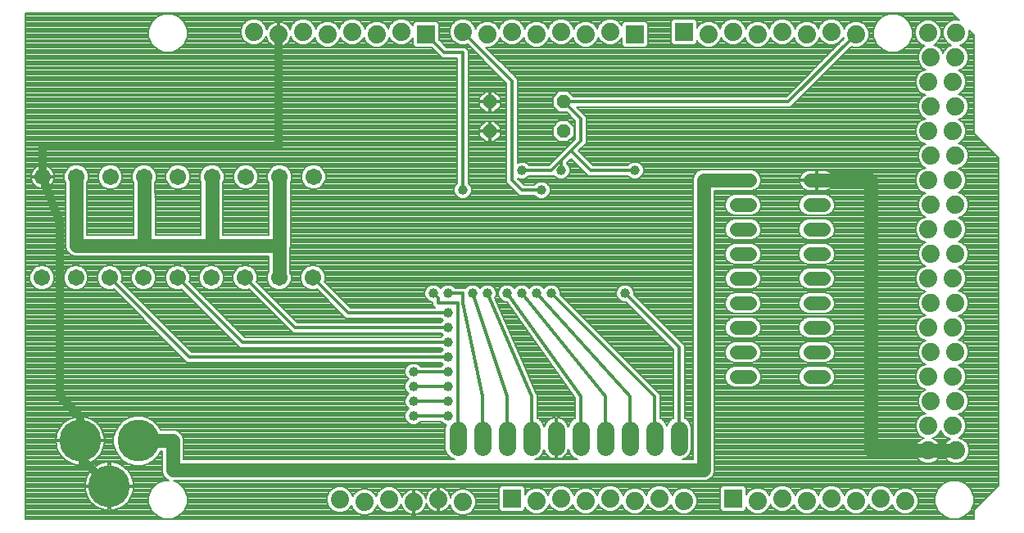
<source format=gbl>
G75*
G70*
%OFA0B0*%
%FSLAX24Y24*%
%IPPOS*%
%LPD*%
%AMOC8*
5,1,8,0,0,1.08239X$1,22.5*
%
%ADD10R,0.0740X0.0740*%
%ADD11C,0.0740*%
%ADD12C,0.0560*%
%ADD13C,0.1700*%
%ADD14OC8,0.0560*%
%ADD15C,0.0673*%
%ADD16C,0.0712*%
%ADD17C,0.0080*%
%ADD18C,0.0320*%
%ADD19C,0.0397*%
%ADD20C,0.0120*%
D10*
X021109Y001201D03*
X030109Y001201D03*
X026109Y020101D03*
X028109Y020201D03*
X017609Y020101D03*
D11*
X016609Y020201D03*
X015609Y020101D03*
X014609Y020201D03*
X013609Y020101D03*
X012609Y020201D03*
X011609Y020101D03*
X010609Y020201D03*
X019109Y020201D03*
X020109Y020101D03*
X021109Y020201D03*
X022109Y020101D03*
X023109Y020201D03*
X024109Y020101D03*
X025109Y020201D03*
X029109Y020101D03*
X030109Y020201D03*
X031109Y020101D03*
X032109Y020201D03*
X033109Y020101D03*
X034109Y020201D03*
X035109Y020101D03*
X038039Y020151D03*
X039179Y020151D03*
X039159Y019151D03*
X038159Y019151D03*
X038059Y018151D03*
X039059Y018151D03*
X039159Y017151D03*
X038159Y017151D03*
X038059Y016151D03*
X039059Y016151D03*
X039159Y015151D03*
X038159Y015151D03*
X038059Y014151D03*
X039059Y014151D03*
X039159Y013151D03*
X038159Y013151D03*
X038059Y012151D03*
X039059Y012151D03*
X039159Y011151D03*
X038159Y011151D03*
X038059Y010151D03*
X039059Y010151D03*
X039159Y009151D03*
X038159Y009151D03*
X038059Y008151D03*
X039059Y008151D03*
X039159Y007151D03*
X038159Y007151D03*
X038059Y006151D03*
X039059Y006151D03*
X039159Y005151D03*
X038159Y005151D03*
X038059Y004151D03*
X039059Y004151D03*
X039179Y003151D03*
X038039Y003151D03*
X037109Y001101D03*
X036109Y001201D03*
X035109Y001101D03*
X034109Y001201D03*
X033109Y001101D03*
X032109Y001201D03*
X031109Y001101D03*
X028109Y001101D03*
X027109Y001201D03*
X026109Y001101D03*
X025109Y001201D03*
X024109Y001101D03*
X023109Y001201D03*
X022109Y001101D03*
X019109Y001051D03*
X018109Y001151D03*
X017109Y001051D03*
X016109Y001151D03*
X015109Y001051D03*
X014109Y001151D03*
D12*
X007309Y002351D02*
X028909Y002351D01*
X028909Y014151D01*
X030509Y014151D01*
X030789Y014151D02*
X030229Y014151D01*
X030229Y013151D02*
X030789Y013151D01*
X030789Y012151D02*
X030229Y012151D01*
X030229Y011151D02*
X030789Y011151D01*
X030789Y010151D02*
X030229Y010151D01*
X030229Y009151D02*
X030789Y009151D01*
X030789Y008151D02*
X030229Y008151D01*
X030229Y007151D02*
X030789Y007151D01*
X030789Y006151D02*
X030229Y006151D01*
X033229Y006151D02*
X033789Y006151D01*
X033789Y007151D02*
X033229Y007151D01*
X033229Y008151D02*
X033789Y008151D01*
X033789Y009151D02*
X033229Y009151D01*
X033229Y010151D02*
X033789Y010151D01*
X033789Y011151D02*
X033229Y011151D01*
X033229Y012151D02*
X033789Y012151D01*
X033789Y013151D02*
X033229Y013151D01*
X033229Y014151D02*
X033789Y014151D01*
X033509Y014151D02*
X035709Y014151D01*
X035709Y003151D01*
X039109Y003151D01*
X011653Y010191D02*
X011653Y014293D01*
X011659Y013112D01*
X011659Y011501D01*
X008909Y011501D01*
X008909Y013112D01*
X008897Y014293D01*
X008897Y011501D01*
X006159Y011501D01*
X006159Y013112D01*
X006142Y014293D01*
X006142Y011501D01*
X003386Y011501D01*
X003386Y014293D01*
X006142Y011501D02*
X006159Y011501D01*
X008897Y011501D02*
X008909Y011501D01*
X011632Y010191D02*
X011653Y010191D01*
X007309Y003551D02*
X005902Y003551D01*
X007309Y003551D02*
X007309Y002351D01*
D13*
X005902Y003551D03*
X003540Y003551D03*
X004721Y001701D03*
D14*
X020209Y016151D03*
X020209Y017351D03*
X023209Y017351D03*
X023209Y016151D03*
D15*
X013031Y014293D03*
X011653Y014293D03*
X010275Y014293D03*
X008897Y014293D03*
X007519Y014293D03*
X006142Y014293D03*
X004764Y014293D03*
X003386Y014293D03*
X002008Y014293D03*
X001986Y010191D03*
X003364Y010191D03*
X004742Y010191D03*
X006120Y010191D03*
X007498Y010191D03*
X008876Y010191D03*
X010254Y010191D03*
X011632Y010191D03*
X013010Y010191D03*
D16*
X018909Y004007D02*
X018909Y003295D01*
X019909Y003295D02*
X019909Y004007D01*
X020909Y004007D02*
X020909Y003295D01*
X021909Y003295D02*
X021909Y004007D01*
X022909Y004007D02*
X022909Y003295D01*
X023909Y003295D02*
X023909Y004007D01*
X024909Y004007D02*
X024909Y003295D01*
X025909Y003295D02*
X025909Y004007D01*
X026909Y004007D02*
X026909Y003295D01*
X027909Y003295D02*
X027909Y004007D01*
D17*
X001309Y000351D02*
X001309Y020951D01*
X039026Y020951D01*
X039304Y020673D01*
X039284Y020681D01*
X039073Y020681D01*
X038878Y020600D01*
X038729Y020451D01*
X038649Y020257D01*
X038649Y020046D01*
X038729Y019851D01*
X038878Y019702D01*
X038991Y019655D01*
X038858Y019600D01*
X038709Y019451D01*
X038659Y019329D01*
X038608Y019451D01*
X038459Y019600D01*
X038276Y019676D01*
X038339Y019702D01*
X038488Y019851D01*
X038569Y020046D01*
X038569Y020257D01*
X038488Y020451D01*
X038339Y020600D01*
X038144Y020681D01*
X037933Y020681D01*
X037738Y020600D01*
X037589Y020451D01*
X037509Y020257D01*
X037509Y020046D01*
X037589Y019851D01*
X037738Y019702D01*
X037921Y019626D01*
X037858Y019600D01*
X037709Y019451D01*
X037629Y019257D01*
X037629Y019046D01*
X037709Y018851D01*
X037858Y018702D01*
X037931Y018672D01*
X037758Y018600D01*
X037609Y018451D01*
X037529Y018257D01*
X037529Y018046D01*
X037609Y017851D01*
X037758Y017702D01*
X037931Y017630D01*
X037858Y017600D01*
X037709Y017451D01*
X037629Y017257D01*
X037629Y017046D01*
X037709Y016851D01*
X037858Y016702D01*
X037931Y016672D01*
X037758Y016600D01*
X037609Y016451D01*
X037529Y016257D01*
X037529Y016046D01*
X037609Y015851D01*
X037758Y015702D01*
X037931Y015630D01*
X037858Y015600D01*
X037709Y015451D01*
X037629Y015257D01*
X037629Y015046D01*
X037709Y014851D01*
X037858Y014702D01*
X037931Y014672D01*
X037758Y014600D01*
X037609Y014451D01*
X037529Y014257D01*
X037529Y014046D01*
X037609Y013851D01*
X037758Y013702D01*
X037931Y013630D01*
X037858Y013600D01*
X037709Y013451D01*
X037629Y013257D01*
X037629Y013046D01*
X037709Y012851D01*
X037858Y012702D01*
X037931Y012672D01*
X037758Y012600D01*
X037609Y012451D01*
X037529Y012257D01*
X037529Y012046D01*
X037609Y011851D01*
X037758Y011702D01*
X037931Y011630D01*
X037858Y011600D01*
X037709Y011451D01*
X037629Y011257D01*
X037629Y011046D01*
X037709Y010851D01*
X037858Y010702D01*
X037931Y010672D01*
X037758Y010600D01*
X037609Y010451D01*
X037529Y010257D01*
X037529Y010046D01*
X037609Y009851D01*
X037758Y009702D01*
X037931Y009630D01*
X037858Y009600D01*
X037709Y009451D01*
X037629Y009257D01*
X037629Y009046D01*
X037709Y008851D01*
X037858Y008702D01*
X037931Y008672D01*
X037758Y008600D01*
X037609Y008451D01*
X037529Y008257D01*
X037529Y008046D01*
X037609Y007851D01*
X037758Y007702D01*
X037931Y007630D01*
X037858Y007600D01*
X037709Y007451D01*
X037629Y007257D01*
X037629Y007046D01*
X037709Y006851D01*
X037858Y006702D01*
X037931Y006672D01*
X037758Y006600D01*
X037609Y006451D01*
X037529Y006257D01*
X037529Y006046D01*
X037609Y005851D01*
X037758Y005702D01*
X037931Y005630D01*
X037858Y005600D01*
X037709Y005451D01*
X037629Y005257D01*
X037629Y005046D01*
X037709Y004851D01*
X037858Y004702D01*
X037931Y004672D01*
X037758Y004600D01*
X037609Y004451D01*
X037529Y004257D01*
X037529Y004046D01*
X037609Y003851D01*
X037758Y003702D01*
X037871Y003655D01*
X037738Y003600D01*
X037589Y003451D01*
X037509Y003257D01*
X037509Y003046D01*
X037589Y002851D01*
X037738Y002702D01*
X037933Y002621D01*
X038144Y002621D01*
X038339Y002702D01*
X038488Y002851D01*
X038569Y003046D01*
X038569Y003257D01*
X038488Y003451D01*
X038339Y003600D01*
X038226Y003647D01*
X038359Y003702D01*
X038508Y003851D01*
X038559Y003973D01*
X038609Y003851D01*
X038758Y003702D01*
X038941Y003626D01*
X038878Y003600D01*
X038729Y003451D01*
X038649Y003257D01*
X038649Y003046D01*
X038729Y002851D01*
X038878Y002702D01*
X039073Y002621D01*
X039284Y002621D01*
X039479Y002702D01*
X039628Y002851D01*
X039709Y003046D01*
X039709Y003257D01*
X039628Y003451D01*
X039479Y003600D01*
X039296Y003676D01*
X039359Y003702D01*
X039508Y003851D01*
X039589Y004046D01*
X039589Y004257D01*
X039508Y004451D01*
X039359Y004600D01*
X039286Y004630D01*
X039459Y004702D01*
X039608Y004851D01*
X039689Y005046D01*
X039689Y005257D01*
X039608Y005451D01*
X039459Y005600D01*
X039286Y005672D01*
X039359Y005702D01*
X039508Y005851D01*
X039589Y006046D01*
X039589Y006257D01*
X039508Y006451D01*
X039359Y006600D01*
X039286Y006630D01*
X039459Y006702D01*
X039608Y006851D01*
X039689Y007046D01*
X039689Y007257D01*
X039608Y007451D01*
X039459Y007600D01*
X039286Y007672D01*
X039359Y007702D01*
X039508Y007851D01*
X039589Y008046D01*
X039589Y008257D01*
X039508Y008451D01*
X039359Y008600D01*
X039286Y008630D01*
X039459Y008702D01*
X039608Y008851D01*
X039689Y009046D01*
X039689Y009257D01*
X039608Y009451D01*
X039459Y009600D01*
X039286Y009672D01*
X039359Y009702D01*
X039508Y009851D01*
X039589Y010046D01*
X039589Y010257D01*
X039508Y010451D01*
X039359Y010600D01*
X039286Y010630D01*
X039459Y010702D01*
X039608Y010851D01*
X039689Y011046D01*
X039689Y011257D01*
X039608Y011451D01*
X039459Y011600D01*
X039286Y011672D01*
X039359Y011702D01*
X039508Y011851D01*
X039589Y012046D01*
X039589Y012257D01*
X039508Y012451D01*
X039359Y012600D01*
X039286Y012630D01*
X039459Y012702D01*
X039608Y012851D01*
X039689Y013046D01*
X039689Y013257D01*
X039608Y013451D01*
X039459Y013600D01*
X039286Y013672D01*
X039359Y013702D01*
X039508Y013851D01*
X039589Y014046D01*
X039589Y014257D01*
X039508Y014451D01*
X039359Y014600D01*
X039286Y014630D01*
X039459Y014702D01*
X039608Y014851D01*
X039689Y015046D01*
X039689Y015257D01*
X039608Y015451D01*
X039459Y015600D01*
X039286Y015672D01*
X039359Y015702D01*
X039508Y015851D01*
X039589Y016046D01*
X039589Y016257D01*
X039508Y016451D01*
X039359Y016600D01*
X039286Y016630D01*
X039459Y016702D01*
X039608Y016851D01*
X039689Y017046D01*
X039689Y017257D01*
X039608Y017451D01*
X039459Y017600D01*
X039286Y017672D01*
X039359Y017702D01*
X039508Y017851D01*
X039589Y018046D01*
X039589Y018257D01*
X039508Y018451D01*
X039359Y018600D01*
X039286Y018630D01*
X039459Y018702D01*
X039608Y018851D01*
X039689Y019046D01*
X039689Y019257D01*
X039608Y019451D01*
X039459Y019600D01*
X039346Y019647D01*
X039479Y019702D01*
X039628Y019851D01*
X039709Y020046D01*
X039709Y020257D01*
X039700Y020277D01*
X039909Y020068D01*
X039909Y016068D01*
X040026Y015951D01*
X040909Y015068D01*
X040909Y001734D01*
X039909Y000734D01*
X039909Y000568D01*
X039909Y000351D01*
X001309Y000351D01*
X001309Y000387D02*
X006890Y000387D01*
X006951Y000361D02*
X007266Y000361D01*
X007556Y000481D01*
X007778Y000704D01*
X007899Y000994D01*
X007899Y001308D01*
X007778Y001599D01*
X007556Y001821D01*
X007338Y001911D01*
X028821Y001911D01*
X028996Y001911D01*
X029158Y001978D01*
X029282Y002102D01*
X029349Y002264D01*
X029349Y013711D01*
X030596Y013711D01*
X030876Y013711D01*
X031038Y013778D01*
X031162Y013902D01*
X031229Y014064D01*
X031229Y014239D01*
X031162Y014400D01*
X031038Y014524D01*
X030876Y014591D01*
X030596Y014591D01*
X028821Y014591D01*
X028659Y014524D01*
X028536Y014400D01*
X028469Y014239D01*
X028469Y014064D01*
X028469Y002791D01*
X028041Y002791D01*
X028201Y002857D01*
X028346Y003003D01*
X028425Y003192D01*
X028425Y004110D01*
X028346Y004300D01*
X028201Y004445D01*
X028129Y004475D01*
X028129Y007442D01*
X028000Y007571D01*
X026067Y009504D01*
X026067Y009622D01*
X026012Y009754D01*
X025912Y009855D01*
X025780Y009910D01*
X025637Y009910D01*
X025506Y009855D01*
X025405Y009754D01*
X025350Y009622D01*
X025350Y009480D01*
X025405Y009348D01*
X025506Y009247D01*
X025637Y009193D01*
X025756Y009193D01*
X027689Y007260D01*
X027689Y004475D01*
X027616Y004445D01*
X027471Y004300D01*
X027409Y004149D01*
X027346Y004300D01*
X027201Y004445D01*
X027129Y004475D01*
X027129Y005442D01*
X027000Y005571D01*
X023067Y009504D01*
X023067Y009622D01*
X023012Y009754D01*
X022912Y009855D01*
X022780Y009910D01*
X022637Y009910D01*
X022506Y009855D01*
X022409Y009758D01*
X022312Y009855D01*
X022180Y009910D01*
X022037Y009910D01*
X021906Y009855D01*
X021809Y009758D01*
X021712Y009855D01*
X021580Y009910D01*
X021437Y009910D01*
X021306Y009855D01*
X021209Y009758D01*
X021112Y009855D01*
X020980Y009910D01*
X020837Y009910D01*
X020706Y009855D01*
X020605Y009754D01*
X020550Y009622D01*
X020550Y009480D01*
X020605Y009348D01*
X020706Y009247D01*
X020837Y009193D01*
X020894Y009193D01*
X023689Y005281D01*
X023689Y004475D01*
X023616Y004445D01*
X023471Y004300D01*
X023394Y004114D01*
X023393Y004124D01*
X023369Y004198D01*
X023333Y004267D01*
X023287Y004331D01*
X023232Y004386D01*
X023169Y004432D01*
X023099Y004467D01*
X023025Y004491D01*
X022949Y004503D01*
X022949Y003691D01*
X022869Y003691D01*
X022869Y004503D01*
X022792Y004491D01*
X022718Y004467D01*
X022649Y004432D01*
X022585Y004386D01*
X022530Y004331D01*
X022484Y004267D01*
X022449Y004198D01*
X022425Y004124D01*
X022423Y004114D01*
X022346Y004300D01*
X022201Y004445D01*
X022129Y004475D01*
X022129Y005309D01*
X022147Y005354D01*
X022129Y005396D01*
X022129Y005442D01*
X022094Y005477D01*
X020424Y009375D01*
X020467Y009480D01*
X020467Y009622D01*
X020412Y009754D01*
X020312Y009855D01*
X020180Y009910D01*
X020037Y009910D01*
X019906Y009855D01*
X019809Y009758D01*
X019712Y009855D01*
X019580Y009910D01*
X019437Y009910D01*
X019306Y009855D01*
X019211Y009760D01*
X019200Y009771D01*
X019018Y009771D01*
X018796Y009771D01*
X018712Y009855D01*
X018580Y009910D01*
X018437Y009910D01*
X018306Y009855D01*
X018209Y009758D01*
X018112Y009855D01*
X017980Y009910D01*
X017837Y009910D01*
X017706Y009855D01*
X017605Y009754D01*
X017550Y009622D01*
X017550Y009480D01*
X017605Y009348D01*
X017706Y009247D01*
X017837Y009193D01*
X017889Y009193D01*
X017889Y009060D01*
X017978Y008971D01*
X014540Y008971D01*
X013481Y010031D01*
X013506Y010092D01*
X013506Y010289D01*
X013431Y010472D01*
X013291Y010611D01*
X013108Y010687D01*
X012911Y010687D01*
X012728Y010611D01*
X012589Y010472D01*
X012513Y010289D01*
X012513Y010092D01*
X012589Y009909D01*
X012728Y009770D01*
X012911Y009694D01*
X013108Y009694D01*
X013170Y009719D01*
X014358Y008531D01*
X014540Y008531D01*
X018222Y008531D01*
X018302Y008451D01*
X018222Y008371D01*
X012384Y008371D01*
X010725Y010031D01*
X010750Y010092D01*
X010750Y010289D01*
X010675Y010472D01*
X010535Y010611D01*
X010352Y010687D01*
X010155Y010687D01*
X009972Y010611D01*
X009833Y010472D01*
X009757Y010289D01*
X009757Y010092D01*
X009833Y009909D01*
X009972Y009770D01*
X010155Y009694D01*
X010352Y009694D01*
X010414Y009719D01*
X012202Y007931D01*
X012384Y007931D01*
X018222Y007931D01*
X018302Y007851D01*
X018222Y007771D01*
X010228Y007771D01*
X007969Y010030D01*
X007994Y010092D01*
X007994Y010289D01*
X007919Y010472D01*
X007779Y010611D01*
X007597Y010687D01*
X007399Y010687D01*
X007217Y010611D01*
X007077Y010472D01*
X007001Y010289D01*
X007001Y010092D01*
X007077Y009909D01*
X007217Y009770D01*
X007399Y009694D01*
X007597Y009694D01*
X007658Y009719D01*
X010046Y007331D01*
X010228Y007331D01*
X018222Y007331D01*
X018302Y007251D01*
X018222Y007171D01*
X008072Y007171D01*
X005213Y010030D01*
X005238Y010092D01*
X005238Y010289D01*
X005163Y010472D01*
X005023Y010611D01*
X004841Y010687D01*
X004643Y010687D01*
X004461Y010611D01*
X004321Y010472D01*
X004245Y010289D01*
X004245Y010092D01*
X004321Y009909D01*
X004461Y009770D01*
X004643Y009694D01*
X004841Y009694D01*
X004902Y009719D01*
X007890Y006731D01*
X008072Y006731D01*
X018222Y006731D01*
X018302Y006651D01*
X018222Y006571D01*
X017396Y006571D01*
X017312Y006655D01*
X017180Y006710D01*
X017037Y006710D01*
X016906Y006655D01*
X016805Y006554D01*
X016750Y006422D01*
X016750Y006280D01*
X016805Y006148D01*
X016902Y006051D01*
X016805Y005954D01*
X016750Y005822D01*
X016750Y005680D01*
X016805Y005548D01*
X016902Y005451D01*
X016805Y005354D01*
X016750Y005222D01*
X016750Y005080D01*
X016805Y004948D01*
X016902Y004851D01*
X016805Y004754D01*
X016750Y004622D01*
X016750Y004480D01*
X016805Y004348D01*
X016906Y004247D01*
X017037Y004193D01*
X017180Y004193D01*
X017312Y004247D01*
X017396Y004331D01*
X018222Y004331D01*
X018306Y004247D01*
X018428Y004197D01*
X018392Y004110D01*
X018392Y003192D01*
X018471Y003003D01*
X018616Y002857D01*
X018776Y002791D01*
X007749Y002791D01*
X007749Y003639D01*
X007682Y003800D01*
X007558Y003924D01*
X007396Y003991D01*
X007221Y003991D01*
X006815Y003991D01*
X006711Y004171D01*
X006522Y004359D01*
X006292Y004492D01*
X006035Y004561D01*
X005769Y004561D01*
X005512Y004492D01*
X005282Y004359D01*
X005094Y004171D01*
X004961Y003941D01*
X004892Y003684D01*
X004892Y003418D01*
X004961Y003161D01*
X005094Y002931D01*
X005282Y002743D01*
X004115Y002743D01*
X004114Y002742D02*
X004201Y002812D01*
X004279Y002890D01*
X004349Y002977D01*
X004408Y003072D01*
X004456Y003172D01*
X004493Y003277D01*
X004518Y003385D01*
X004530Y003496D01*
X004530Y003511D01*
X003580Y003511D01*
X003580Y002561D01*
X003596Y002561D01*
X003706Y002574D01*
X003815Y002598D01*
X003920Y002635D01*
X004020Y002683D01*
X004114Y002742D01*
X004211Y002822D02*
X005204Y002822D01*
X005125Y002900D02*
X004287Y002900D01*
X004350Y002979D02*
X005067Y002979D01*
X005021Y003057D02*
X004399Y003057D01*
X004439Y003136D02*
X004976Y003136D01*
X004947Y003214D02*
X004471Y003214D01*
X004497Y003293D02*
X004926Y003293D01*
X004905Y003371D02*
X004515Y003371D01*
X004525Y003450D02*
X004892Y003450D01*
X004892Y003529D02*
X003580Y003529D01*
X003580Y003511D02*
X003580Y003591D01*
X004530Y003591D01*
X004530Y003607D01*
X004892Y003607D01*
X004893Y003686D02*
X004521Y003686D01*
X004518Y003717D02*
X004493Y003826D01*
X004456Y003931D01*
X004408Y004031D01*
X004349Y004125D01*
X004279Y004212D01*
X004201Y004291D01*
X004114Y004360D01*
X004020Y004419D01*
X003920Y004467D01*
X003815Y004504D01*
X003706Y004529D01*
X003596Y004541D01*
X003580Y004541D01*
X003580Y003591D01*
X003500Y003591D01*
X003500Y003511D01*
X003580Y003511D01*
X003580Y003450D02*
X003500Y003450D01*
X003500Y003511D02*
X003500Y002561D01*
X003485Y002561D01*
X003374Y002574D01*
X003266Y002598D01*
X003161Y002635D01*
X003061Y002683D01*
X002966Y002742D01*
X002879Y002812D01*
X002801Y002890D01*
X002731Y002977D01*
X002672Y003072D01*
X002624Y003172D01*
X002587Y003277D01*
X002563Y003385D01*
X002550Y003496D01*
X002550Y003511D01*
X003500Y003511D01*
X003500Y003529D02*
X001309Y003529D01*
X001309Y003607D02*
X002550Y003607D01*
X002550Y003591D01*
X003500Y003591D01*
X003500Y004541D01*
X003485Y004541D01*
X003374Y004529D01*
X003266Y004504D01*
X003161Y004467D01*
X003061Y004419D01*
X002966Y004360D01*
X002879Y004291D01*
X002801Y004212D01*
X002731Y004125D01*
X002672Y004031D01*
X002624Y003931D01*
X002587Y003826D01*
X002563Y003717D01*
X002550Y003607D01*
X002559Y003686D02*
X001309Y003686D01*
X001309Y003764D02*
X002573Y003764D01*
X002593Y003843D02*
X001309Y003843D01*
X001309Y003921D02*
X002621Y003921D01*
X002657Y004000D02*
X001309Y004000D01*
X001309Y004078D02*
X002702Y004078D01*
X002757Y004157D02*
X001309Y004157D01*
X001309Y004235D02*
X002824Y004235D01*
X002909Y004314D02*
X001309Y004314D01*
X001309Y004393D02*
X003018Y004393D01*
X003172Y004471D02*
X001309Y004471D01*
X001309Y004550D02*
X005726Y004550D01*
X005476Y004471D02*
X003909Y004471D01*
X004062Y004393D02*
X005340Y004393D01*
X005237Y004314D02*
X004171Y004314D01*
X004256Y004235D02*
X005158Y004235D01*
X005086Y004157D02*
X004323Y004157D01*
X004378Y004078D02*
X005040Y004078D01*
X004995Y004000D02*
X004423Y004000D01*
X004460Y003921D02*
X004956Y003921D01*
X004935Y003843D02*
X004487Y003843D01*
X004507Y003764D02*
X004914Y003764D01*
X004518Y003717D02*
X004530Y003607D01*
X003580Y003607D02*
X003500Y003607D01*
X003500Y003686D02*
X003580Y003686D01*
X003580Y003764D02*
X003500Y003764D01*
X003500Y003843D02*
X003580Y003843D01*
X003580Y003921D02*
X003500Y003921D01*
X003500Y004000D02*
X003580Y004000D01*
X003580Y004078D02*
X003500Y004078D01*
X003500Y004157D02*
X003580Y004157D01*
X003580Y004235D02*
X003500Y004235D01*
X003500Y004314D02*
X003580Y004314D01*
X003580Y004393D02*
X003500Y004393D01*
X003500Y004471D02*
X003580Y004471D01*
X003580Y003371D02*
X003500Y003371D01*
X003500Y003293D02*
X003580Y003293D01*
X003580Y003214D02*
X003500Y003214D01*
X003500Y003136D02*
X003580Y003136D01*
X003580Y003057D02*
X003500Y003057D01*
X003500Y002979D02*
X003580Y002979D01*
X003580Y002900D02*
X003500Y002900D01*
X003500Y002822D02*
X003580Y002822D01*
X003580Y002743D02*
X003500Y002743D01*
X003500Y002665D02*
X003580Y002665D01*
X003580Y002586D02*
X003500Y002586D01*
X003320Y002586D02*
X001309Y002586D01*
X001309Y002507D02*
X004145Y002507D01*
X004147Y002509D02*
X004061Y002440D01*
X003982Y002361D01*
X003913Y002275D01*
X003853Y002180D01*
X003805Y002080D01*
X003768Y001975D01*
X003744Y001867D01*
X003731Y001756D01*
X003731Y001741D01*
X004681Y001741D01*
X004681Y001661D01*
X003731Y001661D01*
X003731Y001645D01*
X003744Y001535D01*
X003768Y001426D01*
X003805Y001321D01*
X003853Y001221D01*
X003913Y001127D01*
X003982Y001040D01*
X004061Y000961D01*
X004147Y000892D01*
X004242Y000833D01*
X004342Y000785D01*
X004447Y000748D01*
X004555Y000723D01*
X004666Y000711D01*
X004681Y000711D01*
X004681Y001661D01*
X004761Y001661D01*
X004761Y000711D01*
X004777Y000711D01*
X004887Y000723D01*
X004996Y000748D01*
X005101Y000785D01*
X005201Y000833D01*
X005295Y000892D01*
X005382Y000961D01*
X005461Y001040D01*
X005530Y001127D01*
X005589Y001221D01*
X005637Y001321D01*
X005674Y001426D01*
X005699Y001535D01*
X005711Y001645D01*
X005711Y001661D01*
X004761Y001661D01*
X004761Y001741D01*
X004681Y001741D01*
X004681Y002691D01*
X004666Y002691D01*
X004555Y002678D01*
X004447Y002654D01*
X004342Y002617D01*
X004242Y002569D01*
X004147Y002509D01*
X004049Y002429D02*
X001309Y002429D01*
X001309Y002350D02*
X003973Y002350D01*
X003911Y002272D02*
X001309Y002272D01*
X001309Y002193D02*
X003862Y002193D01*
X003822Y002115D02*
X001309Y002115D01*
X001309Y002036D02*
X003790Y002036D01*
X003764Y001958D02*
X001309Y001958D01*
X001309Y001879D02*
X003747Y001879D01*
X003736Y001801D02*
X001309Y001801D01*
X001309Y001722D02*
X004681Y001722D01*
X004681Y001644D02*
X004761Y001644D01*
X004761Y001722D02*
X006562Y001722D01*
X006484Y001644D02*
X005711Y001644D01*
X005702Y001565D02*
X006425Y001565D01*
X006439Y001599D02*
X006319Y001308D01*
X006319Y000994D01*
X006439Y000704D01*
X006661Y000481D01*
X006951Y000361D01*
X006700Y000465D02*
X001309Y000465D01*
X001309Y000544D02*
X006599Y000544D01*
X006520Y000622D02*
X001309Y000622D01*
X001309Y000701D02*
X006442Y000701D01*
X006408Y000780D02*
X005086Y000780D01*
X005241Y000858D02*
X006375Y000858D01*
X006342Y000937D02*
X005351Y000937D01*
X005436Y001015D02*
X006319Y001015D01*
X006319Y001094D02*
X005503Y001094D01*
X005558Y001172D02*
X006319Y001172D01*
X006319Y001251D02*
X005603Y001251D01*
X005640Y001329D02*
X006327Y001329D01*
X006360Y001408D02*
X005668Y001408D01*
X005688Y001486D02*
X006393Y001486D01*
X006439Y001599D02*
X006661Y001821D01*
X006951Y001941D01*
X007149Y001941D01*
X007059Y001978D01*
X006936Y002102D01*
X006869Y002264D01*
X006869Y002439D01*
X006869Y003111D01*
X006815Y003111D01*
X006711Y002931D01*
X006522Y002743D01*
X006292Y002610D01*
X006035Y002541D01*
X005769Y002541D01*
X005512Y002610D01*
X005282Y002743D01*
X005418Y002665D02*
X004948Y002665D01*
X004996Y002654D02*
X004887Y002678D01*
X004777Y002691D01*
X004761Y002691D01*
X004761Y001741D01*
X005711Y001741D01*
X005711Y001756D01*
X005699Y001867D01*
X005674Y001975D01*
X005637Y002080D01*
X005589Y002180D01*
X005530Y002275D01*
X005461Y002361D01*
X005382Y002440D01*
X005295Y002509D01*
X005201Y002569D01*
X005101Y002617D01*
X004996Y002654D01*
X005165Y002586D02*
X005602Y002586D01*
X005393Y002429D02*
X006869Y002429D01*
X006869Y002507D02*
X005298Y002507D01*
X005469Y002350D02*
X006869Y002350D01*
X006869Y002272D02*
X005532Y002272D01*
X005581Y002193D02*
X006898Y002193D01*
X006930Y002115D02*
X005621Y002115D01*
X005653Y002036D02*
X007001Y002036D01*
X007109Y001958D02*
X005678Y001958D01*
X005696Y001879D02*
X006802Y001879D01*
X006641Y001801D02*
X005706Y001801D01*
X004761Y001801D02*
X004681Y001801D01*
X004681Y001879D02*
X004761Y001879D01*
X004761Y001958D02*
X004681Y001958D01*
X004681Y002036D02*
X004761Y002036D01*
X004761Y002115D02*
X004681Y002115D01*
X004681Y002193D02*
X004761Y002193D01*
X004761Y002272D02*
X004681Y002272D01*
X004681Y002350D02*
X004761Y002350D01*
X004761Y002429D02*
X004681Y002429D01*
X004681Y002507D02*
X004761Y002507D01*
X004761Y002586D02*
X004681Y002586D01*
X004681Y002665D02*
X004761Y002665D01*
X004495Y002665D02*
X003981Y002665D01*
X003761Y002586D02*
X004278Y002586D01*
X003099Y002665D02*
X001309Y002665D01*
X001309Y002743D02*
X002966Y002743D01*
X002870Y002822D02*
X001309Y002822D01*
X001309Y002900D02*
X002793Y002900D01*
X002731Y002979D02*
X001309Y002979D01*
X001309Y003057D02*
X002681Y003057D01*
X002641Y003136D02*
X001309Y003136D01*
X001309Y003214D02*
X002609Y003214D01*
X002584Y003293D02*
X001309Y003293D01*
X001309Y003371D02*
X002566Y003371D01*
X002555Y003450D02*
X001309Y003450D01*
X001309Y004628D02*
X016753Y004628D01*
X016750Y004550D02*
X006078Y004550D01*
X006329Y004471D02*
X016754Y004471D01*
X016786Y004393D02*
X006465Y004393D01*
X006568Y004314D02*
X016839Y004314D01*
X016934Y004235D02*
X006646Y004235D01*
X006719Y004157D02*
X018412Y004157D01*
X018392Y004078D02*
X006764Y004078D01*
X006810Y004000D02*
X018392Y004000D01*
X018392Y003921D02*
X007561Y003921D01*
X007639Y003843D02*
X018392Y003843D01*
X018392Y003764D02*
X007697Y003764D01*
X007729Y003686D02*
X018392Y003686D01*
X018392Y003607D02*
X007749Y003607D01*
X007749Y003529D02*
X018392Y003529D01*
X018392Y003450D02*
X007749Y003450D01*
X007749Y003371D02*
X018392Y003371D01*
X018392Y003293D02*
X007749Y003293D01*
X007749Y003214D02*
X018392Y003214D01*
X018416Y003136D02*
X007749Y003136D01*
X007749Y003057D02*
X018448Y003057D01*
X018495Y002979D02*
X007749Y002979D01*
X007749Y002900D02*
X018573Y002900D01*
X018702Y002822D02*
X007749Y002822D01*
X006869Y002822D02*
X006601Y002822D01*
X006680Y002900D02*
X006869Y002900D01*
X006869Y002979D02*
X006738Y002979D01*
X006783Y003057D02*
X006869Y003057D01*
X006869Y002743D02*
X006523Y002743D01*
X006387Y002665D02*
X006869Y002665D01*
X006869Y002586D02*
X006203Y002586D01*
X007415Y001879D02*
X038802Y001879D01*
X038661Y001821D02*
X038439Y001599D01*
X038319Y001308D01*
X038319Y000994D01*
X038439Y000704D01*
X038661Y000481D01*
X038951Y000361D01*
X039266Y000361D01*
X039556Y000481D01*
X039778Y000704D01*
X039899Y000994D01*
X039899Y001308D01*
X039778Y001599D01*
X039556Y001821D01*
X039266Y001941D01*
X038951Y001941D01*
X038661Y001821D01*
X038641Y001801D02*
X007576Y001801D01*
X007655Y001722D02*
X020663Y001722D01*
X020672Y001731D02*
X020579Y001637D01*
X020579Y000765D01*
X020672Y000671D01*
X021545Y000671D01*
X021639Y000765D01*
X021639Y000851D01*
X021659Y000801D01*
X021808Y000652D01*
X022003Y000571D01*
X022214Y000571D01*
X022409Y000652D01*
X022558Y000801D01*
X022629Y000973D01*
X022659Y000901D01*
X022808Y000752D01*
X023003Y000671D01*
X023214Y000671D01*
X023409Y000752D01*
X023558Y000901D01*
X023588Y000973D01*
X023659Y000801D01*
X023808Y000652D01*
X024003Y000571D01*
X024214Y000571D01*
X024409Y000652D01*
X024558Y000801D01*
X024629Y000973D01*
X024659Y000901D01*
X024808Y000752D01*
X025003Y000671D01*
X025214Y000671D01*
X025409Y000752D01*
X025558Y000901D01*
X025588Y000973D01*
X025659Y000801D01*
X025808Y000652D01*
X026003Y000571D01*
X026214Y000571D01*
X026409Y000652D01*
X026558Y000801D01*
X026629Y000973D01*
X026659Y000901D01*
X026808Y000752D01*
X027003Y000671D01*
X027214Y000671D01*
X027409Y000752D01*
X027558Y000901D01*
X027588Y000973D01*
X027659Y000801D01*
X027808Y000652D01*
X028003Y000571D01*
X028214Y000571D01*
X028409Y000652D01*
X028558Y000801D01*
X028639Y000996D01*
X028639Y001207D01*
X028558Y001401D01*
X028409Y001550D01*
X028214Y001631D01*
X028003Y001631D01*
X027808Y001550D01*
X027659Y001401D01*
X027629Y001329D01*
X027630Y001329D01*
X027629Y001329D02*
X027558Y001501D01*
X027409Y001650D01*
X027214Y001731D01*
X027003Y001731D01*
X026808Y001650D01*
X026659Y001501D01*
X026588Y001329D01*
X026558Y001401D01*
X026409Y001550D01*
X026214Y001631D01*
X026003Y001631D01*
X025808Y001550D01*
X025659Y001401D01*
X025629Y001329D01*
X025630Y001329D01*
X025629Y001329D02*
X025558Y001501D01*
X025409Y001650D01*
X025214Y001731D01*
X025003Y001731D01*
X024808Y001650D01*
X024659Y001501D01*
X024588Y001329D01*
X024558Y001401D01*
X024409Y001550D01*
X024214Y001631D01*
X024003Y001631D01*
X023808Y001550D01*
X023659Y001401D01*
X023629Y001329D01*
X023630Y001329D01*
X023629Y001329D02*
X023558Y001501D01*
X023409Y001650D01*
X023214Y001731D01*
X023003Y001731D01*
X022808Y001650D01*
X022659Y001501D01*
X022588Y001329D01*
X022558Y001401D01*
X022409Y001550D01*
X022214Y001631D01*
X022003Y001631D01*
X021808Y001550D01*
X021659Y001401D01*
X021639Y001351D01*
X021639Y001637D01*
X021545Y001731D01*
X020672Y001731D01*
X020585Y001644D02*
X018244Y001644D01*
X018228Y001649D02*
X018304Y001624D01*
X018376Y001587D01*
X018441Y001540D01*
X018498Y001483D01*
X018545Y001418D01*
X018581Y001347D01*
X018606Y001271D01*
X018612Y001236D01*
X018659Y001351D01*
X018808Y001500D01*
X019003Y001581D01*
X019214Y001581D01*
X019409Y001500D01*
X019558Y001351D01*
X019639Y001157D01*
X019639Y000946D01*
X019558Y000751D01*
X019409Y000602D01*
X019214Y000521D01*
X019003Y000521D01*
X018808Y000602D01*
X018659Y000751D01*
X018579Y000946D01*
X018579Y000950D01*
X018545Y000884D01*
X018498Y000819D01*
X018441Y000762D01*
X018376Y000715D01*
X018304Y000679D01*
X018228Y000654D01*
X018149Y000641D01*
X018149Y000641D01*
X018149Y001111D01*
X018069Y001111D01*
X018069Y000641D01*
X018069Y000641D01*
X017989Y000654D01*
X017913Y000679D01*
X017841Y000715D01*
X017776Y000762D01*
X017720Y000819D01*
X017672Y000884D01*
X017636Y000955D01*
X017618Y001010D01*
X017606Y000932D01*
X017581Y000855D01*
X017545Y000784D01*
X017498Y000719D01*
X017441Y000662D01*
X017376Y000615D01*
X017304Y000579D01*
X017228Y000554D01*
X017149Y000541D01*
X017149Y000541D01*
X017149Y001011D01*
X017069Y001011D01*
X017069Y000541D01*
X017069Y000541D01*
X016989Y000554D01*
X016913Y000579D01*
X016841Y000615D01*
X016776Y000662D01*
X016720Y000719D01*
X016672Y000784D01*
X016636Y000855D01*
X016611Y000932D01*
X016606Y000966D01*
X016558Y000851D01*
X016409Y000702D01*
X016214Y000621D01*
X016003Y000621D01*
X015808Y000702D01*
X015659Y000851D01*
X015629Y000923D01*
X015558Y000751D01*
X015409Y000602D01*
X015214Y000521D01*
X015003Y000521D01*
X014808Y000602D01*
X014659Y000751D01*
X014588Y000923D01*
X014558Y000851D01*
X014409Y000702D01*
X014214Y000621D01*
X014003Y000621D01*
X013808Y000702D01*
X013659Y000851D01*
X013579Y001046D01*
X013579Y001257D01*
X013659Y001451D01*
X013808Y001600D01*
X014003Y001681D01*
X014214Y001681D01*
X014409Y001600D01*
X014558Y001451D01*
X014629Y001279D01*
X014659Y001351D01*
X014808Y001500D01*
X015003Y001581D01*
X015214Y001581D01*
X015409Y001500D01*
X015558Y001351D01*
X015588Y001279D01*
X015659Y001451D01*
X015808Y001600D01*
X016003Y001681D01*
X016214Y001681D01*
X016409Y001600D01*
X016558Y001451D01*
X016639Y001257D01*
X016639Y001252D01*
X016672Y001318D01*
X016720Y001383D01*
X016776Y001440D01*
X016841Y001487D01*
X016913Y001524D01*
X016989Y001549D01*
X017069Y001561D01*
X017069Y001561D01*
X017069Y001091D01*
X017149Y001091D01*
X017149Y001561D01*
X017149Y001561D01*
X017228Y001549D01*
X017304Y001524D01*
X017376Y001487D01*
X017441Y001440D01*
X017498Y001383D01*
X017545Y001318D01*
X017581Y001247D01*
X017599Y001193D01*
X017611Y001271D01*
X017636Y001347D01*
X017672Y001418D01*
X017720Y001483D01*
X017776Y001540D01*
X017841Y001587D01*
X017913Y001624D01*
X017989Y001649D01*
X018069Y001661D01*
X018069Y001661D01*
X018069Y001191D01*
X018149Y001191D01*
X018149Y001661D01*
X018149Y001661D01*
X018228Y001649D01*
X018149Y001644D02*
X018069Y001644D01*
X018069Y001565D02*
X018149Y001565D01*
X018149Y001486D02*
X018069Y001486D01*
X018069Y001408D02*
X018149Y001408D01*
X018149Y001329D02*
X018069Y001329D01*
X018069Y001251D02*
X018149Y001251D01*
X018149Y001094D02*
X018069Y001094D01*
X018069Y001015D02*
X018149Y001015D01*
X018149Y000937D02*
X018069Y000937D01*
X018069Y000858D02*
X018149Y000858D01*
X018149Y000780D02*
X018069Y000780D01*
X018069Y000701D02*
X018149Y000701D01*
X018348Y000701D02*
X018709Y000701D01*
X018647Y000780D02*
X018458Y000780D01*
X018526Y000858D02*
X018615Y000858D01*
X018582Y000937D02*
X018572Y000937D01*
X018609Y001251D02*
X018618Y001251D01*
X018587Y001329D02*
X018650Y001329D01*
X018716Y001408D02*
X018550Y001408D01*
X018495Y001486D02*
X018794Y001486D01*
X018964Y001565D02*
X018407Y001565D01*
X017974Y001644D02*
X016305Y001644D01*
X016444Y001565D02*
X017811Y001565D01*
X017723Y001486D02*
X017377Y001486D01*
X017473Y001408D02*
X017667Y001408D01*
X017630Y001329D02*
X017537Y001329D01*
X017579Y001251D02*
X017608Y001251D01*
X017607Y000937D02*
X017646Y000937D01*
X017691Y000858D02*
X017582Y000858D01*
X017542Y000780D02*
X017759Y000780D01*
X017869Y000701D02*
X017480Y000701D01*
X017386Y000622D02*
X018788Y000622D01*
X018948Y000544D02*
X017166Y000544D01*
X017149Y000544D02*
X017069Y000544D01*
X017051Y000544D02*
X015269Y000544D01*
X015429Y000622D02*
X016000Y000622D01*
X015811Y000701D02*
X015508Y000701D01*
X015570Y000780D02*
X015731Y000780D01*
X015656Y000858D02*
X015602Y000858D01*
X014948Y000544D02*
X007619Y000544D01*
X007697Y000622D02*
X014000Y000622D01*
X013811Y000701D02*
X007776Y000701D01*
X007810Y000780D02*
X013731Y000780D01*
X013656Y000858D02*
X007842Y000858D01*
X007875Y000937D02*
X013624Y000937D01*
X013591Y001015D02*
X007899Y001015D01*
X007899Y001094D02*
X013579Y001094D01*
X013579Y001172D02*
X007899Y001172D01*
X007899Y001251D02*
X013579Y001251D01*
X013609Y001329D02*
X007890Y001329D01*
X007857Y001408D02*
X013641Y001408D01*
X013694Y001486D02*
X007825Y001486D01*
X007792Y001565D02*
X013773Y001565D01*
X013912Y001644D02*
X007733Y001644D01*
X007517Y000465D02*
X038700Y000465D01*
X038599Y000544D02*
X019269Y000544D01*
X019429Y000622D02*
X021879Y000622D01*
X021759Y000701D02*
X021575Y000701D01*
X021639Y000780D02*
X021681Y000780D01*
X022338Y000622D02*
X023879Y000622D01*
X023759Y000701D02*
X023286Y000701D01*
X023437Y000780D02*
X023681Y000780D01*
X023636Y000858D02*
X023515Y000858D01*
X023573Y000937D02*
X023603Y000937D01*
X022931Y000701D02*
X022458Y000701D01*
X022537Y000780D02*
X022781Y000780D01*
X022702Y000858D02*
X022582Y000858D01*
X022614Y000937D02*
X022645Y000937D01*
X022588Y001329D02*
X022588Y001329D01*
X022621Y001408D02*
X022551Y001408D01*
X022473Y001486D02*
X022653Y001486D01*
X022723Y001565D02*
X022374Y001565D01*
X022801Y001644D02*
X021633Y001644D01*
X021639Y001565D02*
X021843Y001565D01*
X021744Y001486D02*
X021639Y001486D01*
X021639Y001408D02*
X021666Y001408D01*
X021554Y001722D02*
X022981Y001722D01*
X023236Y001722D02*
X024981Y001722D01*
X024801Y001644D02*
X023416Y001644D01*
X023494Y001565D02*
X023843Y001565D01*
X023744Y001486D02*
X023564Y001486D01*
X023597Y001408D02*
X023666Y001408D01*
X024374Y001565D02*
X024723Y001565D01*
X024653Y001486D02*
X024473Y001486D01*
X024551Y001408D02*
X024621Y001408D01*
X024588Y001329D02*
X024588Y001329D01*
X025236Y001722D02*
X026981Y001722D01*
X026801Y001644D02*
X025416Y001644D01*
X025494Y001565D02*
X025843Y001565D01*
X025744Y001486D02*
X025564Y001486D01*
X025597Y001408D02*
X025666Y001408D01*
X025603Y000937D02*
X025573Y000937D01*
X025515Y000858D02*
X025636Y000858D01*
X025681Y000780D02*
X025437Y000780D01*
X025286Y000701D02*
X025759Y000701D01*
X025879Y000622D02*
X024338Y000622D01*
X024458Y000701D02*
X024931Y000701D01*
X024781Y000780D02*
X024537Y000780D01*
X024582Y000858D02*
X024702Y000858D01*
X024645Y000937D02*
X024614Y000937D01*
X026338Y000622D02*
X027879Y000622D01*
X027759Y000701D02*
X027286Y000701D01*
X027437Y000780D02*
X027681Y000780D01*
X027636Y000858D02*
X027515Y000858D01*
X027573Y000937D02*
X027603Y000937D01*
X027597Y001408D02*
X027666Y001408D01*
X027744Y001486D02*
X027564Y001486D01*
X027494Y001565D02*
X027843Y001565D01*
X027416Y001644D02*
X029585Y001644D01*
X029579Y001637D02*
X029579Y000765D01*
X029672Y000671D01*
X030545Y000671D01*
X030639Y000765D01*
X030639Y000851D01*
X030659Y000801D01*
X030808Y000652D01*
X031003Y000571D01*
X031214Y000571D01*
X031409Y000652D01*
X031558Y000801D01*
X031629Y000973D01*
X031659Y000901D01*
X031808Y000752D01*
X032003Y000671D01*
X032214Y000671D01*
X032409Y000752D01*
X032558Y000901D01*
X032588Y000973D01*
X032659Y000801D01*
X032808Y000652D01*
X033003Y000571D01*
X033214Y000571D01*
X033409Y000652D01*
X033558Y000801D01*
X033629Y000973D01*
X033659Y000901D01*
X033808Y000752D01*
X034003Y000671D01*
X034214Y000671D01*
X034409Y000752D01*
X034558Y000901D01*
X034588Y000973D01*
X034659Y000801D01*
X034808Y000652D01*
X035003Y000571D01*
X035214Y000571D01*
X035409Y000652D01*
X035558Y000801D01*
X035629Y000973D01*
X035659Y000901D01*
X035808Y000752D01*
X036003Y000671D01*
X036214Y000671D01*
X036409Y000752D01*
X036558Y000901D01*
X036588Y000973D01*
X036659Y000801D01*
X036808Y000652D01*
X037003Y000571D01*
X037214Y000571D01*
X037409Y000652D01*
X037558Y000801D01*
X037639Y000996D01*
X037639Y001207D01*
X037558Y001401D01*
X037409Y001550D01*
X037214Y001631D01*
X037003Y001631D01*
X036808Y001550D01*
X036659Y001401D01*
X036629Y001329D01*
X036630Y001329D01*
X036629Y001329D02*
X036558Y001501D01*
X036409Y001650D01*
X036214Y001731D01*
X036003Y001731D01*
X035808Y001650D01*
X035659Y001501D01*
X035588Y001329D01*
X035558Y001401D01*
X035409Y001550D01*
X035214Y001631D01*
X035003Y001631D01*
X034808Y001550D01*
X034659Y001401D01*
X034629Y001329D01*
X034630Y001329D01*
X034629Y001329D02*
X034558Y001501D01*
X034409Y001650D01*
X034214Y001731D01*
X034003Y001731D01*
X033808Y001650D01*
X033659Y001501D01*
X033588Y001329D01*
X033558Y001401D01*
X033409Y001550D01*
X033214Y001631D01*
X033003Y001631D01*
X032808Y001550D01*
X032659Y001401D01*
X032629Y001329D01*
X032630Y001329D01*
X032629Y001329D02*
X032558Y001501D01*
X032409Y001650D01*
X032214Y001731D01*
X032003Y001731D01*
X031808Y001650D01*
X031659Y001501D01*
X031588Y001329D01*
X031558Y001401D01*
X031409Y001550D01*
X031214Y001631D01*
X031003Y001631D01*
X030808Y001550D01*
X030659Y001401D01*
X030639Y001351D01*
X030639Y001637D01*
X030545Y001731D01*
X029672Y001731D01*
X029579Y001637D01*
X029579Y001565D02*
X028374Y001565D01*
X028473Y001486D02*
X029579Y001486D01*
X029579Y001408D02*
X028551Y001408D01*
X028588Y001329D02*
X029579Y001329D01*
X029579Y001251D02*
X028620Y001251D01*
X028639Y001172D02*
X029579Y001172D01*
X029579Y001094D02*
X028639Y001094D01*
X028639Y001015D02*
X029579Y001015D01*
X029579Y000937D02*
X028614Y000937D01*
X028582Y000858D02*
X029579Y000858D01*
X029579Y000780D02*
X028537Y000780D01*
X028458Y000701D02*
X029643Y000701D01*
X030575Y000701D02*
X030759Y000701D01*
X030681Y000780D02*
X030639Y000780D01*
X030879Y000622D02*
X028338Y000622D01*
X026931Y000701D02*
X026458Y000701D01*
X026537Y000780D02*
X026781Y000780D01*
X026702Y000858D02*
X026582Y000858D01*
X026614Y000937D02*
X026645Y000937D01*
X026588Y001329D02*
X026588Y001329D01*
X026621Y001408D02*
X026551Y001408D01*
X026473Y001486D02*
X026653Y001486D01*
X026723Y001565D02*
X026374Y001565D01*
X027236Y001722D02*
X029663Y001722D01*
X029287Y002115D02*
X040909Y002115D01*
X040909Y002193D02*
X029319Y002193D01*
X029349Y002272D02*
X040909Y002272D01*
X040909Y002350D02*
X029349Y002350D01*
X029349Y002429D02*
X040909Y002429D01*
X040909Y002507D02*
X029349Y002507D01*
X029349Y002586D02*
X040909Y002586D01*
X040909Y002665D02*
X039389Y002665D01*
X039520Y002743D02*
X040909Y002743D01*
X040909Y002822D02*
X039599Y002822D01*
X039648Y002900D02*
X040909Y002900D01*
X040909Y002979D02*
X039681Y002979D01*
X039709Y003057D02*
X040909Y003057D01*
X040909Y003136D02*
X039709Y003136D01*
X039709Y003214D02*
X040909Y003214D01*
X040909Y003293D02*
X039694Y003293D01*
X039661Y003371D02*
X040909Y003371D01*
X040909Y003450D02*
X039629Y003450D01*
X039551Y003529D02*
X040909Y003529D01*
X040909Y003607D02*
X039463Y003607D01*
X039421Y003764D02*
X040909Y003764D01*
X040909Y003686D02*
X039320Y003686D01*
X039500Y003843D02*
X040909Y003843D01*
X040909Y003921D02*
X039537Y003921D01*
X039570Y004000D02*
X040909Y004000D01*
X040909Y004078D02*
X039589Y004078D01*
X039589Y004157D02*
X040909Y004157D01*
X040909Y004235D02*
X039589Y004235D01*
X039565Y004314D02*
X040909Y004314D01*
X040909Y004393D02*
X039532Y004393D01*
X039488Y004471D02*
X040909Y004471D01*
X040909Y004550D02*
X039410Y004550D01*
X039292Y004628D02*
X040909Y004628D01*
X040909Y004707D02*
X039464Y004707D01*
X039542Y004785D02*
X040909Y004785D01*
X040909Y004864D02*
X039613Y004864D01*
X039646Y004942D02*
X040909Y004942D01*
X040909Y005021D02*
X039678Y005021D01*
X039689Y005099D02*
X040909Y005099D01*
X040909Y005178D02*
X039689Y005178D01*
X039689Y005256D02*
X040909Y005256D01*
X040909Y005335D02*
X039656Y005335D01*
X039624Y005414D02*
X040909Y005414D01*
X040909Y005492D02*
X039567Y005492D01*
X039489Y005571D02*
X040909Y005571D01*
X040909Y005649D02*
X039341Y005649D01*
X039385Y005728D02*
X040909Y005728D01*
X040909Y005806D02*
X039463Y005806D01*
X039522Y005885D02*
X040909Y005885D01*
X040909Y005963D02*
X039554Y005963D01*
X039587Y006042D02*
X040909Y006042D01*
X040909Y006120D02*
X039589Y006120D01*
X039589Y006199D02*
X040909Y006199D01*
X040909Y006278D02*
X039580Y006278D01*
X039547Y006356D02*
X040909Y006356D01*
X040909Y006435D02*
X039515Y006435D01*
X039446Y006513D02*
X040909Y006513D01*
X040909Y006592D02*
X039368Y006592D01*
X039383Y006670D02*
X040909Y006670D01*
X040909Y006749D02*
X039506Y006749D01*
X039584Y006827D02*
X040909Y006827D01*
X040909Y006906D02*
X039631Y006906D01*
X039663Y006984D02*
X040909Y006984D01*
X040909Y007063D02*
X039689Y007063D01*
X039689Y007142D02*
X040909Y007142D01*
X040909Y007220D02*
X039689Y007220D01*
X039671Y007299D02*
X040909Y007299D01*
X040909Y007377D02*
X039639Y007377D01*
X039604Y007456D02*
X040909Y007456D01*
X040909Y007534D02*
X039525Y007534D01*
X039429Y007613D02*
X040909Y007613D01*
X040909Y007691D02*
X039333Y007691D01*
X039427Y007770D02*
X040909Y007770D01*
X040909Y007848D02*
X039505Y007848D01*
X039539Y007927D02*
X040909Y007927D01*
X040909Y008006D02*
X039572Y008006D01*
X039589Y008084D02*
X040909Y008084D01*
X040909Y008163D02*
X039589Y008163D01*
X039589Y008241D02*
X040909Y008241D01*
X040909Y008320D02*
X039563Y008320D01*
X039530Y008398D02*
X040909Y008398D01*
X040909Y008477D02*
X039483Y008477D01*
X039404Y008555D02*
X040909Y008555D01*
X040909Y008634D02*
X039295Y008634D01*
X039469Y008712D02*
X040909Y008712D01*
X040909Y008791D02*
X039548Y008791D01*
X039616Y008869D02*
X040909Y008869D01*
X040909Y008948D02*
X039648Y008948D01*
X039681Y009027D02*
X040909Y009027D01*
X040909Y009105D02*
X039689Y009105D01*
X039689Y009184D02*
X040909Y009184D01*
X040909Y009262D02*
X039686Y009262D01*
X039654Y009341D02*
X040909Y009341D01*
X040909Y009419D02*
X039621Y009419D01*
X039561Y009498D02*
X040909Y009498D01*
X040909Y009576D02*
X039483Y009576D01*
X039327Y009655D02*
X040909Y009655D01*
X040909Y009733D02*
X039390Y009733D01*
X039469Y009812D02*
X040909Y009812D01*
X040909Y009891D02*
X039524Y009891D01*
X039557Y009969D02*
X040909Y009969D01*
X040909Y010048D02*
X039589Y010048D01*
X039589Y010126D02*
X040909Y010126D01*
X040909Y010205D02*
X039589Y010205D01*
X039578Y010283D02*
X040909Y010283D01*
X040909Y010362D02*
X039545Y010362D01*
X039513Y010440D02*
X040909Y010440D01*
X040909Y010519D02*
X039440Y010519D01*
X039362Y010597D02*
X040909Y010597D01*
X040909Y010676D02*
X039396Y010676D01*
X039512Y010755D02*
X040909Y010755D01*
X040909Y010833D02*
X039590Y010833D01*
X039633Y010912D02*
X040909Y010912D01*
X040909Y010990D02*
X039666Y010990D01*
X039689Y011069D02*
X040909Y011069D01*
X040909Y011147D02*
X039689Y011147D01*
X039689Y011226D02*
X040909Y011226D01*
X040909Y011304D02*
X039669Y011304D01*
X039636Y011383D02*
X040909Y011383D01*
X040909Y011461D02*
X039598Y011461D01*
X039519Y011540D02*
X040909Y011540D01*
X040909Y011619D02*
X039415Y011619D01*
X039347Y011697D02*
X040909Y011697D01*
X040909Y011776D02*
X039433Y011776D01*
X039509Y011854D02*
X040909Y011854D01*
X040909Y011933D02*
X039542Y011933D01*
X039574Y012011D02*
X040909Y012011D01*
X040909Y012090D02*
X039589Y012090D01*
X039589Y012168D02*
X040909Y012168D01*
X040909Y012247D02*
X039589Y012247D01*
X039560Y012325D02*
X040909Y012325D01*
X040909Y012404D02*
X039528Y012404D01*
X039477Y012482D02*
X040909Y012482D01*
X040909Y012561D02*
X039398Y012561D01*
X039308Y012640D02*
X040909Y012640D01*
X040909Y012718D02*
X039475Y012718D01*
X039554Y012797D02*
X040909Y012797D01*
X040909Y012875D02*
X039618Y012875D01*
X039651Y012954D02*
X040909Y012954D01*
X040909Y013032D02*
X039683Y013032D01*
X039689Y013111D02*
X040909Y013111D01*
X040909Y013189D02*
X039689Y013189D01*
X039684Y013268D02*
X040909Y013268D01*
X040909Y013346D02*
X039651Y013346D01*
X039619Y013425D02*
X040909Y013425D01*
X040909Y013504D02*
X039556Y013504D01*
X039477Y013582D02*
X040909Y013582D01*
X040909Y013661D02*
X039314Y013661D01*
X039396Y013739D02*
X040909Y013739D01*
X040909Y013818D02*
X039475Y013818D01*
X039527Y013896D02*
X040909Y013896D01*
X040909Y013975D02*
X039559Y013975D01*
X039589Y014053D02*
X040909Y014053D01*
X040909Y014132D02*
X039589Y014132D01*
X039589Y014210D02*
X040909Y014210D01*
X040909Y014289D02*
X039575Y014289D01*
X039543Y014368D02*
X040909Y014368D01*
X040909Y014446D02*
X039510Y014446D01*
X039435Y014525D02*
X040909Y014525D01*
X040909Y014603D02*
X039352Y014603D01*
X039410Y014682D02*
X040909Y014682D01*
X040909Y014760D02*
X039517Y014760D01*
X039596Y014839D02*
X040909Y014839D01*
X040909Y014917D02*
X039635Y014917D01*
X039668Y014996D02*
X040909Y014996D01*
X040903Y015074D02*
X039689Y015074D01*
X039689Y015153D02*
X040824Y015153D01*
X040745Y015231D02*
X039689Y015231D01*
X039666Y015310D02*
X040667Y015310D01*
X040588Y015389D02*
X039634Y015389D01*
X039592Y015467D02*
X040510Y015467D01*
X040431Y015546D02*
X039514Y015546D01*
X039402Y015624D02*
X040353Y015624D01*
X040274Y015703D02*
X039360Y015703D01*
X039438Y015781D02*
X040196Y015781D01*
X040117Y015860D02*
X039512Y015860D01*
X039544Y015938D02*
X040039Y015938D01*
X039960Y016017D02*
X039577Y016017D01*
X039589Y016095D02*
X039909Y016095D01*
X039909Y016174D02*
X039589Y016174D01*
X039589Y016253D02*
X039909Y016253D01*
X039909Y016331D02*
X039558Y016331D01*
X039525Y016410D02*
X039909Y016410D01*
X039909Y016488D02*
X039471Y016488D01*
X039393Y016567D02*
X039909Y016567D01*
X039909Y016645D02*
X039322Y016645D01*
X039481Y016724D02*
X039909Y016724D01*
X039909Y016802D02*
X039559Y016802D01*
X039620Y016881D02*
X039909Y016881D01*
X039909Y016959D02*
X039653Y016959D01*
X039685Y017038D02*
X039909Y017038D01*
X039909Y017117D02*
X039689Y017117D01*
X039689Y017195D02*
X039909Y017195D01*
X039909Y017274D02*
X039682Y017274D01*
X039649Y017352D02*
X039909Y017352D01*
X039909Y017431D02*
X039617Y017431D01*
X039550Y017509D02*
X039909Y017509D01*
X039909Y017588D02*
X039472Y017588D01*
X039402Y017745D02*
X039909Y017745D01*
X039909Y017823D02*
X039480Y017823D01*
X039529Y017902D02*
X039909Y017902D01*
X039909Y017981D02*
X039562Y017981D01*
X039589Y018059D02*
X039909Y018059D01*
X039909Y018138D02*
X039589Y018138D01*
X039589Y018216D02*
X039909Y018216D01*
X039909Y018295D02*
X039573Y018295D01*
X039540Y018373D02*
X039909Y018373D01*
X039909Y018452D02*
X039508Y018452D01*
X039429Y018530D02*
X039909Y018530D01*
X039909Y018609D02*
X039339Y018609D01*
X039424Y018687D02*
X039909Y018687D01*
X039909Y018766D02*
X039523Y018766D01*
X039601Y018844D02*
X039909Y018844D01*
X039909Y018923D02*
X039638Y018923D01*
X039670Y019002D02*
X039909Y019002D01*
X039909Y019080D02*
X039689Y019080D01*
X039689Y019159D02*
X039909Y019159D01*
X039909Y019237D02*
X039689Y019237D01*
X039664Y019316D02*
X039909Y019316D01*
X039909Y019394D02*
X039632Y019394D01*
X039586Y019473D02*
X039909Y019473D01*
X039909Y019551D02*
X039508Y019551D01*
X039388Y019630D02*
X039909Y019630D01*
X039909Y019708D02*
X039485Y019708D01*
X039564Y019787D02*
X039909Y019787D01*
X039909Y019866D02*
X039634Y019866D01*
X039666Y019944D02*
X039909Y019944D01*
X039909Y020023D02*
X039699Y020023D01*
X039709Y020101D02*
X039876Y020101D01*
X039797Y020180D02*
X039709Y020180D01*
X039708Y020258D02*
X039719Y020258D01*
X039247Y020730D02*
X037147Y020730D01*
X037069Y020808D02*
X039169Y020808D01*
X039090Y020887D02*
X036897Y020887D01*
X036766Y020941D02*
X037056Y020821D01*
X037278Y020599D01*
X037399Y020308D01*
X037399Y019994D01*
X037278Y019704D01*
X037056Y019481D01*
X036766Y019361D01*
X036451Y019361D01*
X036161Y019481D01*
X035939Y019704D01*
X035819Y019994D01*
X035819Y020308D01*
X035939Y020599D01*
X036161Y020821D01*
X036451Y020941D01*
X036766Y020941D01*
X036320Y020887D02*
X007397Y020887D01*
X007266Y020941D02*
X006951Y020941D01*
X006661Y020821D01*
X006439Y020599D01*
X006319Y020308D01*
X006319Y019994D01*
X006439Y019704D01*
X006661Y019481D01*
X006951Y019361D01*
X007266Y019361D01*
X007556Y019481D01*
X007778Y019704D01*
X007899Y019994D01*
X007899Y020308D01*
X007778Y020599D01*
X007556Y020821D01*
X007266Y020941D01*
X007569Y020808D02*
X036148Y020808D01*
X036070Y020730D02*
X034218Y020730D01*
X034214Y020731D02*
X034003Y020731D01*
X033808Y020650D01*
X033659Y020501D01*
X033588Y020329D01*
X033558Y020401D01*
X033409Y020550D01*
X033214Y020631D01*
X033003Y020631D01*
X032808Y020550D01*
X032659Y020401D01*
X032629Y020329D01*
X032558Y020501D01*
X032409Y020650D01*
X032214Y020731D01*
X032003Y020731D01*
X031808Y020650D01*
X031659Y020501D01*
X031588Y020329D01*
X031558Y020401D01*
X031409Y020550D01*
X031214Y020631D01*
X031003Y020631D01*
X030808Y020550D01*
X030659Y020401D01*
X030629Y020329D01*
X030558Y020501D01*
X030409Y020650D01*
X030214Y020731D01*
X030003Y020731D01*
X029808Y020650D01*
X029659Y020501D01*
X029588Y020329D01*
X029558Y020401D01*
X029409Y020550D01*
X029214Y020631D01*
X029003Y020631D01*
X028808Y020550D01*
X028659Y020401D01*
X028639Y020351D01*
X028639Y020637D01*
X028545Y020731D01*
X027672Y020731D01*
X027579Y020637D01*
X027579Y019765D01*
X027672Y019671D01*
X028545Y019671D01*
X028639Y019765D01*
X028639Y019851D01*
X028659Y019801D01*
X028808Y019652D01*
X029003Y019571D01*
X029214Y019571D01*
X029409Y019652D01*
X029558Y019801D01*
X029629Y019973D01*
X029659Y019901D01*
X029808Y019752D01*
X030003Y019671D01*
X030214Y019671D01*
X030409Y019752D01*
X030558Y019901D01*
X030588Y019973D01*
X030659Y019801D01*
X030808Y019652D01*
X031003Y019571D01*
X031214Y019571D01*
X031409Y019652D01*
X031558Y019801D01*
X031629Y019973D01*
X031659Y019901D01*
X031808Y019752D01*
X032003Y019671D01*
X032214Y019671D01*
X032409Y019752D01*
X032558Y019901D01*
X032588Y019973D01*
X032659Y019801D01*
X032808Y019652D01*
X033003Y019571D01*
X033214Y019571D01*
X033409Y019652D01*
X033558Y019801D01*
X033629Y019973D01*
X033659Y019901D01*
X033808Y019752D01*
X034003Y019671D01*
X034214Y019671D01*
X034409Y019752D01*
X034558Y019901D01*
X034588Y019973D01*
X034612Y019916D01*
X032268Y017571D01*
X023611Y017571D01*
X023391Y017791D01*
X023026Y017791D01*
X022769Y017533D01*
X022769Y017169D01*
X023026Y016911D01*
X023338Y016911D01*
X023689Y016560D01*
X023689Y015842D01*
X023418Y015571D01*
X023289Y015442D01*
X022889Y015042D01*
X022618Y014771D01*
X021796Y014771D01*
X021712Y014855D01*
X021580Y014910D01*
X021437Y014910D01*
X021329Y014864D01*
X021329Y018110D01*
X021329Y018292D01*
X020050Y019571D01*
X020214Y019571D01*
X020409Y019652D01*
X020558Y019801D01*
X020629Y019973D01*
X020659Y019901D01*
X020808Y019752D01*
X021003Y019671D01*
X021214Y019671D01*
X021409Y019752D01*
X021558Y019901D01*
X021588Y019973D01*
X021659Y019801D01*
X021808Y019652D01*
X022003Y019571D01*
X022214Y019571D01*
X022409Y019652D01*
X022558Y019801D01*
X022629Y019973D01*
X022659Y019901D01*
X022808Y019752D01*
X023003Y019671D01*
X023214Y019671D01*
X023409Y019752D01*
X023558Y019901D01*
X023588Y019973D01*
X023659Y019801D01*
X023808Y019652D01*
X024003Y019571D01*
X024214Y019571D01*
X024409Y019652D01*
X024558Y019801D01*
X024629Y019973D01*
X024659Y019901D01*
X024808Y019752D01*
X025003Y019671D01*
X025214Y019671D01*
X025409Y019752D01*
X025558Y019901D01*
X025579Y019951D01*
X025579Y019665D01*
X025672Y019571D01*
X026545Y019571D01*
X026639Y019665D01*
X026639Y020537D01*
X026545Y020631D01*
X025672Y020631D01*
X025579Y020537D01*
X025579Y020451D01*
X025558Y020501D01*
X025409Y020650D01*
X025214Y020731D01*
X025003Y020731D01*
X024808Y020650D01*
X024659Y020501D01*
X024588Y020329D01*
X024558Y020401D01*
X024409Y020550D01*
X024214Y020631D01*
X024003Y020631D01*
X023808Y020550D01*
X023659Y020401D01*
X023629Y020329D01*
X023558Y020501D01*
X023409Y020650D01*
X023214Y020731D01*
X023003Y020731D01*
X022808Y020650D01*
X022659Y020501D01*
X022588Y020329D01*
X022558Y020401D01*
X022409Y020550D01*
X022214Y020631D01*
X022003Y020631D01*
X021808Y020550D01*
X021659Y020401D01*
X021629Y020329D01*
X021558Y020501D01*
X021409Y020650D01*
X021214Y020731D01*
X021003Y020731D01*
X020808Y020650D01*
X020659Y020501D01*
X020588Y020329D01*
X020558Y020401D01*
X020409Y020550D01*
X020214Y020631D01*
X020003Y020631D01*
X019808Y020550D01*
X019659Y020401D01*
X019629Y020329D01*
X019558Y020501D01*
X019409Y020650D01*
X019214Y020731D01*
X019003Y020731D01*
X018808Y020650D01*
X018659Y020501D01*
X018579Y020307D01*
X018579Y020096D01*
X018659Y019901D01*
X018808Y019752D01*
X019003Y019671D01*
X019214Y019671D01*
X019294Y019704D01*
X020889Y018110D01*
X020889Y014060D01*
X021018Y013931D01*
X021418Y013531D01*
X021600Y013531D01*
X022022Y013531D01*
X022106Y013447D01*
X022237Y013393D01*
X022380Y013393D01*
X022512Y013447D01*
X022612Y013548D01*
X022667Y013680D01*
X022667Y013822D01*
X022612Y013954D01*
X022512Y014055D01*
X022380Y014110D01*
X022237Y014110D01*
X022106Y014055D01*
X022022Y013971D01*
X021600Y013971D01*
X021336Y014235D01*
X021437Y014193D01*
X021580Y014193D01*
X021712Y014247D01*
X021796Y014331D01*
X022800Y014331D01*
X022811Y014342D01*
X022906Y014247D01*
X023037Y014193D01*
X023180Y014193D01*
X023312Y014247D01*
X023412Y014348D01*
X023467Y014480D01*
X023467Y014622D01*
X023412Y014754D01*
X023329Y014838D01*
X023329Y014860D01*
X023509Y015040D01*
X024218Y014331D01*
X024400Y014331D01*
X025822Y014331D01*
X025906Y014247D01*
X026037Y014193D01*
X026180Y014193D01*
X026312Y014247D01*
X026412Y014348D01*
X026467Y014480D01*
X026467Y014622D01*
X026412Y014754D01*
X026312Y014855D01*
X026180Y014910D01*
X026037Y014910D01*
X025906Y014855D01*
X025822Y014771D01*
X024400Y014771D01*
X023820Y015351D01*
X024129Y015660D01*
X024129Y015842D01*
X024129Y016742D01*
X024000Y016871D01*
X023740Y017131D01*
X032450Y017131D01*
X032579Y017260D01*
X034923Y019604D01*
X035003Y019571D01*
X035214Y019571D01*
X035409Y019652D01*
X035558Y019801D01*
X035639Y019996D01*
X035639Y020207D01*
X035558Y020401D01*
X035409Y020550D01*
X035214Y020631D01*
X035003Y020631D01*
X034808Y020550D01*
X034659Y020401D01*
X034629Y020329D01*
X034558Y020501D01*
X034409Y020650D01*
X034214Y020731D01*
X034408Y020651D02*
X035991Y020651D01*
X035928Y020572D02*
X035356Y020572D01*
X035465Y020494D02*
X035896Y020494D01*
X035863Y020415D02*
X035544Y020415D01*
X035585Y020337D02*
X035831Y020337D01*
X035819Y020258D02*
X035617Y020258D01*
X035639Y020180D02*
X035819Y020180D01*
X035819Y020101D02*
X035639Y020101D01*
X035639Y020023D02*
X035819Y020023D01*
X035839Y019944D02*
X035617Y019944D01*
X035585Y019866D02*
X035872Y019866D01*
X035904Y019787D02*
X035544Y019787D01*
X035465Y019708D02*
X035937Y019708D01*
X036013Y019630D02*
X035356Y019630D01*
X034870Y019551D02*
X036091Y019551D01*
X036182Y019473D02*
X034791Y019473D01*
X034713Y019394D02*
X036372Y019394D01*
X036846Y019394D02*
X037686Y019394D01*
X037653Y019316D02*
X034634Y019316D01*
X034556Y019237D02*
X037629Y019237D01*
X037629Y019159D02*
X034477Y019159D01*
X034399Y019080D02*
X037629Y019080D01*
X037647Y019002D02*
X034320Y019002D01*
X034242Y018923D02*
X037679Y018923D01*
X037716Y018844D02*
X034163Y018844D01*
X034085Y018766D02*
X037794Y018766D01*
X037893Y018687D02*
X034006Y018687D01*
X033927Y018609D02*
X037779Y018609D01*
X037688Y018530D02*
X033849Y018530D01*
X033770Y018452D02*
X037610Y018452D01*
X037577Y018373D02*
X033692Y018373D01*
X033613Y018295D02*
X037544Y018295D01*
X037529Y018216D02*
X033535Y018216D01*
X033456Y018138D02*
X037529Y018138D01*
X037529Y018059D02*
X033378Y018059D01*
X033299Y017981D02*
X037556Y017981D01*
X037588Y017902D02*
X033221Y017902D01*
X033142Y017823D02*
X037637Y017823D01*
X037715Y017745D02*
X033063Y017745D01*
X032985Y017666D02*
X037844Y017666D01*
X037846Y017588D02*
X032906Y017588D01*
X032828Y017509D02*
X037767Y017509D01*
X037701Y017431D02*
X032749Y017431D01*
X032671Y017352D02*
X037668Y017352D01*
X037636Y017274D02*
X032592Y017274D01*
X032514Y017195D02*
X037629Y017195D01*
X037629Y017117D02*
X023754Y017117D01*
X023833Y017038D02*
X037632Y017038D01*
X037664Y016959D02*
X023911Y016959D01*
X023990Y016881D02*
X037697Y016881D01*
X037758Y016802D02*
X024069Y016802D01*
X024129Y016724D02*
X037836Y016724D01*
X037867Y016645D02*
X024129Y016645D01*
X024129Y016567D02*
X037725Y016567D01*
X037646Y016488D02*
X024129Y016488D01*
X024129Y016410D02*
X037592Y016410D01*
X037560Y016331D02*
X024129Y016331D01*
X024129Y016253D02*
X037529Y016253D01*
X037529Y016174D02*
X024129Y016174D01*
X024129Y016095D02*
X037529Y016095D01*
X037541Y016017D02*
X024129Y016017D01*
X024129Y015938D02*
X037573Y015938D01*
X037606Y015860D02*
X024129Y015860D01*
X024129Y015781D02*
X037679Y015781D01*
X037758Y015703D02*
X024129Y015703D01*
X024093Y015624D02*
X037916Y015624D01*
X037804Y015546D02*
X024014Y015546D01*
X023936Y015467D02*
X037725Y015467D01*
X037683Y015389D02*
X023857Y015389D01*
X023861Y015310D02*
X037651Y015310D01*
X037629Y015231D02*
X023939Y015231D01*
X024018Y015153D02*
X037629Y015153D01*
X037629Y015074D02*
X024096Y015074D01*
X024175Y014996D02*
X037649Y014996D01*
X037682Y014917D02*
X024254Y014917D01*
X024332Y014839D02*
X025889Y014839D01*
X026328Y014839D02*
X037721Y014839D01*
X037800Y014760D02*
X026406Y014760D01*
X026443Y014682D02*
X037907Y014682D01*
X037765Y014603D02*
X026467Y014603D01*
X026467Y014525D02*
X028660Y014525D01*
X028581Y014446D02*
X026453Y014446D01*
X026420Y014368D02*
X028522Y014368D01*
X028489Y014289D02*
X026353Y014289D01*
X026223Y014210D02*
X028469Y014210D01*
X028469Y014132D02*
X021439Y014132D01*
X021395Y014210D02*
X021360Y014210D01*
X021518Y014053D02*
X022104Y014053D01*
X022025Y013975D02*
X021596Y013975D01*
X021623Y014210D02*
X022995Y014210D01*
X022864Y014289D02*
X021753Y014289D01*
X021728Y014839D02*
X022685Y014839D01*
X022764Y014917D02*
X021329Y014917D01*
X021329Y014996D02*
X022842Y014996D01*
X022921Y015074D02*
X021329Y015074D01*
X021329Y015153D02*
X022999Y015153D01*
X023078Y015231D02*
X021329Y015231D01*
X021329Y015310D02*
X023156Y015310D01*
X023235Y015389D02*
X021329Y015389D01*
X021329Y015467D02*
X023314Y015467D01*
X023392Y015546D02*
X021329Y015546D01*
X021329Y015624D02*
X023471Y015624D01*
X023549Y015703D02*
X021329Y015703D01*
X021329Y015781D02*
X022956Y015781D01*
X023026Y015711D02*
X023391Y015711D01*
X023649Y015969D01*
X023649Y016333D01*
X023391Y016591D01*
X023026Y016591D01*
X022769Y016333D01*
X022769Y015969D01*
X023026Y015711D01*
X022878Y015860D02*
X021329Y015860D01*
X021329Y015938D02*
X022799Y015938D01*
X022769Y016017D02*
X021329Y016017D01*
X021329Y016095D02*
X022769Y016095D01*
X022769Y016174D02*
X021329Y016174D01*
X021329Y016253D02*
X022769Y016253D01*
X022769Y016331D02*
X021329Y016331D01*
X021329Y016410D02*
X022845Y016410D01*
X022923Y016488D02*
X021329Y016488D01*
X021329Y016567D02*
X023002Y016567D01*
X023415Y016567D02*
X023682Y016567D01*
X023689Y016488D02*
X023494Y016488D01*
X023572Y016410D02*
X023689Y016410D01*
X023689Y016331D02*
X023649Y016331D01*
X023649Y016253D02*
X023689Y016253D01*
X023689Y016174D02*
X023649Y016174D01*
X023649Y016095D02*
X023689Y016095D01*
X023689Y016017D02*
X023649Y016017D01*
X023618Y015938D02*
X023689Y015938D01*
X023689Y015860D02*
X023540Y015860D01*
X023461Y015781D02*
X023628Y015781D01*
X023553Y014996D02*
X023464Y014996D01*
X023386Y014917D02*
X023631Y014917D01*
X023710Y014839D02*
X023329Y014839D01*
X023406Y014760D02*
X023788Y014760D01*
X023867Y014682D02*
X023443Y014682D01*
X023467Y014603D02*
X023946Y014603D01*
X024024Y014525D02*
X023467Y014525D01*
X023453Y014446D02*
X024103Y014446D01*
X024181Y014368D02*
X023420Y014368D01*
X023353Y014289D02*
X025864Y014289D01*
X025995Y014210D02*
X023223Y014210D01*
X022636Y013896D02*
X028469Y013896D01*
X028469Y013818D02*
X022667Y013818D01*
X022667Y013739D02*
X028469Y013739D01*
X028469Y013661D02*
X022659Y013661D01*
X022627Y013582D02*
X028469Y013582D01*
X028469Y013504D02*
X022568Y013504D01*
X022458Y013425D02*
X028469Y013425D01*
X028469Y013346D02*
X012098Y013346D01*
X012098Y013268D02*
X028469Y013268D01*
X028469Y013189D02*
X012099Y013189D01*
X012099Y013199D02*
X012098Y013200D01*
X012094Y014060D01*
X012150Y014194D01*
X012150Y014392D01*
X012074Y014574D01*
X011935Y014714D01*
X011752Y014789D01*
X011555Y014789D01*
X011372Y014714D01*
X011232Y014574D01*
X011157Y014392D01*
X011157Y014194D01*
X011213Y014058D01*
X011213Y011941D01*
X009349Y011941D01*
X009349Y013026D01*
X009349Y013028D01*
X009349Y013115D01*
X009349Y013199D01*
X009348Y013201D01*
X009340Y014063D01*
X009394Y014194D01*
X009394Y014392D01*
X009318Y014574D01*
X009179Y014714D01*
X008996Y014789D01*
X008799Y014789D01*
X008616Y014714D01*
X008476Y014574D01*
X008401Y014392D01*
X008401Y014194D01*
X008457Y014058D01*
X008457Y011941D01*
X006599Y011941D01*
X006599Y013028D01*
X006600Y013031D01*
X006599Y013115D01*
X006599Y013199D01*
X006597Y013202D01*
X006585Y014066D01*
X006638Y014194D01*
X006638Y014392D01*
X006562Y014574D01*
X006423Y014714D01*
X006240Y014789D01*
X006043Y014789D01*
X005860Y014714D01*
X005721Y014574D01*
X005645Y014392D01*
X005645Y014194D01*
X005702Y014058D01*
X005702Y011941D01*
X003826Y011941D01*
X003826Y014058D01*
X003882Y014194D01*
X003882Y014392D01*
X003807Y014574D01*
X003667Y014714D01*
X003484Y014789D01*
X003287Y014789D01*
X003104Y014714D01*
X002965Y014574D01*
X002889Y014392D01*
X002889Y014194D01*
X002946Y014058D01*
X002946Y011414D01*
X003013Y011252D01*
X003136Y011128D01*
X003298Y011061D01*
X003473Y011061D01*
X006071Y011061D01*
X008985Y011061D01*
X008996Y011061D01*
X011213Y011061D01*
X011213Y010474D01*
X011211Y010472D01*
X011135Y010289D01*
X011135Y010092D01*
X011211Y009909D01*
X011350Y009770D01*
X011533Y009694D01*
X011730Y009694D01*
X011913Y009770D01*
X012053Y009909D01*
X012128Y010092D01*
X012128Y010289D01*
X012093Y010373D01*
X012093Y011401D01*
X012099Y011414D01*
X012099Y011589D01*
X012099Y013025D01*
X012099Y013026D01*
X012099Y013114D01*
X012099Y013199D01*
X012099Y013111D02*
X028469Y013111D01*
X028469Y013032D02*
X012099Y013032D01*
X012099Y012954D02*
X028469Y012954D01*
X028469Y012875D02*
X012099Y012875D01*
X012099Y012797D02*
X028469Y012797D01*
X028469Y012718D02*
X012099Y012718D01*
X012099Y012640D02*
X028469Y012640D01*
X028469Y012561D02*
X012099Y012561D01*
X012099Y012482D02*
X028469Y012482D01*
X028469Y012404D02*
X012099Y012404D01*
X012099Y012325D02*
X028469Y012325D01*
X028469Y012247D02*
X012099Y012247D01*
X012099Y012168D02*
X028469Y012168D01*
X028469Y012090D02*
X012099Y012090D01*
X012099Y012011D02*
X028469Y012011D01*
X028469Y011933D02*
X012099Y011933D01*
X012099Y011854D02*
X028469Y011854D01*
X028469Y011776D02*
X012099Y011776D01*
X012099Y011697D02*
X028469Y011697D01*
X028469Y011619D02*
X012099Y011619D01*
X012099Y011540D02*
X028469Y011540D01*
X028469Y011461D02*
X012099Y011461D01*
X012093Y011383D02*
X028469Y011383D01*
X028469Y011304D02*
X012093Y011304D01*
X012093Y011226D02*
X028469Y011226D01*
X028469Y011147D02*
X012093Y011147D01*
X012093Y011069D02*
X028469Y011069D01*
X028469Y010990D02*
X012093Y010990D01*
X012093Y010912D02*
X028469Y010912D01*
X028469Y010833D02*
X012093Y010833D01*
X012093Y010755D02*
X028469Y010755D01*
X028469Y010676D02*
X013135Y010676D01*
X013305Y010597D02*
X028469Y010597D01*
X028469Y010519D02*
X013383Y010519D01*
X013444Y010440D02*
X028469Y010440D01*
X028469Y010362D02*
X013476Y010362D01*
X013506Y010283D02*
X028469Y010283D01*
X028469Y010205D02*
X013506Y010205D01*
X013506Y010126D02*
X028469Y010126D01*
X028469Y010048D02*
X013488Y010048D01*
X013542Y009969D02*
X028469Y009969D01*
X028469Y009891D02*
X025826Y009891D01*
X025955Y009812D02*
X028469Y009812D01*
X028469Y009733D02*
X026021Y009733D01*
X026054Y009655D02*
X028469Y009655D01*
X028469Y009576D02*
X026067Y009576D01*
X026073Y009498D02*
X028469Y009498D01*
X028469Y009419D02*
X026152Y009419D01*
X026230Y009341D02*
X028469Y009341D01*
X028469Y009262D02*
X026309Y009262D01*
X026387Y009184D02*
X028469Y009184D01*
X028469Y009105D02*
X026466Y009105D01*
X026544Y009027D02*
X028469Y009027D01*
X028469Y008948D02*
X026623Y008948D01*
X026701Y008869D02*
X028469Y008869D01*
X028469Y008791D02*
X026780Y008791D01*
X026859Y008712D02*
X028469Y008712D01*
X028469Y008634D02*
X026937Y008634D01*
X027016Y008555D02*
X028469Y008555D01*
X028469Y008477D02*
X027094Y008477D01*
X027173Y008398D02*
X028469Y008398D01*
X028469Y008320D02*
X027251Y008320D01*
X027330Y008241D02*
X028469Y008241D01*
X028469Y008163D02*
X027408Y008163D01*
X027487Y008084D02*
X028469Y008084D01*
X028469Y008006D02*
X027565Y008006D01*
X027644Y007927D02*
X028469Y007927D01*
X028469Y007848D02*
X027722Y007848D01*
X027801Y007770D02*
X028469Y007770D01*
X028469Y007691D02*
X027880Y007691D01*
X027958Y007613D02*
X028469Y007613D01*
X028469Y007534D02*
X028037Y007534D01*
X028115Y007456D02*
X028469Y007456D01*
X028469Y007377D02*
X028129Y007377D01*
X028129Y007299D02*
X028469Y007299D01*
X028469Y007220D02*
X028129Y007220D01*
X028129Y007142D02*
X028469Y007142D01*
X028469Y007063D02*
X028129Y007063D01*
X028129Y006984D02*
X028469Y006984D01*
X028469Y006906D02*
X028129Y006906D01*
X028129Y006827D02*
X028469Y006827D01*
X028469Y006749D02*
X028129Y006749D01*
X028129Y006670D02*
X028469Y006670D01*
X028469Y006592D02*
X028129Y006592D01*
X028129Y006513D02*
X028469Y006513D01*
X028469Y006435D02*
X028129Y006435D01*
X028129Y006356D02*
X028469Y006356D01*
X028469Y006278D02*
X028129Y006278D01*
X028129Y006199D02*
X028469Y006199D01*
X028469Y006120D02*
X028129Y006120D01*
X028129Y006042D02*
X028469Y006042D01*
X028469Y005963D02*
X028129Y005963D01*
X028129Y005885D02*
X028469Y005885D01*
X028469Y005806D02*
X028129Y005806D01*
X028129Y005728D02*
X028469Y005728D01*
X028469Y005649D02*
X028129Y005649D01*
X028129Y005571D02*
X028469Y005571D01*
X028469Y005492D02*
X028129Y005492D01*
X028129Y005414D02*
X028469Y005414D01*
X028469Y005335D02*
X028129Y005335D01*
X028129Y005256D02*
X028469Y005256D01*
X028469Y005178D02*
X028129Y005178D01*
X028129Y005099D02*
X028469Y005099D01*
X028469Y005021D02*
X028129Y005021D01*
X028129Y004942D02*
X028469Y004942D01*
X028469Y004864D02*
X028129Y004864D01*
X028129Y004785D02*
X028469Y004785D01*
X028469Y004707D02*
X028129Y004707D01*
X028129Y004628D02*
X028469Y004628D01*
X028469Y004550D02*
X028129Y004550D01*
X028138Y004471D02*
X028469Y004471D01*
X028469Y004393D02*
X028254Y004393D01*
X028332Y004314D02*
X028469Y004314D01*
X028469Y004235D02*
X028373Y004235D01*
X028405Y004157D02*
X028469Y004157D01*
X028469Y004078D02*
X028425Y004078D01*
X028425Y004000D02*
X028469Y004000D01*
X028469Y003921D02*
X028425Y003921D01*
X028425Y003843D02*
X028469Y003843D01*
X028469Y003764D02*
X028425Y003764D01*
X028425Y003686D02*
X028469Y003686D01*
X028469Y003607D02*
X028425Y003607D01*
X028425Y003529D02*
X028469Y003529D01*
X028469Y003450D02*
X028425Y003450D01*
X028425Y003371D02*
X028469Y003371D01*
X028469Y003293D02*
X028425Y003293D01*
X028425Y003214D02*
X028469Y003214D01*
X028469Y003136D02*
X028401Y003136D01*
X028369Y003057D02*
X028469Y003057D01*
X028469Y002979D02*
X028322Y002979D01*
X028244Y002900D02*
X028469Y002900D01*
X028469Y002822D02*
X028115Y002822D01*
X029349Y002822D02*
X037619Y002822D01*
X037569Y002900D02*
X029349Y002900D01*
X029349Y002979D02*
X037536Y002979D01*
X037509Y003057D02*
X029349Y003057D01*
X029349Y003136D02*
X037509Y003136D01*
X037509Y003214D02*
X029349Y003214D01*
X029349Y003293D02*
X037524Y003293D01*
X037556Y003371D02*
X029349Y003371D01*
X029349Y003450D02*
X037589Y003450D01*
X037666Y003529D02*
X029349Y003529D01*
X029349Y003607D02*
X037754Y003607D01*
X037798Y003686D02*
X029349Y003686D01*
X029349Y003764D02*
X037696Y003764D01*
X037618Y003843D02*
X029349Y003843D01*
X029349Y003921D02*
X037580Y003921D01*
X037548Y004000D02*
X029349Y004000D01*
X029349Y004078D02*
X037529Y004078D01*
X037529Y004157D02*
X029349Y004157D01*
X029349Y004235D02*
X037529Y004235D01*
X037552Y004314D02*
X029349Y004314D01*
X029349Y004393D02*
X037585Y004393D01*
X037629Y004471D02*
X029349Y004471D01*
X029349Y004550D02*
X037708Y004550D01*
X037825Y004628D02*
X029349Y004628D01*
X029349Y004707D02*
X037854Y004707D01*
X037775Y004785D02*
X029349Y004785D01*
X029349Y004864D02*
X037704Y004864D01*
X037671Y004942D02*
X029349Y004942D01*
X029349Y005021D02*
X037639Y005021D01*
X037629Y005099D02*
X029349Y005099D01*
X029349Y005178D02*
X037629Y005178D01*
X037629Y005256D02*
X029349Y005256D01*
X029349Y005335D02*
X037661Y005335D01*
X037694Y005414D02*
X029349Y005414D01*
X029349Y005492D02*
X037750Y005492D01*
X037829Y005571D02*
X029349Y005571D01*
X029349Y005649D02*
X037885Y005649D01*
X037733Y005728D02*
X033916Y005728D01*
X033876Y005711D02*
X034038Y005778D01*
X034162Y005902D01*
X034229Y006064D01*
X034229Y006239D01*
X034162Y006400D01*
X034038Y006524D01*
X033876Y006591D01*
X033141Y006591D01*
X032979Y006524D01*
X032856Y006400D01*
X032789Y006239D01*
X032789Y006064D01*
X032856Y005902D01*
X032979Y005778D01*
X033141Y005711D01*
X033876Y005711D01*
X034066Y005806D02*
X037654Y005806D01*
X037595Y005885D02*
X034145Y005885D01*
X034187Y005963D02*
X037563Y005963D01*
X037530Y006042D02*
X034220Y006042D01*
X034229Y006120D02*
X037529Y006120D01*
X037529Y006199D02*
X034229Y006199D01*
X034213Y006278D02*
X037537Y006278D01*
X037570Y006356D02*
X034180Y006356D01*
X034127Y006435D02*
X037602Y006435D01*
X037671Y006513D02*
X034049Y006513D01*
X033967Y006749D02*
X037811Y006749D01*
X037733Y006827D02*
X034087Y006827D01*
X034038Y006778D02*
X034162Y006902D01*
X034229Y007064D01*
X034229Y007239D01*
X034162Y007400D01*
X034038Y007524D01*
X033876Y007591D01*
X033141Y007591D01*
X032979Y007524D01*
X032856Y007400D01*
X032789Y007239D01*
X032789Y007064D01*
X032856Y006902D01*
X032979Y006778D01*
X033141Y006711D01*
X033876Y006711D01*
X034038Y006778D01*
X034163Y006906D02*
X037687Y006906D01*
X037654Y006984D02*
X034196Y006984D01*
X034228Y007063D02*
X037629Y007063D01*
X037629Y007142D02*
X034229Y007142D01*
X034229Y007220D02*
X037629Y007220D01*
X037646Y007299D02*
X034204Y007299D01*
X034171Y007377D02*
X037679Y007377D01*
X037714Y007456D02*
X034106Y007456D01*
X034014Y007534D02*
X037792Y007534D01*
X037888Y007613D02*
X029349Y007613D01*
X029349Y007691D02*
X037784Y007691D01*
X037690Y007770D02*
X034018Y007770D01*
X034038Y007778D02*
X034162Y007902D01*
X034229Y008064D01*
X034229Y008239D01*
X034162Y008400D01*
X034038Y008524D01*
X033876Y008591D01*
X033141Y008591D01*
X032979Y008524D01*
X032856Y008400D01*
X032789Y008239D01*
X032789Y008064D01*
X032856Y007902D01*
X032979Y007778D01*
X033141Y007711D01*
X033876Y007711D01*
X034038Y007778D01*
X034108Y007848D02*
X037612Y007848D01*
X037578Y007927D02*
X034172Y007927D01*
X034205Y008006D02*
X037545Y008006D01*
X037529Y008084D02*
X034229Y008084D01*
X034229Y008163D02*
X037529Y008163D01*
X037529Y008241D02*
X034228Y008241D01*
X034195Y008320D02*
X037555Y008320D01*
X037587Y008398D02*
X034163Y008398D01*
X034085Y008477D02*
X037635Y008477D01*
X037713Y008555D02*
X033963Y008555D01*
X033879Y008712D02*
X037848Y008712D01*
X037839Y008634D02*
X029349Y008634D01*
X029349Y008712D02*
X030138Y008712D01*
X030141Y008711D02*
X029979Y008778D01*
X029856Y008902D01*
X029789Y009064D01*
X029789Y009239D01*
X029856Y009400D01*
X029979Y009524D01*
X030141Y009591D01*
X030876Y009591D01*
X031038Y009524D01*
X031162Y009400D01*
X031229Y009239D01*
X031229Y009064D01*
X031162Y008902D01*
X031038Y008778D01*
X030876Y008711D01*
X030141Y008711D01*
X030141Y008591D02*
X029979Y008524D01*
X029856Y008400D01*
X029789Y008239D01*
X029789Y008064D01*
X029856Y007902D01*
X029979Y007778D01*
X030141Y007711D01*
X030876Y007711D01*
X031038Y007778D01*
X031162Y007902D01*
X031229Y008064D01*
X031229Y008239D01*
X031162Y008400D01*
X031038Y008524D01*
X030876Y008591D01*
X030141Y008591D01*
X030055Y008555D02*
X029349Y008555D01*
X029349Y008477D02*
X029932Y008477D01*
X029855Y008398D02*
X029349Y008398D01*
X029349Y008320D02*
X029822Y008320D01*
X029790Y008241D02*
X029349Y008241D01*
X029349Y008163D02*
X029789Y008163D01*
X029789Y008084D02*
X029349Y008084D01*
X029349Y008006D02*
X029813Y008006D01*
X029845Y007927D02*
X029349Y007927D01*
X029349Y007848D02*
X029909Y007848D01*
X029999Y007770D02*
X029349Y007770D01*
X029349Y007534D02*
X030004Y007534D01*
X029979Y007524D02*
X029856Y007400D01*
X029789Y007239D01*
X029789Y007064D01*
X029856Y006902D01*
X029979Y006778D01*
X030141Y006711D01*
X030876Y006711D01*
X031038Y006778D01*
X031162Y006902D01*
X031229Y007064D01*
X031229Y007239D01*
X031162Y007400D01*
X031038Y007524D01*
X030876Y007591D01*
X030141Y007591D01*
X029979Y007524D01*
X029911Y007456D02*
X029349Y007456D01*
X029349Y007377D02*
X029846Y007377D01*
X029814Y007299D02*
X029349Y007299D01*
X029349Y007220D02*
X029789Y007220D01*
X029789Y007142D02*
X029349Y007142D01*
X029349Y007063D02*
X029789Y007063D01*
X029821Y006984D02*
X029349Y006984D01*
X029349Y006906D02*
X029854Y006906D01*
X029930Y006827D02*
X029349Y006827D01*
X029349Y006749D02*
X030050Y006749D01*
X030141Y006591D02*
X029979Y006524D01*
X029856Y006400D01*
X029789Y006239D01*
X029789Y006064D01*
X029856Y005902D01*
X029979Y005778D01*
X030141Y005711D01*
X030876Y005711D01*
X031038Y005778D01*
X031162Y005902D01*
X031229Y006064D01*
X031229Y006239D01*
X031162Y006400D01*
X031038Y006524D01*
X030876Y006591D01*
X030141Y006591D01*
X029968Y006513D02*
X029349Y006513D01*
X029349Y006435D02*
X029890Y006435D01*
X029837Y006356D02*
X029349Y006356D01*
X029349Y006278D02*
X029805Y006278D01*
X029789Y006199D02*
X029349Y006199D01*
X029349Y006120D02*
X029789Y006120D01*
X029798Y006042D02*
X029349Y006042D01*
X029349Y005963D02*
X029830Y005963D01*
X029873Y005885D02*
X029349Y005885D01*
X029349Y005806D02*
X029951Y005806D01*
X030101Y005728D02*
X029349Y005728D01*
X029349Y006592D02*
X037750Y006592D01*
X037927Y006670D02*
X029349Y006670D01*
X030967Y006749D02*
X033050Y006749D01*
X032930Y006827D02*
X031087Y006827D01*
X031163Y006906D02*
X032854Y006906D01*
X032821Y006984D02*
X031196Y006984D01*
X031228Y007063D02*
X032789Y007063D01*
X032789Y007142D02*
X031229Y007142D01*
X031229Y007220D02*
X032789Y007220D01*
X032814Y007299D02*
X031204Y007299D01*
X031171Y007377D02*
X032846Y007377D01*
X032911Y007456D02*
X031106Y007456D01*
X031014Y007534D02*
X033004Y007534D01*
X032999Y007770D02*
X031018Y007770D01*
X031108Y007848D02*
X032909Y007848D01*
X032845Y007927D02*
X031172Y007927D01*
X031205Y008006D02*
X032813Y008006D01*
X032789Y008084D02*
X031229Y008084D01*
X031229Y008163D02*
X032789Y008163D01*
X032790Y008241D02*
X031228Y008241D01*
X031195Y008320D02*
X032822Y008320D01*
X032855Y008398D02*
X031163Y008398D01*
X031085Y008477D02*
X032932Y008477D01*
X033055Y008555D02*
X030963Y008555D01*
X030879Y008712D02*
X033138Y008712D01*
X033141Y008711D02*
X032979Y008778D01*
X032856Y008902D01*
X032789Y009064D01*
X032789Y009239D01*
X032856Y009400D01*
X032979Y009524D01*
X033141Y009591D01*
X033876Y009591D01*
X034038Y009524D01*
X034162Y009400D01*
X034229Y009239D01*
X034229Y009064D01*
X034162Y008902D01*
X034038Y008778D01*
X033876Y008711D01*
X033141Y008711D01*
X032967Y008791D02*
X031051Y008791D01*
X031129Y008869D02*
X032888Y008869D01*
X032837Y008948D02*
X031181Y008948D01*
X031213Y009027D02*
X032804Y009027D01*
X032789Y009105D02*
X031229Y009105D01*
X031229Y009184D02*
X032789Y009184D01*
X032798Y009262D02*
X031219Y009262D01*
X031186Y009341D02*
X032831Y009341D01*
X032875Y009419D02*
X031143Y009419D01*
X031064Y009498D02*
X032953Y009498D01*
X033105Y009576D02*
X030912Y009576D01*
X030876Y009711D02*
X031038Y009778D01*
X031162Y009902D01*
X031229Y010064D01*
X031229Y010239D01*
X031162Y010400D01*
X031038Y010524D01*
X030876Y010591D01*
X030141Y010591D01*
X029979Y010524D01*
X029856Y010400D01*
X029789Y010239D01*
X029789Y010064D01*
X029856Y009902D01*
X029979Y009778D01*
X030141Y009711D01*
X030876Y009711D01*
X030930Y009733D02*
X033087Y009733D01*
X033141Y009711D02*
X032979Y009778D01*
X032856Y009902D01*
X032789Y010064D01*
X032789Y010239D01*
X032856Y010400D01*
X032979Y010524D01*
X033141Y010591D01*
X033876Y010591D01*
X034038Y010524D01*
X034162Y010400D01*
X034229Y010239D01*
X034229Y010064D01*
X034162Y009902D01*
X034038Y009778D01*
X033876Y009711D01*
X033141Y009711D01*
X032946Y009812D02*
X031072Y009812D01*
X031150Y009891D02*
X032867Y009891D01*
X032828Y009969D02*
X031189Y009969D01*
X031222Y010048D02*
X032795Y010048D01*
X032789Y010126D02*
X031229Y010126D01*
X031229Y010205D02*
X032789Y010205D01*
X032807Y010283D02*
X031210Y010283D01*
X031178Y010362D02*
X032840Y010362D01*
X032896Y010440D02*
X031122Y010440D01*
X031043Y010519D02*
X032974Y010519D01*
X033036Y010755D02*
X030981Y010755D01*
X031038Y010778D02*
X031162Y010902D01*
X031229Y011064D01*
X031229Y011239D01*
X031162Y011400D01*
X031038Y011524D01*
X030876Y011591D01*
X030141Y011591D01*
X029979Y011524D01*
X029856Y011400D01*
X029789Y011239D01*
X029789Y011064D01*
X029856Y010902D01*
X029979Y010778D01*
X030141Y010711D01*
X030876Y010711D01*
X031038Y010778D01*
X031093Y010833D02*
X032924Y010833D01*
X032979Y010778D02*
X032856Y010902D01*
X032789Y011064D01*
X032789Y011239D01*
X032856Y011400D01*
X032979Y011524D01*
X033141Y011591D01*
X033876Y011591D01*
X034038Y011524D01*
X034162Y011400D01*
X034229Y011239D01*
X034229Y011064D01*
X034162Y010902D01*
X034038Y010778D01*
X033876Y010711D01*
X033141Y010711D01*
X032979Y010778D01*
X032852Y010912D02*
X031166Y010912D01*
X031198Y010990D02*
X032819Y010990D01*
X032789Y011069D02*
X031229Y011069D01*
X031229Y011147D02*
X032789Y011147D01*
X032789Y011226D02*
X031229Y011226D01*
X031201Y011304D02*
X032816Y011304D01*
X032848Y011383D02*
X031169Y011383D01*
X031101Y011461D02*
X032917Y011461D01*
X033018Y011540D02*
X031000Y011540D01*
X030876Y011711D02*
X031038Y011778D01*
X031162Y011902D01*
X031229Y012064D01*
X031229Y012239D01*
X031162Y012400D01*
X031038Y012524D01*
X030876Y012591D01*
X030141Y012591D01*
X029979Y012524D01*
X029856Y012400D01*
X029789Y012239D01*
X029789Y012064D01*
X029856Y011902D01*
X029979Y011778D01*
X030141Y011711D01*
X030876Y011711D01*
X031032Y011776D02*
X032986Y011776D01*
X032979Y011778D02*
X033141Y011711D01*
X033876Y011711D01*
X034038Y011778D01*
X034162Y011902D01*
X034229Y012064D01*
X034229Y012239D01*
X034162Y012400D01*
X034038Y012524D01*
X033876Y012591D01*
X033141Y012591D01*
X032979Y012524D01*
X032856Y012400D01*
X032789Y012239D01*
X032789Y012064D01*
X032856Y011902D01*
X032979Y011778D01*
X032903Y011854D02*
X031114Y011854D01*
X031174Y011933D02*
X032843Y011933D01*
X032810Y012011D02*
X031207Y012011D01*
X031229Y012090D02*
X032789Y012090D01*
X032789Y012168D02*
X031229Y012168D01*
X031225Y012247D02*
X032792Y012247D01*
X032825Y012325D02*
X031193Y012325D01*
X031158Y012404D02*
X032859Y012404D01*
X032938Y012482D02*
X031080Y012482D01*
X030949Y012561D02*
X033068Y012561D01*
X033124Y012718D02*
X030893Y012718D01*
X030876Y012711D02*
X031038Y012778D01*
X031162Y012902D01*
X031229Y013064D01*
X031229Y013239D01*
X031162Y013400D01*
X031038Y013524D01*
X030876Y013591D01*
X030141Y013591D01*
X029979Y013524D01*
X029856Y013400D01*
X029789Y013239D01*
X029789Y013064D01*
X029856Y012902D01*
X029979Y012778D01*
X030141Y012711D01*
X030876Y012711D01*
X031056Y012797D02*
X032961Y012797D01*
X032979Y012778D02*
X033141Y012711D01*
X033876Y012711D01*
X034038Y012778D01*
X034162Y012902D01*
X034229Y013064D01*
X034229Y013239D01*
X034162Y013400D01*
X034038Y013524D01*
X033876Y013591D01*
X033141Y013591D01*
X032979Y013524D01*
X032856Y013400D01*
X032789Y013239D01*
X032789Y013064D01*
X032856Y012902D01*
X032979Y012778D01*
X032882Y012875D02*
X031135Y012875D01*
X031183Y012954D02*
X032834Y012954D01*
X032802Y013032D02*
X031216Y013032D01*
X031229Y013111D02*
X032789Y013111D01*
X032789Y013189D02*
X031229Y013189D01*
X031217Y013268D02*
X032801Y013268D01*
X032833Y013346D02*
X031184Y013346D01*
X031137Y013425D02*
X032880Y013425D01*
X032959Y013504D02*
X031059Y013504D01*
X030898Y013582D02*
X033119Y013582D01*
X033145Y013739D02*
X030944Y013739D01*
X031077Y013818D02*
X032973Y013818D01*
X032955Y013831D02*
X033009Y013792D01*
X033067Y013762D01*
X033130Y013742D01*
X033196Y013731D01*
X033469Y013731D01*
X033469Y014111D01*
X033549Y014111D01*
X033549Y014191D01*
X034208Y014191D01*
X034198Y014250D01*
X034178Y014312D01*
X034148Y014371D01*
X034109Y014425D01*
X034062Y014471D01*
X034009Y014510D01*
X033950Y014540D01*
X033887Y014561D01*
X033822Y014571D01*
X033549Y014571D01*
X033549Y014191D01*
X033469Y014191D01*
X033469Y014571D01*
X033196Y014571D01*
X033130Y014561D01*
X033067Y014540D01*
X033009Y014510D01*
X032955Y014471D01*
X032908Y014425D01*
X032869Y014371D01*
X032839Y014312D01*
X032819Y014250D01*
X032810Y014191D01*
X033468Y014191D01*
X033468Y014111D01*
X032810Y014111D01*
X032819Y014053D01*
X032839Y013990D01*
X032869Y013931D01*
X032908Y013878D01*
X032955Y013831D01*
X032895Y013896D02*
X031156Y013896D01*
X031192Y013975D02*
X032847Y013975D01*
X032819Y014053D02*
X031224Y014053D01*
X031229Y014132D02*
X033468Y014132D01*
X033469Y014210D02*
X033549Y014210D01*
X033549Y014132D02*
X037529Y014132D01*
X037529Y014210D02*
X034204Y014210D01*
X034185Y014289D02*
X037542Y014289D01*
X037575Y014368D02*
X034150Y014368D01*
X034088Y014446D02*
X037607Y014446D01*
X037683Y014525D02*
X033981Y014525D01*
X033549Y014525D02*
X033469Y014525D01*
X033469Y014446D02*
X033549Y014446D01*
X033549Y014368D02*
X033469Y014368D01*
X033469Y014289D02*
X033549Y014289D01*
X033549Y014111D02*
X034208Y014111D01*
X034198Y014053D01*
X034178Y013990D01*
X034148Y013931D01*
X034109Y013878D01*
X034062Y013831D01*
X034009Y013792D01*
X033950Y013762D01*
X033887Y013742D01*
X033822Y013731D01*
X033549Y013731D01*
X033549Y014111D01*
X033549Y014053D02*
X033469Y014053D01*
X033469Y013975D02*
X033549Y013975D01*
X033549Y013896D02*
X033469Y013896D01*
X033469Y013818D02*
X033549Y013818D01*
X033549Y013739D02*
X033469Y013739D01*
X033872Y013739D02*
X037721Y013739D01*
X037643Y013818D02*
X034044Y013818D01*
X034123Y013896D02*
X037591Y013896D01*
X037558Y013975D02*
X034170Y013975D01*
X034198Y014053D02*
X037529Y014053D01*
X037858Y013661D02*
X029349Y013661D01*
X029349Y013582D02*
X030119Y013582D01*
X029959Y013504D02*
X029349Y013504D01*
X029349Y013425D02*
X029880Y013425D01*
X029833Y013346D02*
X029349Y013346D01*
X029349Y013268D02*
X029801Y013268D01*
X029789Y013189D02*
X029349Y013189D01*
X029349Y013111D02*
X029789Y013111D01*
X029802Y013032D02*
X029349Y013032D01*
X029349Y012954D02*
X029834Y012954D01*
X029882Y012875D02*
X029349Y012875D01*
X029349Y012797D02*
X029961Y012797D01*
X030124Y012718D02*
X029349Y012718D01*
X029349Y012640D02*
X037853Y012640D01*
X037842Y012718D02*
X033893Y012718D01*
X033949Y012561D02*
X037719Y012561D01*
X037640Y012482D02*
X034080Y012482D01*
X034158Y012404D02*
X037590Y012404D01*
X037557Y012325D02*
X034193Y012325D01*
X034225Y012247D02*
X037529Y012247D01*
X037529Y012168D02*
X034229Y012168D01*
X034229Y012090D02*
X037529Y012090D01*
X037543Y012011D02*
X034207Y012011D01*
X034174Y011933D02*
X037575Y011933D01*
X037608Y011854D02*
X034114Y011854D01*
X034032Y011776D02*
X037685Y011776D01*
X037770Y011697D02*
X029349Y011697D01*
X029349Y011619D02*
X037902Y011619D01*
X037798Y011540D02*
X034000Y011540D01*
X034101Y011461D02*
X037719Y011461D01*
X037681Y011383D02*
X034169Y011383D01*
X034201Y011304D02*
X037648Y011304D01*
X037629Y011226D02*
X034229Y011226D01*
X034229Y011147D02*
X037629Y011147D01*
X037629Y011069D02*
X034229Y011069D01*
X034198Y010990D02*
X037652Y010990D01*
X037684Y010912D02*
X034166Y010912D01*
X034093Y010833D02*
X037727Y010833D01*
X037806Y010755D02*
X033981Y010755D01*
X034043Y010519D02*
X037677Y010519D01*
X037605Y010440D02*
X034122Y010440D01*
X034178Y010362D02*
X037572Y010362D01*
X037540Y010283D02*
X034210Y010283D01*
X034229Y010205D02*
X037529Y010205D01*
X037529Y010126D02*
X034229Y010126D01*
X034222Y010048D02*
X037529Y010048D01*
X037560Y009969D02*
X034189Y009969D01*
X034150Y009891D02*
X037593Y009891D01*
X037648Y009812D02*
X034072Y009812D01*
X033930Y009733D02*
X037727Y009733D01*
X037872Y009655D02*
X029349Y009655D01*
X029349Y009733D02*
X030087Y009733D01*
X030105Y009576D02*
X029349Y009576D01*
X029349Y009498D02*
X029953Y009498D01*
X029875Y009419D02*
X029349Y009419D01*
X029349Y009341D02*
X029831Y009341D01*
X029798Y009262D02*
X029349Y009262D01*
X029349Y009184D02*
X029789Y009184D01*
X029789Y009105D02*
X029349Y009105D01*
X029349Y009027D02*
X029804Y009027D01*
X029837Y008948D02*
X029349Y008948D01*
X029349Y008869D02*
X029888Y008869D01*
X029967Y008791D02*
X029349Y008791D01*
X029349Y009812D02*
X029946Y009812D01*
X029867Y009891D02*
X029349Y009891D01*
X029349Y009969D02*
X029828Y009969D01*
X029795Y010048D02*
X029349Y010048D01*
X029349Y010126D02*
X029789Y010126D01*
X029789Y010205D02*
X029349Y010205D01*
X029349Y010283D02*
X029807Y010283D01*
X029840Y010362D02*
X029349Y010362D01*
X029349Y010440D02*
X029896Y010440D01*
X029974Y010519D02*
X029349Y010519D01*
X029349Y010597D02*
X037755Y010597D01*
X037921Y010676D02*
X029349Y010676D01*
X029349Y010755D02*
X030036Y010755D01*
X029924Y010833D02*
X029349Y010833D01*
X029349Y010912D02*
X029852Y010912D01*
X029819Y010990D02*
X029349Y010990D01*
X029349Y011069D02*
X029789Y011069D01*
X029789Y011147D02*
X029349Y011147D01*
X029349Y011226D02*
X029789Y011226D01*
X029816Y011304D02*
X029349Y011304D01*
X029349Y011383D02*
X029848Y011383D01*
X029917Y011461D02*
X029349Y011461D01*
X029349Y011540D02*
X030018Y011540D01*
X029986Y011776D02*
X029349Y011776D01*
X029349Y011854D02*
X029903Y011854D01*
X029843Y011933D02*
X029349Y011933D01*
X029349Y012011D02*
X029810Y012011D01*
X029789Y012090D02*
X029349Y012090D01*
X029349Y012168D02*
X029789Y012168D01*
X029792Y012247D02*
X029349Y012247D01*
X029349Y012325D02*
X029825Y012325D01*
X029859Y012404D02*
X029349Y012404D01*
X029349Y012482D02*
X029938Y012482D01*
X030068Y012561D02*
X029349Y012561D01*
X028469Y013975D02*
X022592Y013975D01*
X022513Y014053D02*
X028469Y014053D01*
X031037Y014525D02*
X033036Y014525D01*
X032930Y014446D02*
X031116Y014446D01*
X031175Y014368D02*
X032868Y014368D01*
X032832Y014289D02*
X031208Y014289D01*
X031229Y014210D02*
X032813Y014210D01*
X033898Y013582D02*
X037840Y013582D01*
X037761Y013504D02*
X034059Y013504D01*
X034137Y013425D02*
X037698Y013425D01*
X037666Y013346D02*
X034184Y013346D01*
X034217Y013268D02*
X037633Y013268D01*
X037629Y013189D02*
X034229Y013189D01*
X034229Y013111D02*
X037629Y013111D01*
X037634Y013032D02*
X034216Y013032D01*
X034183Y012954D02*
X037667Y012954D01*
X037699Y012875D02*
X034135Y012875D01*
X034056Y012797D02*
X037764Y012797D01*
X037834Y009576D02*
X033912Y009576D01*
X034064Y009498D02*
X037756Y009498D01*
X037696Y009419D02*
X034143Y009419D01*
X034186Y009341D02*
X037664Y009341D01*
X037631Y009262D02*
X034219Y009262D01*
X034229Y009184D02*
X037629Y009184D01*
X037629Y009105D02*
X034229Y009105D01*
X034213Y009027D02*
X037637Y009027D01*
X037669Y008948D02*
X034181Y008948D01*
X034129Y008869D02*
X037702Y008869D01*
X037769Y008791D02*
X034051Y008791D01*
X032968Y006513D02*
X031049Y006513D01*
X031127Y006435D02*
X032890Y006435D01*
X032837Y006356D02*
X031180Y006356D01*
X031213Y006278D02*
X032805Y006278D01*
X032789Y006199D02*
X031229Y006199D01*
X031229Y006120D02*
X032789Y006120D01*
X032798Y006042D02*
X031220Y006042D01*
X031187Y005963D02*
X032830Y005963D01*
X032873Y005885D02*
X031145Y005885D01*
X031066Y005806D02*
X032951Y005806D01*
X033101Y005728D02*
X030916Y005728D01*
X027689Y005728D02*
X026843Y005728D01*
X026765Y005806D02*
X027689Y005806D01*
X027689Y005885D02*
X026686Y005885D01*
X026608Y005963D02*
X027689Y005963D01*
X027689Y006042D02*
X026529Y006042D01*
X026450Y006120D02*
X027689Y006120D01*
X027689Y006199D02*
X026372Y006199D01*
X026293Y006278D02*
X027689Y006278D01*
X027689Y006356D02*
X026215Y006356D01*
X026136Y006435D02*
X027689Y006435D01*
X027689Y006513D02*
X026058Y006513D01*
X025979Y006592D02*
X027689Y006592D01*
X027689Y006670D02*
X025901Y006670D01*
X025822Y006749D02*
X027689Y006749D01*
X027689Y006827D02*
X025744Y006827D01*
X025665Y006906D02*
X027689Y006906D01*
X027689Y006984D02*
X025586Y006984D01*
X025508Y007063D02*
X027689Y007063D01*
X027689Y007142D02*
X025429Y007142D01*
X025351Y007220D02*
X027689Y007220D01*
X027650Y007299D02*
X025272Y007299D01*
X025194Y007377D02*
X027572Y007377D01*
X027493Y007456D02*
X025115Y007456D01*
X025037Y007534D02*
X027414Y007534D01*
X027336Y007613D02*
X024958Y007613D01*
X024880Y007691D02*
X027257Y007691D01*
X027179Y007770D02*
X024801Y007770D01*
X024722Y007848D02*
X027100Y007848D01*
X027022Y007927D02*
X024644Y007927D01*
X024565Y008006D02*
X026943Y008006D01*
X026865Y008084D02*
X024487Y008084D01*
X024408Y008163D02*
X026786Y008163D01*
X026708Y008241D02*
X024330Y008241D01*
X024251Y008320D02*
X026629Y008320D01*
X026550Y008398D02*
X024173Y008398D01*
X024094Y008477D02*
X026472Y008477D01*
X026393Y008555D02*
X024016Y008555D01*
X023937Y008634D02*
X026315Y008634D01*
X026236Y008712D02*
X023859Y008712D01*
X023780Y008791D02*
X026158Y008791D01*
X026079Y008869D02*
X023701Y008869D01*
X023623Y008948D02*
X026001Y008948D01*
X025922Y009027D02*
X023544Y009027D01*
X023466Y009105D02*
X025844Y009105D01*
X025765Y009184D02*
X023387Y009184D01*
X023309Y009262D02*
X025491Y009262D01*
X025412Y009341D02*
X023230Y009341D01*
X023152Y009419D02*
X025375Y009419D01*
X025350Y009498D02*
X023073Y009498D01*
X023067Y009576D02*
X025350Y009576D01*
X025364Y009655D02*
X023054Y009655D01*
X023021Y009733D02*
X025396Y009733D01*
X025463Y009812D02*
X022955Y009812D01*
X022826Y009891D02*
X025591Y009891D01*
X022591Y009891D02*
X022226Y009891D01*
X022355Y009812D02*
X022463Y009812D01*
X021991Y009891D02*
X021626Y009891D01*
X021755Y009812D02*
X021863Y009812D01*
X021391Y009891D02*
X021026Y009891D01*
X021155Y009812D02*
X021263Y009812D01*
X020791Y009891D02*
X020226Y009891D01*
X020355Y009812D02*
X020663Y009812D01*
X020596Y009733D02*
X020421Y009733D01*
X020454Y009655D02*
X020564Y009655D01*
X020550Y009576D02*
X020467Y009576D01*
X020467Y009498D02*
X020550Y009498D01*
X020575Y009419D02*
X020442Y009419D01*
X020438Y009341D02*
X020612Y009341D01*
X020691Y009262D02*
X020472Y009262D01*
X020506Y009184D02*
X020901Y009184D01*
X020957Y009105D02*
X020539Y009105D01*
X020573Y009027D02*
X021013Y009027D01*
X021069Y008948D02*
X020606Y008948D01*
X020640Y008869D02*
X021125Y008869D01*
X021181Y008791D02*
X020674Y008791D01*
X020707Y008712D02*
X021237Y008712D01*
X021294Y008634D02*
X020741Y008634D01*
X020775Y008555D02*
X021350Y008555D01*
X021406Y008477D02*
X020808Y008477D01*
X020842Y008398D02*
X021462Y008398D01*
X021518Y008320D02*
X020876Y008320D01*
X020909Y008241D02*
X021574Y008241D01*
X021630Y008163D02*
X020943Y008163D01*
X020977Y008084D02*
X021686Y008084D01*
X021742Y008006D02*
X021010Y008006D01*
X021044Y007927D02*
X021798Y007927D01*
X021855Y007848D02*
X021078Y007848D01*
X021111Y007770D02*
X021911Y007770D01*
X021967Y007691D02*
X021145Y007691D01*
X021179Y007613D02*
X022023Y007613D01*
X022079Y007534D02*
X021212Y007534D01*
X021246Y007456D02*
X022135Y007456D01*
X022191Y007377D02*
X021280Y007377D01*
X021313Y007299D02*
X022247Y007299D01*
X022303Y007220D02*
X021347Y007220D01*
X021381Y007142D02*
X022359Y007142D01*
X022416Y007063D02*
X021414Y007063D01*
X021448Y006984D02*
X022472Y006984D01*
X022528Y006906D02*
X021482Y006906D01*
X021515Y006827D02*
X022584Y006827D01*
X022640Y006749D02*
X021549Y006749D01*
X021583Y006670D02*
X022696Y006670D01*
X022752Y006592D02*
X021616Y006592D01*
X021650Y006513D02*
X022808Y006513D01*
X022864Y006435D02*
X021684Y006435D01*
X021717Y006356D02*
X022920Y006356D01*
X022977Y006278D02*
X021751Y006278D01*
X021785Y006199D02*
X023033Y006199D01*
X023089Y006120D02*
X021818Y006120D01*
X021852Y006042D02*
X023145Y006042D01*
X023201Y005963D02*
X021886Y005963D01*
X021919Y005885D02*
X023257Y005885D01*
X023313Y005806D02*
X021953Y005806D01*
X021987Y005728D02*
X023369Y005728D01*
X023425Y005649D02*
X022020Y005649D01*
X022054Y005571D02*
X023481Y005571D01*
X023538Y005492D02*
X022088Y005492D01*
X022129Y005414D02*
X023594Y005414D01*
X023650Y005335D02*
X022139Y005335D01*
X022129Y005256D02*
X023689Y005256D01*
X023689Y005178D02*
X022129Y005178D01*
X022129Y005099D02*
X023689Y005099D01*
X023689Y005021D02*
X022129Y005021D01*
X022129Y004942D02*
X023689Y004942D01*
X023689Y004864D02*
X022129Y004864D01*
X022129Y004785D02*
X023689Y004785D01*
X023689Y004707D02*
X022129Y004707D01*
X022129Y004628D02*
X023689Y004628D01*
X023689Y004550D02*
X022129Y004550D01*
X022138Y004471D02*
X022730Y004471D01*
X022869Y004471D02*
X022949Y004471D01*
X022949Y004393D02*
X022869Y004393D01*
X022869Y004314D02*
X022949Y004314D01*
X022949Y004235D02*
X022869Y004235D01*
X022869Y004157D02*
X022949Y004157D01*
X022949Y004078D02*
X022869Y004078D01*
X022869Y004000D02*
X022949Y004000D01*
X022949Y003921D02*
X022869Y003921D01*
X022869Y003843D02*
X022949Y003843D01*
X022949Y003764D02*
X022869Y003764D01*
X022869Y003611D02*
X022949Y003611D01*
X022949Y002799D01*
X023025Y002811D01*
X023099Y002835D01*
X023169Y002871D01*
X023232Y002916D01*
X023287Y002972D01*
X023333Y003035D01*
X023369Y003104D01*
X023393Y003179D01*
X023394Y003188D01*
X023471Y003003D01*
X023616Y002857D01*
X023776Y002791D01*
X022041Y002791D01*
X022201Y002857D01*
X022346Y003003D01*
X022423Y003188D01*
X022425Y003179D01*
X022449Y003104D01*
X022484Y003035D01*
X022530Y002972D01*
X022585Y002916D01*
X022649Y002871D01*
X022718Y002835D01*
X022792Y002811D01*
X022869Y002799D01*
X022869Y003611D01*
X022869Y003607D02*
X022949Y003607D01*
X022949Y003529D02*
X022869Y003529D01*
X022869Y003450D02*
X022949Y003450D01*
X022949Y003371D02*
X022869Y003371D01*
X022869Y003293D02*
X022949Y003293D01*
X022949Y003214D02*
X022869Y003214D01*
X022869Y003136D02*
X022949Y003136D01*
X022949Y003057D02*
X022869Y003057D01*
X022869Y002979D02*
X022949Y002979D01*
X022949Y002900D02*
X022869Y002900D01*
X022869Y002822D02*
X022949Y002822D01*
X023058Y002822D02*
X023702Y002822D01*
X023573Y002900D02*
X023209Y002900D01*
X023292Y002979D02*
X023495Y002979D01*
X023448Y003057D02*
X023344Y003057D01*
X023379Y003136D02*
X023416Y003136D01*
X022759Y002822D02*
X022115Y002822D01*
X022244Y002900D02*
X022608Y002900D01*
X022525Y002979D02*
X022322Y002979D01*
X022369Y003057D02*
X022473Y003057D01*
X022439Y003136D02*
X022401Y003136D01*
X022405Y004157D02*
X022435Y004157D01*
X022468Y004235D02*
X022373Y004235D01*
X022332Y004314D02*
X022518Y004314D01*
X022595Y004393D02*
X022254Y004393D01*
X023087Y004471D02*
X023679Y004471D01*
X023564Y004393D02*
X023223Y004393D01*
X023299Y004314D02*
X023485Y004314D01*
X023444Y004235D02*
X023349Y004235D01*
X023382Y004157D02*
X023412Y004157D01*
X026922Y005649D02*
X027689Y005649D01*
X027689Y005571D02*
X027000Y005571D01*
X027079Y005492D02*
X027689Y005492D01*
X027689Y005414D02*
X027129Y005414D01*
X027129Y005335D02*
X027689Y005335D01*
X027689Y005256D02*
X027129Y005256D01*
X027129Y005178D02*
X027689Y005178D01*
X027689Y005099D02*
X027129Y005099D01*
X027129Y005021D02*
X027689Y005021D01*
X027689Y004942D02*
X027129Y004942D01*
X027129Y004864D02*
X027689Y004864D01*
X027689Y004785D02*
X027129Y004785D01*
X027129Y004707D02*
X027689Y004707D01*
X027689Y004628D02*
X027129Y004628D01*
X027129Y004550D02*
X027689Y004550D01*
X027679Y004471D02*
X027138Y004471D01*
X027254Y004393D02*
X027564Y004393D01*
X027485Y004314D02*
X027332Y004314D01*
X027373Y004235D02*
X027444Y004235D01*
X027412Y004157D02*
X027405Y004157D01*
X029349Y002743D02*
X037697Y002743D01*
X037828Y002665D02*
X029349Y002665D01*
X029216Y002036D02*
X040909Y002036D01*
X040909Y001958D02*
X029108Y001958D01*
X030554Y001722D02*
X031981Y001722D01*
X031801Y001644D02*
X030633Y001644D01*
X030639Y001565D02*
X030843Y001565D01*
X030744Y001486D02*
X030639Y001486D01*
X030639Y001408D02*
X030666Y001408D01*
X031374Y001565D02*
X031723Y001565D01*
X031653Y001486D02*
X031473Y001486D01*
X031551Y001408D02*
X031621Y001408D01*
X031588Y001329D02*
X031588Y001329D01*
X032236Y001722D02*
X033981Y001722D01*
X033801Y001644D02*
X032416Y001644D01*
X032494Y001565D02*
X032843Y001565D01*
X032744Y001486D02*
X032564Y001486D01*
X032597Y001408D02*
X032666Y001408D01*
X032603Y000937D02*
X032573Y000937D01*
X032515Y000858D02*
X032636Y000858D01*
X032681Y000780D02*
X032437Y000780D01*
X032286Y000701D02*
X032759Y000701D01*
X032879Y000622D02*
X031338Y000622D01*
X031458Y000701D02*
X031931Y000701D01*
X031781Y000780D02*
X031537Y000780D01*
X031582Y000858D02*
X031702Y000858D01*
X031645Y000937D02*
X031614Y000937D01*
X033338Y000622D02*
X034879Y000622D01*
X034759Y000701D02*
X034286Y000701D01*
X034437Y000780D02*
X034681Y000780D01*
X034636Y000858D02*
X034515Y000858D01*
X034573Y000937D02*
X034603Y000937D01*
X034597Y001408D02*
X034666Y001408D01*
X034744Y001486D02*
X034564Y001486D01*
X034494Y001565D02*
X034843Y001565D01*
X034416Y001644D02*
X035801Y001644D01*
X035723Y001565D02*
X035374Y001565D01*
X035473Y001486D02*
X035653Y001486D01*
X035621Y001408D02*
X035551Y001408D01*
X035588Y001329D02*
X035588Y001329D01*
X035981Y001722D02*
X034236Y001722D01*
X033723Y001565D02*
X033374Y001565D01*
X033473Y001486D02*
X033653Y001486D01*
X033621Y001408D02*
X033551Y001408D01*
X033588Y001329D02*
X033588Y001329D01*
X033614Y000937D02*
X033645Y000937D01*
X033702Y000858D02*
X033582Y000858D01*
X033537Y000780D02*
X033781Y000780D01*
X033931Y000701D02*
X033458Y000701D01*
X035338Y000622D02*
X036879Y000622D01*
X036759Y000701D02*
X036286Y000701D01*
X036437Y000780D02*
X036681Y000780D01*
X036636Y000858D02*
X036515Y000858D01*
X036573Y000937D02*
X036603Y000937D01*
X036597Y001408D02*
X036666Y001408D01*
X036744Y001486D02*
X036564Y001486D01*
X036494Y001565D02*
X036843Y001565D01*
X036416Y001644D02*
X038484Y001644D01*
X038425Y001565D02*
X037374Y001565D01*
X037473Y001486D02*
X038393Y001486D01*
X038360Y001408D02*
X037551Y001408D01*
X037588Y001329D02*
X038327Y001329D01*
X038319Y001251D02*
X037620Y001251D01*
X037639Y001172D02*
X038319Y001172D01*
X038319Y001094D02*
X037639Y001094D01*
X037639Y001015D02*
X038319Y001015D01*
X038342Y000937D02*
X037614Y000937D01*
X037582Y000858D02*
X038375Y000858D01*
X038408Y000780D02*
X037537Y000780D01*
X037458Y000701D02*
X038442Y000701D01*
X038520Y000622D02*
X037338Y000622D01*
X038890Y000387D02*
X007327Y000387D01*
X004761Y000780D02*
X004681Y000780D01*
X004681Y000858D02*
X004761Y000858D01*
X004761Y000937D02*
X004681Y000937D01*
X004681Y001015D02*
X004761Y001015D01*
X004761Y001094D02*
X004681Y001094D01*
X004681Y001172D02*
X004761Y001172D01*
X004761Y001251D02*
X004681Y001251D01*
X004681Y001329D02*
X004761Y001329D01*
X004761Y001408D02*
X004681Y001408D01*
X004681Y001486D02*
X004761Y001486D01*
X004761Y001565D02*
X004681Y001565D01*
X003939Y001094D02*
X001309Y001094D01*
X001309Y001172D02*
X003884Y001172D01*
X003839Y001251D02*
X001309Y001251D01*
X001309Y001329D02*
X003802Y001329D01*
X003775Y001408D02*
X001309Y001408D01*
X001309Y001486D02*
X003755Y001486D01*
X003740Y001565D02*
X001309Y001565D01*
X001309Y001644D02*
X003731Y001644D01*
X004007Y001015D02*
X001309Y001015D01*
X001309Y000937D02*
X004092Y000937D01*
X004202Y000858D02*
X001309Y000858D01*
X001309Y000780D02*
X004356Y000780D01*
X001309Y004707D02*
X016785Y004707D01*
X016836Y004785D02*
X001309Y004785D01*
X001309Y004864D02*
X016889Y004864D01*
X016811Y004942D02*
X001309Y004942D01*
X001309Y005021D02*
X016775Y005021D01*
X016750Y005099D02*
X001309Y005099D01*
X001309Y005178D02*
X016750Y005178D01*
X016764Y005256D02*
X001309Y005256D01*
X001309Y005335D02*
X016797Y005335D01*
X016864Y005414D02*
X001309Y005414D01*
X001309Y005492D02*
X016861Y005492D01*
X016795Y005571D02*
X001309Y005571D01*
X001309Y005649D02*
X016763Y005649D01*
X016750Y005728D02*
X001309Y005728D01*
X001309Y005806D02*
X016750Y005806D01*
X016776Y005885D02*
X001309Y005885D01*
X001309Y005963D02*
X016814Y005963D01*
X016893Y006042D02*
X001309Y006042D01*
X001309Y006120D02*
X016832Y006120D01*
X016784Y006199D02*
X001309Y006199D01*
X001309Y006278D02*
X016751Y006278D01*
X016750Y006356D02*
X001309Y006356D01*
X001309Y006435D02*
X016755Y006435D01*
X016788Y006513D02*
X001309Y006513D01*
X001309Y006592D02*
X016842Y006592D01*
X016943Y006670D02*
X001309Y006670D01*
X001309Y006749D02*
X007873Y006749D01*
X007794Y006827D02*
X001309Y006827D01*
X001309Y006906D02*
X007715Y006906D01*
X007637Y006984D02*
X001309Y006984D01*
X001309Y007063D02*
X007558Y007063D01*
X007480Y007142D02*
X001309Y007142D01*
X001309Y007220D02*
X007401Y007220D01*
X007323Y007299D02*
X001309Y007299D01*
X001309Y007377D02*
X007244Y007377D01*
X007166Y007456D02*
X001309Y007456D01*
X001309Y007534D02*
X007087Y007534D01*
X007009Y007613D02*
X001309Y007613D01*
X001309Y007691D02*
X006930Y007691D01*
X006851Y007770D02*
X001309Y007770D01*
X001309Y007848D02*
X006773Y007848D01*
X006694Y007927D02*
X001309Y007927D01*
X001309Y008006D02*
X006616Y008006D01*
X006537Y008084D02*
X001309Y008084D01*
X001309Y008163D02*
X006459Y008163D01*
X006380Y008241D02*
X001309Y008241D01*
X001309Y008320D02*
X006302Y008320D01*
X006223Y008398D02*
X001309Y008398D01*
X001309Y008477D02*
X006145Y008477D01*
X006066Y008555D02*
X001309Y008555D01*
X001309Y008634D02*
X005987Y008634D01*
X005909Y008712D02*
X001309Y008712D01*
X001309Y008791D02*
X005830Y008791D01*
X005752Y008869D02*
X001309Y008869D01*
X001309Y008948D02*
X005673Y008948D01*
X005595Y009027D02*
X001309Y009027D01*
X001309Y009105D02*
X005516Y009105D01*
X005438Y009184D02*
X001309Y009184D01*
X001309Y009262D02*
X005359Y009262D01*
X005281Y009341D02*
X001309Y009341D01*
X001309Y009419D02*
X005202Y009419D01*
X005124Y009498D02*
X001309Y009498D01*
X001309Y009576D02*
X005045Y009576D01*
X004966Y009655D02*
X001309Y009655D01*
X001309Y009733D02*
X001792Y009733D01*
X001705Y009770D02*
X001887Y009694D01*
X002085Y009694D01*
X002267Y009770D01*
X002407Y009909D01*
X002483Y010092D01*
X002483Y010289D01*
X002407Y010472D01*
X002267Y010611D01*
X002085Y010687D01*
X001887Y010687D01*
X001705Y010611D01*
X001565Y010472D01*
X001489Y010289D01*
X001489Y010092D01*
X001565Y009909D01*
X001705Y009770D01*
X001662Y009812D02*
X001309Y009812D01*
X001309Y009891D02*
X001584Y009891D01*
X001540Y009969D02*
X001309Y009969D01*
X001309Y010048D02*
X001508Y010048D01*
X001489Y010126D02*
X001309Y010126D01*
X001309Y010205D02*
X001489Y010205D01*
X001489Y010283D02*
X001309Y010283D01*
X001309Y010362D02*
X001520Y010362D01*
X001552Y010440D02*
X001309Y010440D01*
X001309Y010519D02*
X001612Y010519D01*
X001691Y010597D02*
X001309Y010597D01*
X001309Y010676D02*
X001861Y010676D01*
X002111Y010676D02*
X003239Y010676D01*
X003265Y010687D02*
X003083Y010611D01*
X002943Y010472D01*
X002867Y010289D01*
X002867Y010092D01*
X002943Y009909D01*
X003083Y009770D01*
X003265Y009694D01*
X003463Y009694D01*
X003645Y009770D01*
X003785Y009909D01*
X003860Y010092D01*
X003860Y010289D01*
X003785Y010472D01*
X003645Y010611D01*
X003463Y010687D01*
X003265Y010687D01*
X003069Y010597D02*
X002281Y010597D01*
X002360Y010519D02*
X002990Y010519D01*
X002930Y010440D02*
X002420Y010440D01*
X002453Y010362D02*
X002897Y010362D01*
X002867Y010283D02*
X002483Y010283D01*
X002483Y010205D02*
X002867Y010205D01*
X002867Y010126D02*
X002483Y010126D01*
X002464Y010048D02*
X002886Y010048D01*
X002918Y009969D02*
X002432Y009969D01*
X002388Y009891D02*
X002962Y009891D01*
X003040Y009812D02*
X002310Y009812D01*
X002180Y009733D02*
X003170Y009733D01*
X003558Y009733D02*
X004548Y009733D01*
X004418Y009812D02*
X003688Y009812D01*
X003766Y009891D02*
X004340Y009891D01*
X004296Y009969D02*
X003810Y009969D01*
X003842Y010048D02*
X004264Y010048D01*
X004245Y010126D02*
X003860Y010126D01*
X003860Y010205D02*
X004245Y010205D01*
X004245Y010283D02*
X003860Y010283D01*
X003830Y010362D02*
X004275Y010362D01*
X004308Y010440D02*
X003798Y010440D01*
X003738Y010519D02*
X004368Y010519D01*
X004447Y010597D02*
X003659Y010597D01*
X003489Y010676D02*
X004616Y010676D01*
X004867Y010676D02*
X005994Y010676D01*
X006021Y010687D02*
X005839Y010611D01*
X005699Y010472D01*
X005623Y010289D01*
X005623Y010092D01*
X005699Y009909D01*
X005839Y009770D01*
X006021Y009694D01*
X006219Y009694D01*
X006401Y009770D01*
X006541Y009909D01*
X006616Y010092D01*
X006616Y010289D01*
X006541Y010472D01*
X006401Y010611D01*
X006219Y010687D01*
X006021Y010687D01*
X005825Y010597D02*
X005037Y010597D01*
X005116Y010519D02*
X005746Y010519D01*
X005686Y010440D02*
X005176Y010440D01*
X005208Y010362D02*
X005653Y010362D01*
X005623Y010283D02*
X005238Y010283D01*
X005238Y010205D02*
X005623Y010205D01*
X005623Y010126D02*
X005238Y010126D01*
X005220Y010048D02*
X005642Y010048D01*
X005674Y009969D02*
X005274Y009969D01*
X005353Y009891D02*
X005718Y009891D01*
X005796Y009812D02*
X005432Y009812D01*
X005510Y009733D02*
X005926Y009733D01*
X005746Y009498D02*
X007879Y009498D01*
X007801Y009576D02*
X005667Y009576D01*
X005589Y009655D02*
X007722Y009655D01*
X007958Y009419D02*
X005824Y009419D01*
X005903Y009341D02*
X008036Y009341D01*
X008115Y009262D02*
X005981Y009262D01*
X006060Y009184D02*
X008194Y009184D01*
X008272Y009105D02*
X006138Y009105D01*
X006217Y009027D02*
X008351Y009027D01*
X008429Y008948D02*
X006296Y008948D01*
X006374Y008869D02*
X008508Y008869D01*
X008586Y008791D02*
X006453Y008791D01*
X006531Y008712D02*
X008665Y008712D01*
X008743Y008634D02*
X006610Y008634D01*
X006688Y008555D02*
X008822Y008555D01*
X008900Y008477D02*
X006767Y008477D01*
X006845Y008398D02*
X008979Y008398D01*
X009058Y008320D02*
X006924Y008320D01*
X007002Y008241D02*
X009136Y008241D01*
X009215Y008163D02*
X007081Y008163D01*
X007159Y008084D02*
X009293Y008084D01*
X009372Y008006D02*
X007238Y008006D01*
X007317Y007927D02*
X009450Y007927D01*
X009529Y007848D02*
X007395Y007848D01*
X007474Y007770D02*
X009607Y007770D01*
X009686Y007691D02*
X007552Y007691D01*
X007631Y007613D02*
X009764Y007613D01*
X009843Y007534D02*
X007709Y007534D01*
X007788Y007456D02*
X009922Y007456D01*
X010000Y007377D02*
X007866Y007377D01*
X007945Y007299D02*
X018254Y007299D01*
X018271Y007220D02*
X008023Y007220D01*
X009837Y008163D02*
X011971Y008163D01*
X012049Y008084D02*
X009915Y008084D01*
X009994Y008006D02*
X012128Y008006D01*
X011892Y008241D02*
X009758Y008241D01*
X009680Y008320D02*
X011813Y008320D01*
X011735Y008398D02*
X009601Y008398D01*
X009523Y008477D02*
X011656Y008477D01*
X011578Y008555D02*
X009444Y008555D01*
X009366Y008634D02*
X011499Y008634D01*
X011421Y008712D02*
X009287Y008712D01*
X009209Y008791D02*
X011342Y008791D01*
X011264Y008869D02*
X009130Y008869D01*
X009051Y008948D02*
X011185Y008948D01*
X011107Y009027D02*
X008973Y009027D01*
X008894Y009105D02*
X011028Y009105D01*
X010949Y009184D02*
X008816Y009184D01*
X008737Y009262D02*
X010871Y009262D01*
X010792Y009341D02*
X008659Y009341D01*
X008580Y009419D02*
X010714Y009419D01*
X010635Y009498D02*
X008502Y009498D01*
X008423Y009576D02*
X010557Y009576D01*
X010478Y009655D02*
X008345Y009655D01*
X008266Y009733D02*
X008682Y009733D01*
X008594Y009770D02*
X008777Y009694D01*
X008975Y009694D01*
X009157Y009770D01*
X009297Y009909D01*
X009372Y010092D01*
X009372Y010289D01*
X009297Y010472D01*
X009157Y010611D01*
X008975Y010687D01*
X008777Y010687D01*
X008594Y010611D01*
X008455Y010472D01*
X008379Y010289D01*
X008379Y010092D01*
X008455Y009909D01*
X008594Y009770D01*
X008552Y009812D02*
X008187Y009812D01*
X008109Y009891D02*
X008474Y009891D01*
X008430Y009969D02*
X008030Y009969D01*
X007976Y010048D02*
X008398Y010048D01*
X008379Y010126D02*
X007994Y010126D01*
X007994Y010205D02*
X008379Y010205D01*
X008379Y010283D02*
X007994Y010283D01*
X007964Y010362D02*
X008409Y010362D01*
X008442Y010440D02*
X007932Y010440D01*
X007872Y010519D02*
X008502Y010519D01*
X008580Y010597D02*
X007793Y010597D01*
X007623Y010676D02*
X008750Y010676D01*
X009001Y010676D02*
X010128Y010676D01*
X009958Y010597D02*
X009171Y010597D01*
X009250Y010519D02*
X009880Y010519D01*
X009820Y010440D02*
X009310Y010440D01*
X009342Y010362D02*
X009787Y010362D01*
X009757Y010283D02*
X009372Y010283D01*
X009372Y010205D02*
X009757Y010205D01*
X009757Y010126D02*
X009372Y010126D01*
X009354Y010048D02*
X009775Y010048D01*
X009808Y009969D02*
X009321Y009969D01*
X009278Y009891D02*
X009851Y009891D01*
X009930Y009812D02*
X009199Y009812D01*
X009070Y009733D02*
X010060Y009733D01*
X010732Y010048D02*
X011153Y010048D01*
X011135Y010126D02*
X010750Y010126D01*
X010750Y010205D02*
X011135Y010205D01*
X011135Y010283D02*
X010750Y010283D01*
X010720Y010362D02*
X011165Y010362D01*
X011198Y010440D02*
X010688Y010440D01*
X010628Y010519D02*
X011213Y010519D01*
X011213Y010597D02*
X010549Y010597D01*
X010379Y010676D02*
X011213Y010676D01*
X011213Y010755D02*
X001309Y010755D01*
X001309Y010833D02*
X011213Y010833D01*
X011213Y010912D02*
X001309Y010912D01*
X001309Y010990D02*
X011213Y010990D01*
X012093Y010676D02*
X012884Y010676D01*
X012714Y010597D02*
X012093Y010597D01*
X012093Y010519D02*
X012636Y010519D01*
X012576Y010440D02*
X012093Y010440D01*
X012098Y010362D02*
X012543Y010362D01*
X012513Y010283D02*
X012128Y010283D01*
X012128Y010205D02*
X012513Y010205D01*
X012513Y010126D02*
X012128Y010126D01*
X012110Y010048D02*
X012531Y010048D01*
X012564Y009969D02*
X012077Y009969D01*
X012034Y009891D02*
X012607Y009891D01*
X012686Y009812D02*
X011955Y009812D01*
X011826Y009733D02*
X012816Y009733D01*
X013234Y009655D02*
X011100Y009655D01*
X011022Y009733D02*
X011438Y009733D01*
X011308Y009812D02*
X010943Y009812D01*
X010865Y009891D02*
X011229Y009891D01*
X011186Y009969D02*
X010786Y009969D01*
X011179Y009576D02*
X013313Y009576D01*
X013391Y009498D02*
X011258Y009498D01*
X011336Y009419D02*
X013470Y009419D01*
X013548Y009341D02*
X011415Y009341D01*
X011493Y009262D02*
X013627Y009262D01*
X013705Y009184D02*
X011572Y009184D01*
X011650Y009105D02*
X013784Y009105D01*
X013862Y009027D02*
X011729Y009027D01*
X011807Y008948D02*
X013941Y008948D01*
X014020Y008869D02*
X011886Y008869D01*
X011964Y008791D02*
X014098Y008791D01*
X014177Y008712D02*
X012043Y008712D01*
X012121Y008634D02*
X014255Y008634D01*
X014334Y008555D02*
X012200Y008555D01*
X012279Y008477D02*
X018276Y008477D01*
X018249Y008398D02*
X012357Y008398D01*
X014013Y009498D02*
X017550Y009498D01*
X017550Y009576D02*
X013935Y009576D01*
X013856Y009655D02*
X017564Y009655D01*
X017596Y009733D02*
X013778Y009733D01*
X013699Y009812D02*
X017663Y009812D01*
X017791Y009891D02*
X013621Y009891D01*
X014092Y009419D02*
X017575Y009419D01*
X017612Y009341D02*
X014171Y009341D01*
X014249Y009262D02*
X017691Y009262D01*
X017889Y009184D02*
X014328Y009184D01*
X014406Y009105D02*
X017889Y009105D01*
X017922Y009027D02*
X014485Y009027D01*
X018026Y009891D02*
X018391Y009891D01*
X018263Y009812D02*
X018155Y009812D01*
X018626Y009891D02*
X019391Y009891D01*
X019263Y009812D02*
X018755Y009812D01*
X019626Y009891D02*
X019991Y009891D01*
X019863Y009812D02*
X019755Y009812D01*
X018226Y007927D02*
X010072Y007927D01*
X010151Y007848D02*
X018299Y007848D01*
X018283Y006670D02*
X017275Y006670D01*
X017375Y006592D02*
X018242Y006592D01*
X018239Y004314D02*
X017378Y004314D01*
X017283Y004235D02*
X018334Y004235D01*
X019253Y001565D02*
X020579Y001565D01*
X020579Y001486D02*
X019423Y001486D01*
X019501Y001408D02*
X020579Y001408D01*
X020579Y001329D02*
X019567Y001329D01*
X019600Y001251D02*
X020579Y001251D01*
X020579Y001172D02*
X019632Y001172D01*
X019639Y001094D02*
X020579Y001094D01*
X020579Y001015D02*
X019639Y001015D01*
X019635Y000937D02*
X020579Y000937D01*
X020579Y000858D02*
X019602Y000858D01*
X019570Y000780D02*
X020579Y000780D01*
X020643Y000701D02*
X019508Y000701D01*
X017149Y000701D02*
X017069Y000701D01*
X017069Y000780D02*
X017149Y000780D01*
X017149Y000858D02*
X017069Y000858D01*
X017069Y000937D02*
X017149Y000937D01*
X017149Y001094D02*
X017069Y001094D01*
X017069Y001172D02*
X017149Y001172D01*
X017149Y001251D02*
X017069Y001251D01*
X017069Y001329D02*
X017149Y001329D01*
X017149Y001408D02*
X017069Y001408D01*
X017069Y001486D02*
X017149Y001486D01*
X016840Y001486D02*
X016523Y001486D01*
X016576Y001408D02*
X016744Y001408D01*
X016680Y001329D02*
X016609Y001329D01*
X016593Y000937D02*
X016610Y000937D01*
X016635Y000858D02*
X016561Y000858D01*
X016487Y000780D02*
X016676Y000780D01*
X016738Y000701D02*
X016407Y000701D01*
X016217Y000622D02*
X016831Y000622D01*
X017069Y000622D02*
X017149Y000622D01*
X015694Y001486D02*
X015423Y001486D01*
X015501Y001408D02*
X015641Y001408D01*
X015609Y001329D02*
X015567Y001329D01*
X015773Y001565D02*
X015253Y001565D01*
X014964Y001565D02*
X014444Y001565D01*
X014523Y001486D02*
X014794Y001486D01*
X014716Y001408D02*
X014576Y001408D01*
X014609Y001329D02*
X014650Y001329D01*
X014305Y001644D02*
X015912Y001644D01*
X014615Y000858D02*
X014561Y000858D01*
X014487Y000780D02*
X014647Y000780D01*
X014709Y000701D02*
X014407Y000701D01*
X014217Y000622D02*
X014788Y000622D01*
X007304Y009733D02*
X006314Y009733D01*
X006444Y009812D02*
X007174Y009812D01*
X007096Y009891D02*
X006522Y009891D01*
X006566Y009969D02*
X007052Y009969D01*
X007020Y010048D02*
X006598Y010048D01*
X006616Y010126D02*
X007001Y010126D01*
X007001Y010205D02*
X006616Y010205D01*
X006616Y010283D02*
X007001Y010283D01*
X007031Y010362D02*
X006586Y010362D01*
X006554Y010440D02*
X007064Y010440D01*
X007124Y010519D02*
X006494Y010519D01*
X006415Y010597D02*
X007203Y010597D01*
X007372Y010676D02*
X006245Y010676D01*
X006599Y012011D02*
X008457Y012011D01*
X008457Y012090D02*
X006599Y012090D01*
X006599Y012168D02*
X008457Y012168D01*
X008457Y012247D02*
X006599Y012247D01*
X006599Y012325D02*
X008457Y012325D01*
X008457Y012404D02*
X006599Y012404D01*
X006599Y012482D02*
X008457Y012482D01*
X008457Y012561D02*
X006599Y012561D01*
X006599Y012640D02*
X008457Y012640D01*
X008457Y012718D02*
X006599Y012718D01*
X006599Y012797D02*
X008457Y012797D01*
X008457Y012875D02*
X006599Y012875D01*
X006599Y012954D02*
X008457Y012954D01*
X008457Y013032D02*
X006600Y013032D01*
X006599Y013111D02*
X008457Y013111D01*
X008457Y013189D02*
X006599Y013189D01*
X006596Y013268D02*
X008457Y013268D01*
X008457Y013346D02*
X006595Y013346D01*
X006594Y013425D02*
X008457Y013425D01*
X008457Y013504D02*
X006593Y013504D01*
X006592Y013582D02*
X008457Y013582D01*
X008457Y013661D02*
X006591Y013661D01*
X006590Y013739D02*
X008457Y013739D01*
X008457Y013818D02*
X007670Y013818D01*
X007618Y013796D02*
X007801Y013872D01*
X007940Y014012D01*
X008016Y014194D01*
X008016Y014392D01*
X007940Y014574D01*
X007801Y014714D01*
X007618Y014789D01*
X007421Y014789D01*
X007238Y014714D01*
X007099Y014574D01*
X007023Y014392D01*
X007023Y014194D01*
X007099Y014012D01*
X007238Y013872D01*
X007421Y013796D01*
X007618Y013796D01*
X007825Y013896D02*
X008457Y013896D01*
X008457Y013975D02*
X007904Y013975D01*
X007958Y014053D02*
X008457Y014053D01*
X008427Y014132D02*
X007990Y014132D01*
X008016Y014210D02*
X008401Y014210D01*
X008401Y014289D02*
X008016Y014289D01*
X008016Y014368D02*
X008401Y014368D01*
X008423Y014446D02*
X007993Y014446D01*
X007961Y014525D02*
X008456Y014525D01*
X008505Y014603D02*
X007911Y014603D01*
X007833Y014682D02*
X008584Y014682D01*
X008728Y014760D02*
X007689Y014760D01*
X007350Y014760D02*
X006311Y014760D01*
X006455Y014682D02*
X007206Y014682D01*
X007128Y014603D02*
X006533Y014603D01*
X006583Y014525D02*
X007078Y014525D01*
X007046Y014446D02*
X006616Y014446D01*
X006638Y014368D02*
X007023Y014368D01*
X007023Y014289D02*
X006638Y014289D01*
X006638Y014210D02*
X007023Y014210D01*
X007049Y014132D02*
X006612Y014132D01*
X006585Y014053D02*
X007081Y014053D01*
X007135Y013975D02*
X006586Y013975D01*
X006587Y013896D02*
X007214Y013896D01*
X007369Y013818D02*
X006588Y013818D01*
X005702Y013818D02*
X004914Y013818D01*
X004862Y013796D02*
X005045Y013872D01*
X005184Y014012D01*
X005260Y014194D01*
X005260Y014392D01*
X005184Y014574D01*
X005045Y014714D01*
X004862Y014789D01*
X004665Y014789D01*
X004482Y014714D01*
X004343Y014574D01*
X004267Y014392D01*
X004267Y014194D01*
X004343Y014012D01*
X004482Y013872D01*
X004665Y013796D01*
X004862Y013796D01*
X005069Y013896D02*
X005702Y013896D01*
X005702Y013975D02*
X005148Y013975D01*
X005202Y014053D02*
X005702Y014053D01*
X005671Y014132D02*
X005234Y014132D01*
X005260Y014210D02*
X005645Y014210D01*
X005645Y014289D02*
X005260Y014289D01*
X005260Y014368D02*
X005645Y014368D01*
X005668Y014446D02*
X005238Y014446D01*
X005205Y014525D02*
X005700Y014525D01*
X005750Y014603D02*
X005156Y014603D01*
X005077Y014682D02*
X005828Y014682D01*
X005972Y014760D02*
X004933Y014760D01*
X004594Y014760D02*
X003555Y014760D01*
X003699Y014682D02*
X004450Y014682D01*
X004372Y014603D02*
X003778Y014603D01*
X003827Y014525D02*
X004322Y014525D01*
X004290Y014446D02*
X003860Y014446D01*
X003882Y014368D02*
X004267Y014368D01*
X004267Y014289D02*
X003882Y014289D01*
X003882Y014210D02*
X004267Y014210D01*
X004293Y014132D02*
X003856Y014132D01*
X003826Y014053D02*
X004325Y014053D01*
X004379Y013975D02*
X003826Y013975D01*
X003826Y013896D02*
X004458Y013896D01*
X004613Y013818D02*
X003826Y013818D01*
X003826Y013739D02*
X005702Y013739D01*
X005702Y013661D02*
X003826Y013661D01*
X003826Y013582D02*
X005702Y013582D01*
X005702Y013504D02*
X003826Y013504D01*
X003826Y013425D02*
X005702Y013425D01*
X005702Y013346D02*
X003826Y013346D01*
X003826Y013268D02*
X005702Y013268D01*
X005702Y013189D02*
X003826Y013189D01*
X003826Y013111D02*
X005702Y013111D01*
X005702Y013032D02*
X003826Y013032D01*
X003826Y012954D02*
X005702Y012954D01*
X005702Y012875D02*
X003826Y012875D01*
X003826Y012797D02*
X005702Y012797D01*
X005702Y012718D02*
X003826Y012718D01*
X003826Y012640D02*
X005702Y012640D01*
X005702Y012561D02*
X003826Y012561D01*
X003826Y012482D02*
X005702Y012482D01*
X005702Y012404D02*
X003826Y012404D01*
X003826Y012325D02*
X005702Y012325D01*
X005702Y012247D02*
X003826Y012247D01*
X003826Y012168D02*
X005702Y012168D01*
X005702Y012090D02*
X003826Y012090D01*
X003826Y012011D02*
X005702Y012011D01*
X003280Y011069D02*
X001309Y011069D01*
X001309Y011147D02*
X003117Y011147D01*
X003039Y011226D02*
X001309Y011226D01*
X001309Y011304D02*
X002991Y011304D01*
X002958Y011383D02*
X001309Y011383D01*
X001309Y011461D02*
X002946Y011461D01*
X002946Y011540D02*
X001309Y011540D01*
X001309Y011619D02*
X002946Y011619D01*
X002946Y011697D02*
X001309Y011697D01*
X001309Y011776D02*
X002946Y011776D01*
X002946Y011854D02*
X001309Y011854D01*
X001309Y011933D02*
X002946Y011933D01*
X002946Y012011D02*
X001309Y012011D01*
X001309Y012090D02*
X002946Y012090D01*
X002946Y012168D02*
X001309Y012168D01*
X001309Y012247D02*
X002946Y012247D01*
X002946Y012325D02*
X001309Y012325D01*
X001309Y012404D02*
X002946Y012404D01*
X002946Y012482D02*
X001309Y012482D01*
X001309Y012561D02*
X002946Y012561D01*
X002946Y012640D02*
X001309Y012640D01*
X001309Y012718D02*
X002946Y012718D01*
X002946Y012797D02*
X001309Y012797D01*
X001309Y012875D02*
X002946Y012875D01*
X002946Y012954D02*
X001309Y012954D01*
X001309Y013032D02*
X002946Y013032D01*
X002946Y013111D02*
X001309Y013111D01*
X001309Y013189D02*
X002946Y013189D01*
X002946Y013268D02*
X001309Y013268D01*
X001309Y013346D02*
X002946Y013346D01*
X002946Y013425D02*
X001309Y013425D01*
X001309Y013504D02*
X002946Y013504D01*
X002946Y013582D02*
X001309Y013582D01*
X001309Y013661D02*
X002946Y013661D01*
X002946Y013739D02*
X001309Y013739D01*
X001309Y013818D02*
X001961Y013818D01*
X001968Y013818D02*
X002048Y013818D01*
X002048Y013817D02*
X002119Y013828D01*
X002191Y013851D01*
X002257Y013885D01*
X002318Y013929D01*
X002371Y013982D01*
X002415Y014043D01*
X002449Y014110D01*
X002472Y014181D01*
X002484Y014253D01*
X002048Y014253D01*
X002048Y014333D01*
X002484Y014333D01*
X002472Y014404D01*
X002449Y014476D01*
X002415Y014543D01*
X002371Y014603D01*
X002994Y014603D01*
X002944Y014525D02*
X002424Y014525D01*
X002459Y014446D02*
X002912Y014446D01*
X002889Y014368D02*
X002478Y014368D01*
X002477Y014210D02*
X002889Y014210D01*
X002889Y014289D02*
X002048Y014289D01*
X002048Y014253D02*
X002048Y013817D01*
X002054Y013818D02*
X002946Y013818D01*
X002946Y013896D02*
X002272Y013896D01*
X002364Y013975D02*
X002946Y013975D01*
X002946Y014053D02*
X002420Y014053D01*
X002456Y014132D02*
X002915Y014132D01*
X003072Y014682D02*
X002283Y014682D01*
X002257Y014700D02*
X002191Y014734D01*
X002119Y014758D01*
X002048Y014769D01*
X002048Y014333D01*
X001968Y014333D01*
X001968Y014769D01*
X001896Y014758D01*
X001825Y014734D01*
X001758Y014700D01*
X001697Y014656D01*
X001644Y014603D01*
X001309Y014603D01*
X001309Y014525D02*
X001591Y014525D01*
X001600Y014543D02*
X001566Y014476D01*
X001543Y014404D01*
X001531Y014333D01*
X001967Y014333D01*
X001967Y014253D01*
X001531Y014253D01*
X001543Y014181D01*
X001566Y014110D01*
X001600Y014043D01*
X001644Y013982D01*
X001697Y013929D01*
X001758Y013885D01*
X001825Y013851D01*
X001896Y013828D01*
X001968Y013817D01*
X001968Y014253D01*
X002048Y014253D01*
X002048Y014210D02*
X001968Y014210D01*
X001968Y014132D02*
X002048Y014132D01*
X002048Y014053D02*
X001968Y014053D01*
X001968Y013975D02*
X002048Y013975D01*
X002048Y013896D02*
X001968Y013896D01*
X001743Y013896D02*
X001309Y013896D01*
X001309Y013975D02*
X001652Y013975D01*
X001595Y014053D02*
X001309Y014053D01*
X001309Y014132D02*
X001559Y014132D01*
X001538Y014210D02*
X001309Y014210D01*
X001309Y014289D02*
X001967Y014289D01*
X001968Y014368D02*
X002048Y014368D01*
X002048Y014446D02*
X001968Y014446D01*
X001968Y014525D02*
X002048Y014525D01*
X002048Y014603D02*
X001968Y014603D01*
X001968Y014682D02*
X002048Y014682D01*
X002048Y014760D02*
X001968Y014760D01*
X001912Y014760D02*
X001309Y014760D01*
X001309Y014682D02*
X001732Y014682D01*
X001644Y014603D02*
X001600Y014543D01*
X001556Y014446D02*
X001309Y014446D01*
X001309Y014368D02*
X001537Y014368D01*
X001309Y014839D02*
X018889Y014839D01*
X018889Y014917D02*
X001309Y014917D01*
X001309Y014996D02*
X018889Y014996D01*
X018889Y015074D02*
X001309Y015074D01*
X001309Y015153D02*
X018889Y015153D01*
X018889Y015231D02*
X001309Y015231D01*
X001309Y015310D02*
X018889Y015310D01*
X018889Y015389D02*
X001309Y015389D01*
X001309Y015467D02*
X018889Y015467D01*
X018889Y015546D02*
X001309Y015546D01*
X001309Y015624D02*
X018889Y015624D01*
X018889Y015703D02*
X001309Y015703D01*
X001309Y015781D02*
X018889Y015781D01*
X018889Y015860D02*
X001309Y015860D01*
X001309Y015938D02*
X018889Y015938D01*
X018889Y016017D02*
X001309Y016017D01*
X001309Y016095D02*
X018889Y016095D01*
X018889Y016174D02*
X001309Y016174D01*
X001309Y016253D02*
X018889Y016253D01*
X018889Y016331D02*
X001309Y016331D01*
X001309Y016410D02*
X018889Y016410D01*
X018889Y016488D02*
X001309Y016488D01*
X001309Y016567D02*
X018889Y016567D01*
X018889Y016645D02*
X001309Y016645D01*
X001309Y016724D02*
X018889Y016724D01*
X018889Y016802D02*
X001309Y016802D01*
X001309Y016881D02*
X018889Y016881D01*
X018889Y016959D02*
X001309Y016959D01*
X001309Y017038D02*
X018889Y017038D01*
X018889Y017117D02*
X001309Y017117D01*
X001309Y017195D02*
X018889Y017195D01*
X018889Y017274D02*
X001309Y017274D01*
X001309Y017352D02*
X018889Y017352D01*
X018889Y017431D02*
X001309Y017431D01*
X001309Y017509D02*
X018889Y017509D01*
X018889Y017588D02*
X001309Y017588D01*
X001309Y017666D02*
X018889Y017666D01*
X018889Y017745D02*
X001309Y017745D01*
X001309Y017823D02*
X018889Y017823D01*
X018889Y017902D02*
X001309Y017902D01*
X001309Y017981D02*
X018889Y017981D01*
X018889Y018059D02*
X001309Y018059D01*
X001309Y018138D02*
X018889Y018138D01*
X018889Y018216D02*
X001309Y018216D01*
X001309Y018295D02*
X018889Y018295D01*
X018889Y018373D02*
X001309Y018373D01*
X001309Y018452D02*
X018889Y018452D01*
X018889Y018530D02*
X001309Y018530D01*
X001309Y018609D02*
X018889Y018609D01*
X018889Y018687D02*
X001309Y018687D01*
X001309Y018766D02*
X018889Y018766D01*
X018889Y018844D02*
X001309Y018844D01*
X001309Y018923D02*
X018889Y018923D01*
X018889Y019002D02*
X001309Y019002D01*
X001309Y019080D02*
X018889Y019080D01*
X018889Y019131D02*
X018889Y014038D01*
X018805Y013954D01*
X018750Y013822D01*
X018750Y013680D01*
X018805Y013548D01*
X018906Y013447D01*
X019037Y013393D01*
X019180Y013393D01*
X019312Y013447D01*
X019412Y013548D01*
X019467Y013680D01*
X019467Y013822D01*
X019412Y013954D01*
X019329Y014038D01*
X019329Y019260D01*
X019329Y019442D01*
X019200Y019571D01*
X018450Y019571D01*
X018139Y019882D01*
X018139Y020537D01*
X018045Y020631D01*
X017172Y020631D01*
X017079Y020537D01*
X017079Y020451D01*
X017058Y020501D01*
X016909Y020650D01*
X016714Y020731D01*
X016503Y020731D01*
X016308Y020650D01*
X016159Y020501D01*
X016088Y020329D01*
X016058Y020401D01*
X015909Y020550D01*
X015714Y020631D01*
X015503Y020631D01*
X015308Y020550D01*
X015159Y020401D01*
X015129Y020329D01*
X015058Y020501D01*
X014909Y020650D01*
X014714Y020731D01*
X014503Y020731D01*
X014308Y020650D01*
X014159Y020501D01*
X014088Y020329D01*
X014058Y020401D01*
X013909Y020550D01*
X013714Y020631D01*
X013503Y020631D01*
X013308Y020550D01*
X013159Y020401D01*
X013129Y020329D01*
X013058Y020501D01*
X012909Y020650D01*
X012714Y020731D01*
X012503Y020731D01*
X012308Y020650D01*
X012159Y020501D01*
X012079Y020307D01*
X012079Y020302D01*
X012045Y020368D01*
X011998Y020433D01*
X011941Y020490D01*
X011876Y020537D01*
X011804Y020574D01*
X011728Y020599D01*
X011649Y020611D01*
X011649Y020611D01*
X011649Y020141D01*
X011569Y020141D01*
X011569Y020611D01*
X011569Y020611D01*
X011489Y020599D01*
X011413Y020574D01*
X011341Y020537D01*
X011276Y020490D01*
X011220Y020433D01*
X011172Y020368D01*
X011139Y020302D01*
X011139Y020307D01*
X011058Y020501D01*
X010909Y020650D01*
X010714Y020731D01*
X010503Y020731D01*
X010308Y020650D01*
X010159Y020501D01*
X010079Y020307D01*
X010079Y020096D01*
X010159Y019901D01*
X010308Y019752D01*
X010503Y019671D01*
X010714Y019671D01*
X010909Y019752D01*
X011058Y019901D01*
X011106Y020016D01*
X011111Y019982D01*
X011136Y019905D01*
X011172Y019834D01*
X011220Y019769D01*
X011276Y019712D01*
X011341Y019665D01*
X011413Y019629D01*
X011489Y019604D01*
X011569Y019591D01*
X011569Y020061D01*
X011649Y020061D01*
X011649Y019591D01*
X011728Y019604D01*
X011804Y019629D01*
X011876Y019665D01*
X011941Y019712D01*
X011998Y019769D01*
X012045Y019834D01*
X012081Y019905D01*
X012106Y019982D01*
X012112Y020016D01*
X012159Y019901D01*
X012308Y019752D01*
X012503Y019671D01*
X012714Y019671D01*
X012909Y019752D01*
X013058Y019901D01*
X013088Y019973D01*
X013159Y019801D01*
X013308Y019652D01*
X013503Y019571D01*
X013714Y019571D01*
X013909Y019652D01*
X014058Y019801D01*
X014129Y019973D01*
X014159Y019901D01*
X014308Y019752D01*
X014503Y019671D01*
X014714Y019671D01*
X014909Y019752D01*
X015058Y019901D01*
X015088Y019973D01*
X015159Y019801D01*
X015308Y019652D01*
X015503Y019571D01*
X015714Y019571D01*
X015909Y019652D01*
X016058Y019801D01*
X016129Y019973D01*
X016159Y019901D01*
X016308Y019752D01*
X016503Y019671D01*
X016714Y019671D01*
X016909Y019752D01*
X017058Y019901D01*
X017079Y019951D01*
X017079Y019665D01*
X017172Y019571D01*
X017828Y019571D01*
X018268Y019131D01*
X018450Y019131D01*
X018889Y019131D01*
X019329Y019159D02*
X019840Y019159D01*
X019761Y019237D02*
X019329Y019237D01*
X019329Y019316D02*
X019683Y019316D01*
X019604Y019394D02*
X019329Y019394D01*
X019298Y019473D02*
X019526Y019473D01*
X019447Y019551D02*
X019220Y019551D01*
X019369Y019630D02*
X018391Y019630D01*
X018312Y019708D02*
X018913Y019708D01*
X018773Y019787D02*
X018234Y019787D01*
X018155Y019866D02*
X018695Y019866D01*
X018641Y019944D02*
X018139Y019944D01*
X018139Y020023D02*
X018609Y020023D01*
X018579Y020101D02*
X018139Y020101D01*
X018139Y020180D02*
X018579Y020180D01*
X018579Y020258D02*
X018139Y020258D01*
X018139Y020337D02*
X018591Y020337D01*
X018624Y020415D02*
X018139Y020415D01*
X018139Y020494D02*
X018656Y020494D01*
X018730Y020572D02*
X018104Y020572D01*
X018810Y020651D02*
X016908Y020651D01*
X016987Y020572D02*
X017114Y020572D01*
X017079Y020494D02*
X017061Y020494D01*
X016718Y020730D02*
X018999Y020730D01*
X019218Y020730D02*
X020999Y020730D01*
X020810Y020651D02*
X019408Y020651D01*
X019487Y020572D02*
X019861Y020572D01*
X019752Y020494D02*
X019561Y020494D01*
X019594Y020415D02*
X019673Y020415D01*
X019633Y020337D02*
X019626Y020337D01*
X020356Y020572D02*
X020730Y020572D01*
X020656Y020494D02*
X020465Y020494D01*
X020544Y020415D02*
X020624Y020415D01*
X020591Y020337D02*
X020585Y020337D01*
X020617Y019944D02*
X020641Y019944D01*
X020695Y019866D02*
X020585Y019866D01*
X020544Y019787D02*
X020773Y019787D01*
X020913Y019708D02*
X020465Y019708D01*
X020356Y019630D02*
X021861Y019630D01*
X021752Y019708D02*
X021304Y019708D01*
X021444Y019787D02*
X021673Y019787D01*
X021633Y019866D02*
X021523Y019866D01*
X021576Y019944D02*
X021600Y019944D01*
X021626Y020337D02*
X021633Y020337D01*
X021594Y020415D02*
X021673Y020415D01*
X021752Y020494D02*
X021561Y020494D01*
X021487Y020572D02*
X021861Y020572D01*
X021408Y020651D02*
X022810Y020651D01*
X022730Y020572D02*
X022356Y020572D01*
X022465Y020494D02*
X022656Y020494D01*
X022624Y020415D02*
X022544Y020415D01*
X022585Y020337D02*
X022591Y020337D01*
X022617Y019944D02*
X022641Y019944D01*
X022695Y019866D02*
X022585Y019866D01*
X022544Y019787D02*
X022773Y019787D01*
X022913Y019708D02*
X022465Y019708D01*
X022356Y019630D02*
X023861Y019630D01*
X023752Y019708D02*
X023304Y019708D01*
X023444Y019787D02*
X023673Y019787D01*
X023633Y019866D02*
X023523Y019866D01*
X023576Y019944D02*
X023600Y019944D01*
X023626Y020337D02*
X023633Y020337D01*
X023594Y020415D02*
X023673Y020415D01*
X023752Y020494D02*
X023561Y020494D01*
X023487Y020572D02*
X023861Y020572D01*
X023408Y020651D02*
X024810Y020651D01*
X024730Y020572D02*
X024356Y020572D01*
X024465Y020494D02*
X024656Y020494D01*
X024624Y020415D02*
X024544Y020415D01*
X024585Y020337D02*
X024591Y020337D01*
X024617Y019944D02*
X024641Y019944D01*
X024695Y019866D02*
X024585Y019866D01*
X024544Y019787D02*
X024773Y019787D01*
X024913Y019708D02*
X024465Y019708D01*
X024356Y019630D02*
X025614Y019630D01*
X025579Y019708D02*
X025304Y019708D01*
X025444Y019787D02*
X025579Y019787D01*
X025579Y019866D02*
X025523Y019866D01*
X025576Y019944D02*
X025579Y019944D01*
X025561Y020494D02*
X025579Y020494D01*
X025614Y020572D02*
X025487Y020572D01*
X025408Y020651D02*
X027592Y020651D01*
X027579Y020572D02*
X026604Y020572D01*
X026639Y020494D02*
X027579Y020494D01*
X027579Y020415D02*
X026639Y020415D01*
X026639Y020337D02*
X027579Y020337D01*
X027579Y020258D02*
X026639Y020258D01*
X026639Y020180D02*
X027579Y020180D01*
X027579Y020101D02*
X026639Y020101D01*
X026639Y020023D02*
X027579Y020023D01*
X027579Y019944D02*
X026639Y019944D01*
X026639Y019866D02*
X027579Y019866D01*
X027579Y019787D02*
X026639Y019787D01*
X026639Y019708D02*
X027635Y019708D01*
X028582Y019708D02*
X028752Y019708D01*
X028673Y019787D02*
X028639Y019787D01*
X028861Y019630D02*
X026604Y019630D01*
X027671Y020730D02*
X025218Y020730D01*
X024999Y020730D02*
X023218Y020730D01*
X022999Y020730D02*
X021218Y020730D01*
X020070Y019551D02*
X034248Y019551D01*
X034169Y019473D02*
X020148Y019473D01*
X020227Y019394D02*
X034091Y019394D01*
X034012Y019316D02*
X020305Y019316D01*
X020384Y019237D02*
X033934Y019237D01*
X033855Y019159D02*
X020462Y019159D01*
X020541Y019080D02*
X033776Y019080D01*
X033698Y019002D02*
X020619Y019002D01*
X020698Y018923D02*
X033619Y018923D01*
X033541Y018844D02*
X020776Y018844D01*
X020855Y018766D02*
X033462Y018766D01*
X033384Y018687D02*
X020934Y018687D01*
X021012Y018609D02*
X033305Y018609D01*
X033227Y018530D02*
X021091Y018530D01*
X021169Y018452D02*
X033148Y018452D01*
X033070Y018373D02*
X021248Y018373D01*
X021326Y018295D02*
X032991Y018295D01*
X032913Y018216D02*
X021329Y018216D01*
X021329Y018138D02*
X032834Y018138D01*
X032755Y018059D02*
X021329Y018059D01*
X021329Y017981D02*
X032677Y017981D01*
X032598Y017902D02*
X021329Y017902D01*
X021329Y017823D02*
X032520Y017823D01*
X032441Y017745D02*
X023437Y017745D01*
X023516Y017666D02*
X032363Y017666D01*
X032284Y017588D02*
X023594Y017588D01*
X022980Y017745D02*
X021329Y017745D01*
X021329Y017666D02*
X022902Y017666D01*
X022823Y017588D02*
X021329Y017588D01*
X021329Y017509D02*
X022769Y017509D01*
X022769Y017431D02*
X021329Y017431D01*
X021329Y017352D02*
X022769Y017352D01*
X022769Y017274D02*
X021329Y017274D01*
X021329Y017195D02*
X022769Y017195D01*
X022821Y017117D02*
X021329Y017117D01*
X021329Y017038D02*
X022900Y017038D01*
X022978Y016959D02*
X021329Y016959D01*
X021329Y016881D02*
X023368Y016881D01*
X023446Y016802D02*
X021329Y016802D01*
X021329Y016724D02*
X023525Y016724D01*
X023603Y016645D02*
X021329Y016645D01*
X020889Y016645D02*
X019329Y016645D01*
X019329Y016567D02*
X020030Y016567D01*
X020035Y016571D02*
X019789Y016325D01*
X019789Y016191D01*
X020168Y016191D01*
X020168Y016111D01*
X019789Y016111D01*
X019789Y015977D01*
X020035Y015731D01*
X020169Y015731D01*
X020169Y016111D01*
X020249Y016111D01*
X020249Y016191D01*
X020629Y016191D01*
X020629Y016325D01*
X020383Y016571D01*
X020249Y016571D01*
X020249Y016191D01*
X020169Y016191D01*
X020169Y016571D01*
X020035Y016571D01*
X019952Y016488D02*
X019329Y016488D01*
X019329Y016410D02*
X019873Y016410D01*
X019795Y016331D02*
X019329Y016331D01*
X019329Y016253D02*
X019789Y016253D01*
X019789Y016095D02*
X019329Y016095D01*
X019329Y016017D02*
X019789Y016017D01*
X019827Y015938D02*
X019329Y015938D01*
X019329Y015860D02*
X019906Y015860D01*
X019985Y015781D02*
X019329Y015781D01*
X019329Y015703D02*
X020889Y015703D01*
X020889Y015781D02*
X020433Y015781D01*
X020383Y015731D02*
X020629Y015977D01*
X020629Y016111D01*
X020249Y016111D01*
X020249Y015731D01*
X020383Y015731D01*
X020249Y015781D02*
X020169Y015781D01*
X020169Y015860D02*
X020249Y015860D01*
X020249Y015938D02*
X020169Y015938D01*
X020169Y016017D02*
X020249Y016017D01*
X020249Y016095D02*
X020169Y016095D01*
X020168Y016174D02*
X019329Y016174D01*
X019329Y015624D02*
X020889Y015624D01*
X020889Y015546D02*
X019329Y015546D01*
X019329Y015467D02*
X020889Y015467D01*
X020889Y015389D02*
X019329Y015389D01*
X019329Y015310D02*
X020889Y015310D01*
X020889Y015231D02*
X019329Y015231D01*
X019329Y015153D02*
X020889Y015153D01*
X020889Y015074D02*
X019329Y015074D01*
X019329Y014996D02*
X020889Y014996D01*
X020889Y014917D02*
X019329Y014917D01*
X019329Y014839D02*
X020889Y014839D01*
X020889Y014760D02*
X019329Y014760D01*
X019329Y014682D02*
X020889Y014682D01*
X020889Y014603D02*
X019329Y014603D01*
X019329Y014525D02*
X020889Y014525D01*
X020889Y014446D02*
X019329Y014446D01*
X019329Y014368D02*
X020889Y014368D01*
X020889Y014289D02*
X019329Y014289D01*
X019329Y014210D02*
X020889Y014210D01*
X020889Y014132D02*
X019329Y014132D01*
X019329Y014053D02*
X020895Y014053D01*
X020974Y013975D02*
X019392Y013975D01*
X019436Y013896D02*
X021052Y013896D01*
X021131Y013818D02*
X019467Y013818D01*
X019467Y013739D02*
X021210Y013739D01*
X021288Y013661D02*
X019459Y013661D01*
X019427Y013582D02*
X021367Y013582D01*
X022049Y013504D02*
X019368Y013504D01*
X019258Y013425D02*
X022159Y013425D01*
X018959Y013425D02*
X012097Y013425D01*
X012097Y013504D02*
X018849Y013504D01*
X018791Y013582D02*
X012097Y013582D01*
X012096Y013661D02*
X018758Y013661D01*
X018750Y013739D02*
X012096Y013739D01*
X012095Y013818D02*
X012881Y013818D01*
X012933Y013796D02*
X013130Y013796D01*
X013313Y013872D01*
X013452Y014012D01*
X013528Y014194D01*
X013528Y014392D01*
X013452Y014574D01*
X013313Y014714D01*
X013130Y014789D01*
X012933Y014789D01*
X012750Y014714D01*
X012610Y014574D01*
X012535Y014392D01*
X012535Y014194D01*
X012610Y014012D01*
X012750Y013872D01*
X012933Y013796D01*
X012726Y013896D02*
X012095Y013896D01*
X012095Y013975D02*
X012647Y013975D01*
X012593Y014053D02*
X012094Y014053D01*
X012124Y014132D02*
X012561Y014132D01*
X012535Y014210D02*
X012150Y014210D01*
X012150Y014289D02*
X012535Y014289D01*
X012535Y014368D02*
X012150Y014368D01*
X012127Y014446D02*
X012557Y014446D01*
X012590Y014525D02*
X012095Y014525D01*
X012045Y014603D02*
X012639Y014603D01*
X012718Y014682D02*
X011967Y014682D01*
X011823Y014760D02*
X012862Y014760D01*
X013201Y014760D02*
X018889Y014760D01*
X018889Y014682D02*
X013345Y014682D01*
X013423Y014603D02*
X018889Y014603D01*
X018889Y014525D02*
X013473Y014525D01*
X013505Y014446D02*
X018889Y014446D01*
X018889Y014368D02*
X013528Y014368D01*
X013528Y014289D02*
X018889Y014289D01*
X018889Y014210D02*
X013528Y014210D01*
X013502Y014132D02*
X018889Y014132D01*
X018889Y014053D02*
X013469Y014053D01*
X013415Y013975D02*
X018825Y013975D01*
X018781Y013896D02*
X013337Y013896D01*
X013182Y013818D02*
X018750Y013818D01*
X020511Y015860D02*
X020889Y015860D01*
X020889Y015938D02*
X020590Y015938D01*
X020629Y016017D02*
X020889Y016017D01*
X020889Y016095D02*
X020629Y016095D01*
X020629Y016253D02*
X020889Y016253D01*
X020889Y016331D02*
X020623Y016331D01*
X020544Y016410D02*
X020889Y016410D01*
X020889Y016488D02*
X020466Y016488D01*
X020387Y016567D02*
X020889Y016567D01*
X020889Y016724D02*
X019329Y016724D01*
X019329Y016802D02*
X020889Y016802D01*
X020889Y016881D02*
X019329Y016881D01*
X019329Y016959D02*
X020006Y016959D01*
X020035Y016931D02*
X020169Y016931D01*
X020169Y017311D01*
X020249Y017311D01*
X020249Y017391D01*
X020629Y017391D01*
X020629Y017525D01*
X020383Y017771D01*
X020249Y017771D01*
X020249Y017391D01*
X020169Y017391D01*
X020169Y017771D01*
X020035Y017771D01*
X019789Y017525D01*
X019789Y017391D01*
X020168Y017391D01*
X020168Y017311D01*
X019789Y017311D01*
X019789Y017177D01*
X020035Y016931D01*
X020169Y016959D02*
X020249Y016959D01*
X020249Y016931D02*
X020383Y016931D01*
X020629Y017177D01*
X020629Y017311D01*
X020249Y017311D01*
X020249Y016931D01*
X020249Y017038D02*
X020169Y017038D01*
X020169Y017117D02*
X020249Y017117D01*
X020249Y017195D02*
X020169Y017195D01*
X020169Y017274D02*
X020249Y017274D01*
X020249Y017352D02*
X020889Y017352D01*
X020889Y017274D02*
X020629Y017274D01*
X020629Y017195D02*
X020889Y017195D01*
X020889Y017117D02*
X020568Y017117D01*
X020489Y017038D02*
X020889Y017038D01*
X020889Y016959D02*
X020411Y016959D01*
X019928Y017038D02*
X019329Y017038D01*
X019329Y017117D02*
X019849Y017117D01*
X019789Y017195D02*
X019329Y017195D01*
X019329Y017274D02*
X019789Y017274D01*
X019789Y017431D02*
X019329Y017431D01*
X019329Y017509D02*
X019789Y017509D01*
X019851Y017588D02*
X019329Y017588D01*
X019329Y017666D02*
X019930Y017666D01*
X020008Y017745D02*
X019329Y017745D01*
X019329Y017823D02*
X020889Y017823D01*
X020889Y017745D02*
X020409Y017745D01*
X020487Y017666D02*
X020889Y017666D01*
X020889Y017588D02*
X020566Y017588D01*
X020629Y017509D02*
X020889Y017509D01*
X020889Y017431D02*
X020629Y017431D01*
X020249Y017431D02*
X020169Y017431D01*
X020169Y017509D02*
X020249Y017509D01*
X020249Y017588D02*
X020169Y017588D01*
X020169Y017666D02*
X020249Y017666D01*
X020249Y017745D02*
X020169Y017745D01*
X020168Y017352D02*
X019329Y017352D01*
X019329Y017902D02*
X020889Y017902D01*
X020889Y017981D02*
X019329Y017981D01*
X019329Y018059D02*
X020889Y018059D01*
X020861Y018138D02*
X019329Y018138D01*
X019329Y018216D02*
X020783Y018216D01*
X020704Y018295D02*
X019329Y018295D01*
X019329Y018373D02*
X020625Y018373D01*
X020547Y018452D02*
X019329Y018452D01*
X019329Y018530D02*
X020468Y018530D01*
X020390Y018609D02*
X019329Y018609D01*
X019329Y018687D02*
X020311Y018687D01*
X020233Y018766D02*
X019329Y018766D01*
X019329Y018844D02*
X020154Y018844D01*
X020076Y018923D02*
X019329Y018923D01*
X019329Y019002D02*
X019997Y019002D01*
X019919Y019080D02*
X019329Y019080D01*
X018240Y019159D02*
X001309Y019159D01*
X001309Y019237D02*
X018161Y019237D01*
X018083Y019316D02*
X001309Y019316D01*
X001309Y019394D02*
X006872Y019394D01*
X006682Y019473D02*
X001309Y019473D01*
X001309Y019551D02*
X006591Y019551D01*
X006513Y019630D02*
X001309Y019630D01*
X001309Y019708D02*
X006437Y019708D01*
X006404Y019787D02*
X001309Y019787D01*
X001309Y019866D02*
X006372Y019866D01*
X006339Y019944D02*
X001309Y019944D01*
X001309Y020023D02*
X006319Y020023D01*
X006319Y020101D02*
X001309Y020101D01*
X001309Y020180D02*
X006319Y020180D01*
X006319Y020258D02*
X001309Y020258D01*
X001309Y020337D02*
X006331Y020337D01*
X006363Y020415D02*
X001309Y020415D01*
X001309Y020494D02*
X006396Y020494D01*
X006428Y020572D02*
X001309Y020572D01*
X001309Y020651D02*
X006491Y020651D01*
X006570Y020730D02*
X001309Y020730D01*
X001309Y020808D02*
X006648Y020808D01*
X006820Y020887D02*
X001309Y020887D01*
X007346Y019394D02*
X018004Y019394D01*
X017926Y019473D02*
X007535Y019473D01*
X007626Y019551D02*
X017847Y019551D01*
X017114Y019630D02*
X015856Y019630D01*
X015965Y019708D02*
X016413Y019708D01*
X016273Y019787D02*
X016044Y019787D01*
X016085Y019866D02*
X016195Y019866D01*
X016141Y019944D02*
X016117Y019944D01*
X016091Y020337D02*
X016085Y020337D01*
X016124Y020415D02*
X016044Y020415D01*
X015965Y020494D02*
X016156Y020494D01*
X016230Y020572D02*
X015856Y020572D01*
X016310Y020651D02*
X014908Y020651D01*
X014987Y020572D02*
X015361Y020572D01*
X015252Y020494D02*
X015061Y020494D01*
X015094Y020415D02*
X015173Y020415D01*
X015133Y020337D02*
X015126Y020337D01*
X015100Y019944D02*
X015076Y019944D01*
X015023Y019866D02*
X015133Y019866D01*
X015173Y019787D02*
X014944Y019787D01*
X014804Y019708D02*
X015252Y019708D01*
X015361Y019630D02*
X013856Y019630D01*
X013965Y019708D02*
X014413Y019708D01*
X014273Y019787D02*
X014044Y019787D01*
X014085Y019866D02*
X014195Y019866D01*
X014141Y019944D02*
X014117Y019944D01*
X014091Y020337D02*
X014085Y020337D01*
X014124Y020415D02*
X014044Y020415D01*
X013965Y020494D02*
X014156Y020494D01*
X014230Y020572D02*
X013856Y020572D01*
X014310Y020651D02*
X012908Y020651D01*
X012987Y020572D02*
X013361Y020572D01*
X013252Y020494D02*
X013061Y020494D01*
X013094Y020415D02*
X013173Y020415D01*
X013133Y020337D02*
X013126Y020337D01*
X013100Y019944D02*
X013076Y019944D01*
X013023Y019866D02*
X013133Y019866D01*
X013173Y019787D02*
X012944Y019787D01*
X012804Y019708D02*
X013252Y019708D01*
X013361Y019630D02*
X011807Y019630D01*
X011936Y019708D02*
X012413Y019708D01*
X012273Y019787D02*
X012011Y019787D01*
X012061Y019866D02*
X012195Y019866D01*
X012141Y019944D02*
X012094Y019944D01*
X012091Y020337D02*
X012061Y020337D01*
X012011Y020415D02*
X012124Y020415D01*
X012156Y020494D02*
X011936Y020494D01*
X011807Y020572D02*
X012230Y020572D01*
X012310Y020651D02*
X010908Y020651D01*
X010987Y020572D02*
X011410Y020572D01*
X011282Y020494D02*
X011061Y020494D01*
X011094Y020415D02*
X011207Y020415D01*
X011156Y020337D02*
X011126Y020337D01*
X011123Y019944D02*
X011076Y019944D01*
X011023Y019866D02*
X011156Y019866D01*
X011206Y019787D02*
X010944Y019787D01*
X010804Y019708D02*
X011281Y019708D01*
X011410Y019630D02*
X007705Y019630D01*
X007780Y019708D02*
X010413Y019708D01*
X010273Y019787D02*
X007813Y019787D01*
X007845Y019866D02*
X010195Y019866D01*
X010141Y019944D02*
X007878Y019944D01*
X007899Y020023D02*
X010109Y020023D01*
X010079Y020101D02*
X007899Y020101D01*
X007899Y020180D02*
X010079Y020180D01*
X010079Y020258D02*
X007899Y020258D01*
X007887Y020337D02*
X010091Y020337D01*
X010124Y020415D02*
X007854Y020415D01*
X007822Y020494D02*
X010156Y020494D01*
X010230Y020572D02*
X007789Y020572D01*
X007726Y020651D02*
X010310Y020651D01*
X010499Y020730D02*
X007647Y020730D01*
X010718Y020730D02*
X012499Y020730D01*
X012718Y020730D02*
X014499Y020730D01*
X014718Y020730D02*
X016499Y020730D01*
X017076Y019944D02*
X017079Y019944D01*
X017079Y019866D02*
X017023Y019866D01*
X017079Y019787D02*
X016944Y019787D01*
X017079Y019708D02*
X016804Y019708D01*
X011649Y019708D02*
X011569Y019708D01*
X011569Y019630D02*
X011649Y019630D01*
X011649Y019591D02*
X011649Y019591D01*
X011569Y019591D02*
X011569Y019591D01*
X011569Y019787D02*
X011649Y019787D01*
X011649Y019866D02*
X011569Y019866D01*
X011569Y019944D02*
X011649Y019944D01*
X011649Y020023D02*
X011569Y020023D01*
X011569Y020180D02*
X011649Y020180D01*
X011649Y020258D02*
X011569Y020258D01*
X011569Y020337D02*
X011649Y020337D01*
X011649Y020415D02*
X011569Y020415D01*
X011569Y020494D02*
X011649Y020494D01*
X011649Y020572D02*
X011569Y020572D01*
X020169Y016567D02*
X020249Y016567D01*
X020249Y016488D02*
X020169Y016488D01*
X020169Y016410D02*
X020249Y016410D01*
X020249Y016331D02*
X020169Y016331D01*
X020169Y016253D02*
X020249Y016253D01*
X020249Y016174D02*
X020889Y016174D01*
X028639Y020415D02*
X028673Y020415D01*
X028639Y020494D02*
X028752Y020494D01*
X028861Y020572D02*
X028639Y020572D01*
X028625Y020651D02*
X029810Y020651D01*
X029730Y020572D02*
X029356Y020572D01*
X029465Y020494D02*
X029656Y020494D01*
X029624Y020415D02*
X029544Y020415D01*
X029585Y020337D02*
X029591Y020337D01*
X029617Y019944D02*
X029641Y019944D01*
X029695Y019866D02*
X029585Y019866D01*
X029544Y019787D02*
X029773Y019787D01*
X029913Y019708D02*
X029465Y019708D01*
X029356Y019630D02*
X030861Y019630D01*
X030752Y019708D02*
X030304Y019708D01*
X030444Y019787D02*
X030673Y019787D01*
X030633Y019866D02*
X030523Y019866D01*
X030576Y019944D02*
X030600Y019944D01*
X030626Y020337D02*
X030633Y020337D01*
X030594Y020415D02*
X030673Y020415D01*
X030752Y020494D02*
X030561Y020494D01*
X030487Y020572D02*
X030861Y020572D01*
X030408Y020651D02*
X031810Y020651D01*
X031730Y020572D02*
X031356Y020572D01*
X031465Y020494D02*
X031656Y020494D01*
X031624Y020415D02*
X031544Y020415D01*
X031585Y020337D02*
X031591Y020337D01*
X031617Y019944D02*
X031641Y019944D01*
X031695Y019866D02*
X031585Y019866D01*
X031544Y019787D02*
X031773Y019787D01*
X031913Y019708D02*
X031465Y019708D01*
X031356Y019630D02*
X032861Y019630D01*
X032752Y019708D02*
X032304Y019708D01*
X032444Y019787D02*
X032673Y019787D01*
X032633Y019866D02*
X032523Y019866D01*
X032576Y019944D02*
X032600Y019944D01*
X032626Y020337D02*
X032633Y020337D01*
X032594Y020415D02*
X032673Y020415D01*
X032752Y020494D02*
X032561Y020494D01*
X032487Y020572D02*
X032861Y020572D01*
X032408Y020651D02*
X033810Y020651D01*
X033730Y020572D02*
X033356Y020572D01*
X033465Y020494D02*
X033656Y020494D01*
X033624Y020415D02*
X033544Y020415D01*
X033585Y020337D02*
X033591Y020337D01*
X033617Y019944D02*
X033641Y019944D01*
X033695Y019866D02*
X033585Y019866D01*
X033544Y019787D02*
X033773Y019787D01*
X033913Y019708D02*
X033465Y019708D01*
X033356Y019630D02*
X034326Y019630D01*
X034304Y019708D02*
X034405Y019708D01*
X034444Y019787D02*
X034483Y019787D01*
X034523Y019866D02*
X034562Y019866D01*
X034576Y019944D02*
X034600Y019944D01*
X034626Y020337D02*
X034633Y020337D01*
X034594Y020415D02*
X034673Y020415D01*
X034752Y020494D02*
X034561Y020494D01*
X034487Y020572D02*
X034861Y020572D01*
X033999Y020730D02*
X032218Y020730D01*
X031999Y020730D02*
X030218Y020730D01*
X029999Y020730D02*
X028547Y020730D01*
X037035Y019473D02*
X037731Y019473D01*
X037809Y019551D02*
X037126Y019551D01*
X037205Y019630D02*
X037912Y019630D01*
X037732Y019708D02*
X037280Y019708D01*
X037313Y019787D02*
X037653Y019787D01*
X037583Y019866D02*
X037345Y019866D01*
X037378Y019944D02*
X037551Y019944D01*
X037518Y020023D02*
X037399Y020023D01*
X037399Y020101D02*
X037509Y020101D01*
X037509Y020180D02*
X037399Y020180D01*
X037399Y020258D02*
X037509Y020258D01*
X037542Y020337D02*
X037387Y020337D01*
X037354Y020415D02*
X037574Y020415D01*
X037632Y020494D02*
X037322Y020494D01*
X037289Y020572D02*
X037710Y020572D01*
X037860Y020651D02*
X037226Y020651D01*
X038217Y020651D02*
X039000Y020651D01*
X038850Y020572D02*
X038367Y020572D01*
X038445Y020494D02*
X038772Y020494D01*
X038714Y020415D02*
X038503Y020415D01*
X038535Y020337D02*
X038682Y020337D01*
X038649Y020258D02*
X038568Y020258D01*
X038569Y020180D02*
X038649Y020180D01*
X038649Y020101D02*
X038569Y020101D01*
X038559Y020023D02*
X038658Y020023D01*
X038691Y019944D02*
X038526Y019944D01*
X038494Y019866D02*
X038723Y019866D01*
X038793Y019787D02*
X038424Y019787D01*
X038345Y019708D02*
X038872Y019708D01*
X038930Y019630D02*
X038388Y019630D01*
X038508Y019551D02*
X038809Y019551D01*
X038731Y019473D02*
X038586Y019473D01*
X038632Y019394D02*
X038686Y019394D01*
X039300Y017666D02*
X039909Y017666D01*
X038580Y003921D02*
X038537Y003921D01*
X038500Y003843D02*
X038618Y003843D01*
X038696Y003764D02*
X038421Y003764D01*
X038320Y003686D02*
X038798Y003686D01*
X038894Y003607D02*
X038323Y003607D01*
X038411Y003529D02*
X038806Y003529D01*
X038729Y003450D02*
X038489Y003450D01*
X038521Y003371D02*
X038696Y003371D01*
X038664Y003293D02*
X038554Y003293D01*
X038569Y003214D02*
X038649Y003214D01*
X038649Y003136D02*
X038569Y003136D01*
X038569Y003057D02*
X038649Y003057D01*
X038676Y002979D02*
X038541Y002979D01*
X038508Y002900D02*
X038709Y002900D01*
X038759Y002822D02*
X038459Y002822D01*
X038380Y002743D02*
X038837Y002743D01*
X038968Y002665D02*
X038249Y002665D01*
X039415Y001879D02*
X040909Y001879D01*
X040909Y001801D02*
X039576Y001801D01*
X039655Y001722D02*
X040897Y001722D01*
X040818Y001644D02*
X039733Y001644D01*
X039792Y001565D02*
X040740Y001565D01*
X040661Y001486D02*
X039825Y001486D01*
X039857Y001408D02*
X040583Y001408D01*
X040504Y001329D02*
X039890Y001329D01*
X039899Y001251D02*
X040425Y001251D01*
X040347Y001172D02*
X039899Y001172D01*
X039899Y001094D02*
X040268Y001094D01*
X040190Y001015D02*
X039899Y001015D01*
X039875Y000937D02*
X040111Y000937D01*
X040033Y000858D02*
X039842Y000858D01*
X039810Y000780D02*
X039954Y000780D01*
X039909Y000701D02*
X039776Y000701D01*
X039697Y000622D02*
X039909Y000622D01*
X039909Y000544D02*
X039619Y000544D01*
X039517Y000465D02*
X039909Y000465D01*
X039909Y000387D02*
X039327Y000387D01*
X038562Y001722D02*
X036236Y001722D01*
X035645Y000937D02*
X035614Y000937D01*
X035582Y000858D02*
X035702Y000858D01*
X035781Y000780D02*
X035537Y000780D01*
X035458Y000701D02*
X035931Y000701D01*
X011213Y012011D02*
X009349Y012011D01*
X009349Y012090D02*
X011213Y012090D01*
X011213Y012168D02*
X009349Y012168D01*
X009349Y012247D02*
X011213Y012247D01*
X011213Y012325D02*
X009349Y012325D01*
X009349Y012404D02*
X011213Y012404D01*
X011213Y012482D02*
X009349Y012482D01*
X009349Y012561D02*
X011213Y012561D01*
X011213Y012640D02*
X009349Y012640D01*
X009349Y012718D02*
X011213Y012718D01*
X011213Y012797D02*
X009349Y012797D01*
X009349Y012875D02*
X011213Y012875D01*
X011213Y012954D02*
X009349Y012954D01*
X009349Y013032D02*
X011213Y013032D01*
X011213Y013111D02*
X009349Y013111D01*
X009349Y013189D02*
X011213Y013189D01*
X011213Y013268D02*
X009347Y013268D01*
X009346Y013346D02*
X011213Y013346D01*
X011213Y013425D02*
X009346Y013425D01*
X009345Y013504D02*
X011213Y013504D01*
X011213Y013582D02*
X009344Y013582D01*
X009343Y013661D02*
X011213Y013661D01*
X011213Y013739D02*
X009343Y013739D01*
X009342Y013818D02*
X010125Y013818D01*
X010177Y013796D02*
X010374Y013796D01*
X010557Y013872D01*
X010696Y014012D01*
X010772Y014194D01*
X010772Y014392D01*
X010696Y014574D01*
X010557Y014714D01*
X010374Y014789D01*
X010177Y014789D01*
X009994Y014714D01*
X009854Y014574D01*
X009779Y014392D01*
X009779Y014194D01*
X009854Y014012D01*
X009994Y013872D01*
X010177Y013796D01*
X009970Y013896D02*
X009341Y013896D01*
X009340Y013975D02*
X009891Y013975D01*
X009837Y014053D02*
X009340Y014053D01*
X009368Y014132D02*
X009805Y014132D01*
X009779Y014210D02*
X009394Y014210D01*
X009394Y014289D02*
X009779Y014289D01*
X009779Y014368D02*
X009394Y014368D01*
X009371Y014446D02*
X009801Y014446D01*
X009834Y014525D02*
X009339Y014525D01*
X009289Y014603D02*
X009883Y014603D01*
X009962Y014682D02*
X009211Y014682D01*
X009067Y014760D02*
X010106Y014760D01*
X010445Y014760D02*
X011484Y014760D01*
X011340Y014682D02*
X010589Y014682D01*
X010667Y014603D02*
X011261Y014603D01*
X011212Y014525D02*
X010717Y014525D01*
X010749Y014446D02*
X011179Y014446D01*
X011157Y014368D02*
X010772Y014368D01*
X010772Y014289D02*
X011157Y014289D01*
X011157Y014210D02*
X010772Y014210D01*
X010746Y014132D02*
X011183Y014132D01*
X011213Y014053D02*
X010714Y014053D01*
X010659Y013975D02*
X011213Y013975D01*
X011213Y013896D02*
X010581Y013896D01*
X010426Y013818D02*
X011213Y013818D01*
X003216Y014760D02*
X002103Y014760D01*
X002257Y014700D02*
X002318Y014656D01*
X002371Y014603D01*
D18*
X002008Y014293D02*
X002709Y012411D01*
X002709Y005351D01*
X003540Y004520D01*
X003540Y003551D01*
X003540Y002882D01*
X004721Y001701D01*
X002008Y014293D02*
X002008Y015450D01*
X002109Y015551D01*
X011609Y015551D01*
X011609Y020101D01*
D19*
X021509Y014551D03*
X021509Y014551D03*
X022309Y013751D03*
X022309Y013751D03*
X023109Y014551D03*
X023109Y014551D03*
X026109Y014551D03*
X026109Y014551D03*
X019109Y013751D03*
X019109Y013751D03*
X019509Y009551D03*
X019509Y009551D03*
X020109Y009551D03*
X020109Y009551D03*
X020909Y009551D03*
X020909Y009551D03*
X021509Y009551D03*
X021509Y009551D03*
X022109Y009551D03*
X022109Y009551D03*
X022709Y009551D03*
X022709Y009551D03*
X025709Y009551D03*
X025709Y009551D03*
X018509Y009551D03*
X018509Y009551D03*
X017909Y009551D03*
X017909Y009551D03*
X018509Y008751D03*
X018509Y008751D03*
X018509Y008151D03*
X018509Y008151D03*
X018509Y007551D03*
X018509Y007551D03*
X018509Y006951D03*
X018509Y006951D03*
X018509Y006351D03*
X018509Y006351D03*
X018509Y005751D03*
X018509Y005751D03*
X018509Y005151D03*
X018509Y005151D03*
X018509Y004551D03*
X018509Y004551D03*
X017109Y004551D03*
X017109Y004551D03*
X017109Y005151D03*
X017109Y005151D03*
X017109Y005751D03*
X017109Y005751D03*
X017109Y006351D03*
X017109Y006351D03*
D20*
X018509Y006351D01*
X018509Y005751D02*
X017109Y005751D01*
X017109Y005151D02*
X018509Y005151D01*
X018509Y004551D02*
X017109Y004551D01*
X018909Y003651D02*
X018909Y009151D01*
X018109Y009151D01*
X018109Y009351D01*
X017909Y009551D01*
X018509Y009551D02*
X019109Y009551D01*
X019109Y009151D01*
X019909Y005351D01*
X019909Y003651D01*
X020909Y003651D02*
X020909Y005351D01*
X019509Y009551D01*
X020109Y009551D02*
X021909Y005351D01*
X021909Y003651D01*
X023909Y003651D02*
X023909Y005351D01*
X020909Y009551D01*
X021509Y009551D02*
X024909Y005351D01*
X024909Y003651D01*
X025909Y003651D02*
X025909Y005351D01*
X022109Y009551D01*
X022709Y009551D02*
X026909Y005351D01*
X026909Y003651D01*
X027909Y003651D02*
X027909Y007351D01*
X025709Y009551D01*
X018509Y008751D02*
X014449Y008751D01*
X013010Y010191D01*
X012293Y008151D02*
X010254Y010191D01*
X010137Y007551D02*
X007498Y010191D01*
X004742Y010191D02*
X007981Y006951D01*
X018509Y006951D01*
X018509Y007551D02*
X010137Y007551D01*
X012293Y008151D02*
X018509Y008151D01*
X019109Y013751D02*
X019109Y019351D01*
X018359Y019351D01*
X017609Y020101D01*
X019109Y020201D02*
X021109Y018201D01*
X021109Y014151D01*
X021509Y013751D01*
X022309Y013751D01*
X022709Y014551D02*
X021509Y014551D01*
X022709Y014551D02*
X023109Y014951D01*
X023509Y015351D01*
X024309Y014551D01*
X026109Y014551D01*
X023909Y015751D02*
X023509Y015351D01*
X023109Y014951D02*
X023109Y014551D01*
X023909Y015751D02*
X023909Y016651D01*
X023209Y017351D01*
X032359Y017351D01*
X035109Y020101D01*
M02*

</source>
